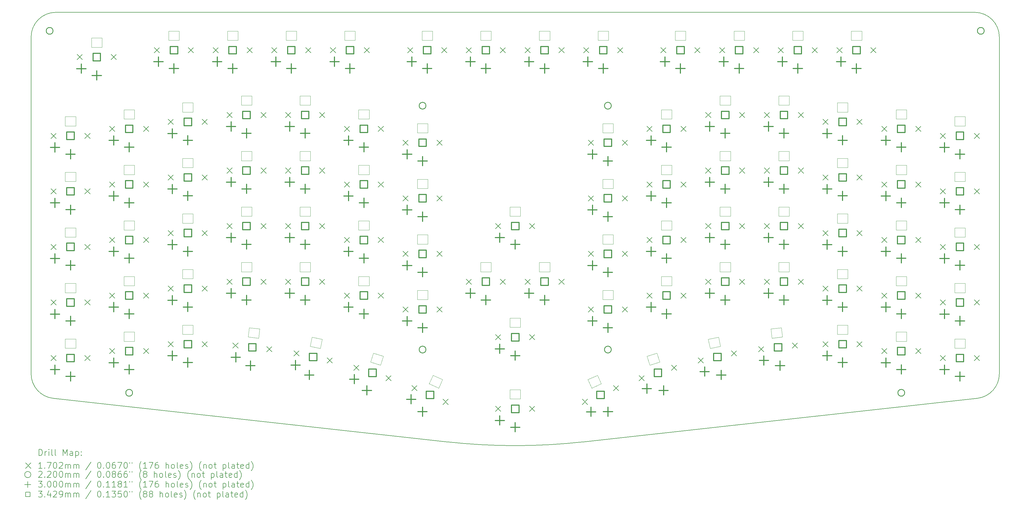
<source format=gbr>
%TF.GenerationSoftware,KiCad,Pcbnew,8.0.5*%
%TF.CreationDate,2024-10-10T16:30:11+02:00*%
%TF.ProjectId,eepyboard_rev2,65657079-626f-4617-9264-5f726576322e,1.1*%
%TF.SameCoordinates,Original*%
%TF.FileFunction,Drillmap*%
%TF.FilePolarity,Positive*%
%FSLAX45Y45*%
G04 Gerber Fmt 4.5, Leading zero omitted, Abs format (unit mm)*
G04 Created by KiCad (PCBNEW 8.0.5) date 2024-10-10 16:30:11*
%MOMM*%
%LPD*%
G01*
G04 APERTURE LIST*
%ADD10C,0.150000*%
%ADD11C,0.120000*%
%ADD12C,0.200000*%
%ADD13C,0.170180*%
%ADD14C,0.220000*%
%ADD15C,0.300000*%
%ADD16C,0.342900*%
G04 APERTURE END LIST*
D10*
X24093319Y-20250288D02*
G75*
G02*
X19696244Y-20250289I-2198539J19878828D01*
G01*
X36857723Y-18838582D02*
X24093319Y-20250288D01*
X6219781Y-7134830D02*
G75*
G02*
X7019782Y-6334831I799999J0D01*
G01*
X36769782Y-6334830D02*
G75*
G02*
X37569780Y-7134830I-2J-800000D01*
G01*
X7019782Y-6334830D02*
X36769782Y-6334830D01*
X37569781Y-7134830D02*
X37569781Y-18043430D01*
X6931840Y-18838582D02*
G75*
G02*
X6219780Y-18043430I87940J795152D01*
G01*
X6931840Y-18838582D02*
X19696244Y-20250289D01*
X37569781Y-18043430D02*
G75*
G02*
X36857723Y-18838583I-800001J0D01*
G01*
X6219781Y-18043430D02*
X6219781Y-7134830D01*
D11*
X7324781Y-10014830D02*
X7324781Y-9714830D01*
X7324781Y-9714830D02*
X7664782Y-9714830D01*
X7664781Y-10014830D02*
X7324781Y-10014830D01*
X7664782Y-9714830D02*
X7664781Y-10014830D01*
X30424781Y-11139830D02*
X30424781Y-10839830D01*
X30424781Y-10839830D02*
X30764781Y-10839830D01*
X30764781Y-11139830D02*
X30424781Y-11139830D01*
X30764781Y-10839830D02*
X30764781Y-11139830D01*
X36124781Y-11814830D02*
X36124781Y-11514830D01*
X36124781Y-11514830D02*
X36464782Y-11514830D01*
X36464781Y-11814830D02*
X36124781Y-11814830D01*
X36464782Y-11514830D02*
X36464781Y-11814830D01*
X26624781Y-9789830D02*
X26624781Y-9489830D01*
X26624781Y-9489830D02*
X26964781Y-9489830D01*
X26964781Y-9789830D02*
X26624781Y-9789830D01*
X26964781Y-9489830D02*
X26964781Y-9789830D01*
X36124781Y-15414830D02*
X36124781Y-15114830D01*
X36124781Y-15114830D02*
X36464781Y-15114830D01*
X36464781Y-15414830D02*
X36124781Y-15414830D01*
X36464781Y-15114830D02*
X36464781Y-15414830D01*
X18724781Y-12039830D02*
X18724781Y-11739830D01*
X18724781Y-11739830D02*
X19064782Y-11739830D01*
X19064781Y-12039830D02*
X18724781Y-12039830D01*
X19064782Y-11739830D02*
X19064781Y-12039830D01*
X24574781Y-7239830D02*
X24574781Y-6939830D01*
X24574781Y-6939830D02*
X24914781Y-6939830D01*
X24914781Y-7239830D02*
X24574781Y-7239830D01*
X24914781Y-6939830D02*
X24914781Y-7239830D01*
X14924781Y-14739830D02*
X14924781Y-14439830D01*
X14924781Y-14439830D02*
X15264781Y-14439830D01*
X15264781Y-14739830D02*
X14924781Y-14739830D01*
X15264781Y-14439830D02*
X15264781Y-14739830D01*
X9224781Y-15189830D02*
X9224781Y-14889830D01*
X9224781Y-14889830D02*
X9564781Y-14889830D01*
X9564781Y-15189830D02*
X9224781Y-15189830D01*
X9564781Y-14889830D02*
X9564781Y-15189830D01*
X8174781Y-7464830D02*
X8174781Y-7164830D01*
X8174781Y-7164830D02*
X8514781Y-7164830D01*
X8514781Y-7464830D02*
X8174781Y-7464830D01*
X8514781Y-7164830D02*
X8514781Y-7464830D01*
X36124781Y-17214830D02*
X36124781Y-16914830D01*
X36124781Y-16914830D02*
X36464781Y-16914830D01*
X36464781Y-17214830D02*
X36124781Y-17214830D01*
X36464781Y-16914830D02*
X36464781Y-17214830D01*
X14924781Y-11139830D02*
X14924781Y-10839830D01*
X14924781Y-10839830D02*
X15264781Y-10839830D01*
X15264781Y-11139830D02*
X14924781Y-11139830D01*
X15264781Y-10839830D02*
X15264781Y-11139830D01*
X16824781Y-13389830D02*
X16824781Y-13089830D01*
X16824781Y-13089830D02*
X17164781Y-13089830D01*
X17164781Y-13389830D02*
X16824781Y-13389830D01*
X17164781Y-13089830D02*
X17164781Y-13389830D01*
X18724781Y-13839830D02*
X18724781Y-13539830D01*
X18724781Y-13539830D02*
X19064781Y-13539830D01*
X19064781Y-13839830D02*
X18724781Y-13839830D01*
X19064781Y-13539830D02*
X19064781Y-13839830D01*
X30424781Y-14739830D02*
X30424781Y-14439830D01*
X30424781Y-14439830D02*
X30764781Y-14439830D01*
X30764781Y-14739830D02*
X30424781Y-14739830D01*
X30764781Y-14439830D02*
X30764781Y-14739830D01*
X16824781Y-15189830D02*
X16824781Y-14889830D01*
X16824781Y-14889830D02*
X17164781Y-14889830D01*
X17164781Y-15189830D02*
X16824781Y-15189830D01*
X17164781Y-14889830D02*
X17164781Y-15189830D01*
X7324781Y-17214830D02*
X7324781Y-16914830D01*
X7324781Y-16914830D02*
X7664781Y-16914830D01*
X7664781Y-17214830D02*
X7324781Y-17214830D01*
X7664781Y-16914830D02*
X7664781Y-17214830D01*
X10674781Y-7239830D02*
X10674781Y-6939830D01*
X10674781Y-6939830D02*
X11014781Y-6939830D01*
X11014781Y-7239830D02*
X10674781Y-7239830D01*
X11014781Y-6939830D02*
X11014781Y-7239830D01*
X18724781Y-10239830D02*
X18724781Y-9939830D01*
X18724781Y-9939830D02*
X19064781Y-9939830D01*
X19064781Y-10239830D02*
X18724781Y-10239830D01*
X19064781Y-9939830D02*
X19064781Y-10239830D01*
X9224781Y-9789830D02*
X9224781Y-9489830D01*
X9224781Y-9489830D02*
X9564781Y-9489830D01*
X9564781Y-9789830D02*
X9224781Y-9789830D01*
X9564781Y-9489830D02*
X9564781Y-9789830D01*
X24724781Y-15639830D02*
X24724781Y-15339830D01*
X24724781Y-15339830D02*
X25064781Y-15339830D01*
X25064781Y-15639830D02*
X24724781Y-15639830D01*
X25064781Y-15339830D02*
X25064781Y-15639830D01*
X24724781Y-13839830D02*
X24724781Y-13539830D01*
X24724781Y-13539830D02*
X25064781Y-13539830D01*
X25064781Y-13839830D02*
X24724781Y-13839830D01*
X25064781Y-13539830D02*
X25064781Y-13839830D01*
X28974781Y-7239830D02*
X28974781Y-6939830D01*
X28974781Y-6939830D02*
X29314781Y-6939831D01*
X29314781Y-7239830D02*
X28974781Y-7239830D01*
X29314781Y-6939831D02*
X29314781Y-7239830D01*
X13024781Y-12939830D02*
X13024781Y-12639830D01*
X13024781Y-12639830D02*
X13364781Y-12639830D01*
X13364781Y-12939830D02*
X13024781Y-12939830D01*
X13364781Y-12639830D02*
X13364781Y-12939830D01*
X32324781Y-16764830D02*
X32324781Y-16464830D01*
X32324781Y-16464830D02*
X32664781Y-16464830D01*
X32664781Y-16764830D02*
X32324781Y-16764830D01*
X32664781Y-16464830D02*
X32664781Y-16764830D01*
X15250980Y-17152265D02*
X15313354Y-16858821D01*
X15313354Y-16858821D02*
X15645924Y-16929511D01*
X15583550Y-17222955D02*
X15250980Y-17152265D01*
X15645924Y-16929511D02*
X15583550Y-17222955D01*
X12574781Y-7239830D02*
X12574781Y-6939830D01*
X12574781Y-6939830D02*
X12914781Y-6939830D01*
X12914781Y-7239830D02*
X12574781Y-7239830D01*
X12914781Y-6939830D02*
X12914781Y-7239830D01*
X28524781Y-14739830D02*
X28524781Y-14439830D01*
X28524781Y-14439830D02*
X28864781Y-14439830D01*
X28864781Y-14739830D02*
X28524781Y-14739830D01*
X28864781Y-14439830D02*
X28864781Y-14739830D01*
X26624781Y-13389830D02*
X26624781Y-13089830D01*
X26624781Y-13089830D02*
X26964781Y-13089830D01*
X26964781Y-13389830D02*
X26624781Y-13389830D01*
X26964781Y-13089830D02*
X26964781Y-13389830D01*
X32324781Y-13164830D02*
X32324781Y-12864830D01*
X32324781Y-12864830D02*
X32664782Y-12864830D01*
X32664781Y-13164830D02*
X32324781Y-13164830D01*
X32664782Y-12864830D02*
X32664781Y-13164830D01*
X34224781Y-9789830D02*
X34224781Y-9489830D01*
X34224781Y-9489830D02*
X34564781Y-9489830D01*
X34564781Y-9789830D02*
X34224781Y-9789830D01*
X34564781Y-9489830D02*
X34564781Y-9789830D01*
X36124781Y-10014830D02*
X36124781Y-9714830D01*
X36124781Y-9714830D02*
X36464781Y-9714830D01*
X36464781Y-10014830D02*
X36124781Y-10014830D01*
X36464781Y-9714830D02*
X36464781Y-10014830D01*
X24724781Y-12039830D02*
X24724781Y-11739830D01*
X24724781Y-11739830D02*
X25064781Y-11739830D01*
X25064781Y-12039830D02*
X24724781Y-12039830D01*
X25064781Y-11739830D02*
X25064781Y-12039830D01*
X22674781Y-7239830D02*
X22674781Y-6939830D01*
X22674781Y-6939830D02*
X23014781Y-6939830D01*
X23014781Y-7239830D02*
X22674781Y-7239830D01*
X23014781Y-6939830D02*
X23014781Y-7239830D01*
X13024781Y-9339830D02*
X13024781Y-9039830D01*
X13024781Y-9039830D02*
X13364781Y-9039830D01*
X13364781Y-9339830D02*
X13024781Y-9339830D01*
X13364781Y-9039830D02*
X13364781Y-9339830D01*
X14474781Y-7239830D02*
X14474781Y-6939830D01*
X14474781Y-6939830D02*
X14814781Y-6939830D01*
X14814781Y-7239830D02*
X14474781Y-7239830D01*
X14814781Y-6939830D02*
X14814781Y-7239830D01*
X21724781Y-12939830D02*
X21724781Y-12639830D01*
X21724781Y-12639830D02*
X22064781Y-12639830D01*
X22064781Y-12939830D02*
X21724781Y-12939830D01*
X22064781Y-12639830D02*
X22064781Y-12939830D01*
X11124781Y-9564830D02*
X11124781Y-9264830D01*
X11124781Y-9264830D02*
X11464781Y-9264830D01*
X11464781Y-9564830D02*
X11124781Y-9564830D01*
X11464781Y-9264830D02*
X11464781Y-9564830D01*
X27074781Y-7239830D02*
X27074781Y-6939830D01*
X27074781Y-6939830D02*
X27414781Y-6939830D01*
X27414781Y-7239830D02*
X27074781Y-7239830D01*
X27414781Y-6939830D02*
X27414781Y-7239830D01*
X13248033Y-16853045D02*
X13279392Y-16554689D01*
X13279392Y-16554689D02*
X13617529Y-16590228D01*
X13586171Y-16888585D02*
X13248033Y-16853045D01*
X13617529Y-16590228D02*
X13586171Y-16888585D01*
X16374781Y-7239830D02*
X16374781Y-6939830D01*
X16374781Y-6939830D02*
X16714781Y-6939830D01*
X16714781Y-7239830D02*
X16374781Y-7239830D01*
X16714781Y-6939830D02*
X16714781Y-7239830D01*
X24724781Y-10239830D02*
X24724781Y-9939830D01*
X24724781Y-9939830D02*
X25064781Y-9939830D01*
X25064781Y-10239830D02*
X24724781Y-10239830D01*
X25064781Y-9939830D02*
X25064781Y-10239830D01*
X26624781Y-11589830D02*
X26624781Y-11289830D01*
X26624781Y-11289830D02*
X26964781Y-11289830D01*
X26964781Y-11589830D02*
X26624781Y-11589830D01*
X26964781Y-11289830D02*
X26964781Y-11589830D01*
X16824781Y-9789830D02*
X16824781Y-9489830D01*
X16824781Y-9489830D02*
X17164781Y-9489830D01*
X17164781Y-9789830D02*
X16824781Y-9789830D01*
X17164781Y-9489830D02*
X17164781Y-9789830D01*
X24248291Y-18232555D02*
X24558897Y-18094264D01*
X24370312Y-18506618D02*
X24248291Y-18232555D01*
X24558897Y-18094264D02*
X24680918Y-18368328D01*
X24680918Y-18368328D02*
X24370312Y-18506618D01*
X36124781Y-13614830D02*
X36124781Y-13314830D01*
X36124781Y-13314830D02*
X36464781Y-13314830D01*
X36464781Y-13614830D02*
X36124781Y-13614830D01*
X36464781Y-13314830D02*
X36464781Y-13614830D01*
X32324781Y-11364830D02*
X32324781Y-11064830D01*
X32324781Y-11064830D02*
X32664781Y-11064830D01*
X32664781Y-11364830D02*
X32324781Y-11364830D01*
X32664781Y-11064830D02*
X32664781Y-11364830D01*
X26624781Y-15189830D02*
X26624781Y-14889830D01*
X26624781Y-14889830D02*
X26964781Y-14889830D01*
X26964781Y-15189830D02*
X26624781Y-15189830D01*
X26964781Y-14889830D02*
X26964781Y-15189830D01*
X11124781Y-11364830D02*
X11124781Y-11064830D01*
X11124781Y-11064830D02*
X11464781Y-11064830D01*
X11464781Y-11364830D02*
X11124781Y-11364830D01*
X11464781Y-11064830D02*
X11464781Y-11364830D01*
X13024781Y-11139830D02*
X13024781Y-10839830D01*
X13024781Y-10839830D02*
X13364782Y-10839830D01*
X13364781Y-11139830D02*
X13024781Y-11139830D01*
X13364782Y-10839830D02*
X13364781Y-11139830D01*
X32324781Y-9564830D02*
X32324781Y-9264830D01*
X32324781Y-9264830D02*
X32664781Y-9264830D01*
X32664781Y-9564830D02*
X32324781Y-9564830D01*
X32664781Y-9264830D02*
X32664781Y-9564830D01*
X9224781Y-16989830D02*
X9224781Y-16689830D01*
X9224781Y-16689830D02*
X9564781Y-16689830D01*
X9564781Y-16989830D02*
X9224781Y-16989830D01*
X9564781Y-16689830D02*
X9564781Y-16989830D01*
X26161820Y-17478960D02*
X26485179Y-17373894D01*
X26254525Y-17764277D02*
X26161820Y-17478960D01*
X26485179Y-17373894D02*
X26577884Y-17659211D01*
X26577884Y-17659211D02*
X26254525Y-17764277D01*
X34224781Y-15189830D02*
X34224782Y-14889830D01*
X34224782Y-14889830D02*
X34564782Y-14889830D01*
X34564782Y-15189830D02*
X34224781Y-15189830D01*
X34564782Y-14889830D02*
X34564782Y-15189830D01*
X30424781Y-12939830D02*
X30424781Y-12639830D01*
X30424781Y-12639830D02*
X30764781Y-12639830D01*
X30764781Y-12939830D02*
X30424781Y-12939830D01*
X30764781Y-12639830D02*
X30764781Y-12939830D01*
X28524781Y-12939830D02*
X28524781Y-12639830D01*
X28524781Y-12639830D02*
X28864781Y-12639830D01*
X28864781Y-12939830D02*
X28524781Y-12939830D01*
X28864781Y-12639830D02*
X28864781Y-12939830D01*
X11124781Y-13164830D02*
X11124781Y-12864830D01*
X11124781Y-12864830D02*
X11464781Y-12864830D01*
X11464781Y-13164830D02*
X11124781Y-13164830D01*
X11464781Y-12864830D02*
X11464781Y-13164830D01*
X28143639Y-16929511D02*
X28476209Y-16858821D01*
X28206012Y-17222955D02*
X28143639Y-16929511D01*
X28476209Y-16858821D02*
X28538582Y-17152265D01*
X28538582Y-17152265D02*
X28206012Y-17222955D01*
X28524781Y-9339830D02*
X28524781Y-9039830D01*
X28524781Y-9039830D02*
X28864781Y-9039830D01*
X28864781Y-9339830D02*
X28524781Y-9339830D01*
X28864781Y-9039830D02*
X28864781Y-9339830D01*
X7324781Y-15414830D02*
X7324781Y-15114830D01*
X7324781Y-15114830D02*
X7664781Y-15114830D01*
X7664781Y-15414830D02*
X7324781Y-15414830D01*
X7664781Y-15114830D02*
X7664781Y-15414830D01*
X34224781Y-11589830D02*
X34224781Y-11289830D01*
X34224781Y-11289830D02*
X34564781Y-11289830D01*
X34564781Y-11589830D02*
X34224781Y-11589830D01*
X34564781Y-11289830D02*
X34564781Y-11589830D01*
X34224781Y-13389830D02*
X34224781Y-13089830D01*
X34224781Y-13089830D02*
X34564781Y-13089830D01*
X34564781Y-13389830D02*
X34224781Y-13389830D01*
X34564781Y-13089830D02*
X34564781Y-13389830D01*
X30424781Y-9339830D02*
X30424781Y-9039830D01*
X30424781Y-9039830D02*
X30764781Y-9039830D01*
X30764781Y-9339830D02*
X30424781Y-9339830D01*
X30764781Y-9039830D02*
X30764781Y-9339830D01*
X16824781Y-11589830D02*
X16824781Y-11289830D01*
X16824781Y-11289830D02*
X17164781Y-11289830D01*
X17164781Y-11589830D02*
X16824781Y-11589830D01*
X17164781Y-11289830D02*
X17164781Y-11589830D01*
X30874781Y-7239830D02*
X30874781Y-6939830D01*
X30874781Y-6939830D02*
X31214781Y-6939830D01*
X31214781Y-7239830D02*
X30874781Y-7239830D01*
X31214781Y-6939830D02*
X31214781Y-7239830D01*
X20774781Y-7239830D02*
X20774781Y-6939830D01*
X20774781Y-6939830D02*
X21114781Y-6939830D01*
X21114781Y-7239830D02*
X20774781Y-7239830D01*
X21114781Y-6939830D02*
X21114781Y-7239830D01*
X19108645Y-18368328D02*
X19230666Y-18094264D01*
X19230666Y-18094264D02*
X19541271Y-18232555D01*
X19419250Y-18506618D02*
X19108645Y-18368328D01*
X19541271Y-18232555D02*
X19419250Y-18506618D01*
X21724781Y-18859807D02*
X21724781Y-18559808D01*
X21724781Y-18559808D02*
X22064781Y-18559808D01*
X22064781Y-18859808D02*
X21724781Y-18859807D01*
X22064781Y-18559808D02*
X22064781Y-18859808D01*
X32324781Y-14964830D02*
X32324781Y-14664830D01*
X32324781Y-14664830D02*
X32664781Y-14664830D01*
X32664781Y-14964830D02*
X32324781Y-14964830D01*
X32664781Y-14664830D02*
X32664781Y-14964830D01*
X14924781Y-9339831D02*
X14924781Y-9039831D01*
X14924781Y-9039831D02*
X15264782Y-9039831D01*
X15264781Y-9339831D02*
X14924781Y-9339831D01*
X15264782Y-9039831D02*
X15264781Y-9339831D01*
X32774781Y-7239830D02*
X32774781Y-6939830D01*
X32774781Y-6939830D02*
X33114781Y-6939830D01*
X33114781Y-7239830D02*
X32774781Y-7239830D01*
X33114781Y-6939830D02*
X33114781Y-7239830D01*
X7324781Y-11814830D02*
X7324781Y-11514830D01*
X7324781Y-11514830D02*
X7664781Y-11514830D01*
X7664781Y-11814830D02*
X7324781Y-11814830D01*
X7664781Y-11514830D02*
X7664781Y-11814830D01*
X20774781Y-14739830D02*
X20774781Y-14439830D01*
X20774781Y-14439830D02*
X21114781Y-14439830D01*
X21114781Y-14739830D02*
X20774781Y-14739830D01*
X21114781Y-14439830D02*
X21114781Y-14739830D01*
X7324781Y-13614830D02*
X7324781Y-13314830D01*
X7324781Y-13314830D02*
X7664781Y-13314830D01*
X7664781Y-13614830D02*
X7324781Y-13614830D01*
X7664781Y-13314830D02*
X7664781Y-13614830D01*
X11124781Y-16764830D02*
X11124781Y-16464830D01*
X11124781Y-16464830D02*
X11464781Y-16464830D01*
X11464781Y-16764830D02*
X11124781Y-16764830D01*
X11464781Y-16464830D02*
X11464781Y-16764830D01*
X22674781Y-14739830D02*
X22674781Y-14439830D01*
X22674781Y-14439830D02*
X23014781Y-14439830D01*
X23014781Y-14739830D02*
X22674781Y-14739830D01*
X23014781Y-14439830D02*
X23014781Y-14739830D01*
X13024781Y-14739830D02*
X13024781Y-14439830D01*
X13024781Y-14439830D02*
X13364781Y-14439830D01*
X13364781Y-14739830D02*
X13024781Y-14739830D01*
X13364781Y-14439830D02*
X13364781Y-14739830D01*
X18724781Y-15639830D02*
X18724781Y-15339830D01*
X18724781Y-15339830D02*
X19064782Y-15339830D01*
X19064781Y-15639830D02*
X18724781Y-15639830D01*
X19064782Y-15339830D02*
X19064781Y-15639830D01*
X17211678Y-17659211D02*
X17304383Y-17373894D01*
X17304383Y-17373894D02*
X17627742Y-17478960D01*
X17535037Y-17764277D02*
X17211678Y-17659211D01*
X17627742Y-17478960D02*
X17535037Y-17764277D01*
X9224781Y-13389830D02*
X9224781Y-13089830D01*
X9224781Y-13089830D02*
X9564781Y-13089830D01*
X9564781Y-13389830D02*
X9224781Y-13389830D01*
X9564781Y-13089830D02*
X9564781Y-13389830D01*
X21724781Y-16539830D02*
X21724781Y-16239830D01*
X21724781Y-16239830D02*
X22064782Y-16239830D01*
X22064781Y-16539830D02*
X21724781Y-16539830D01*
X22064782Y-16239830D02*
X22064781Y-16539830D01*
X28524782Y-11139830D02*
X28524782Y-10839830D01*
X28524782Y-10839830D02*
X28864782Y-10839830D01*
X28864782Y-11139830D02*
X28524782Y-11139830D01*
X28864782Y-10839830D02*
X28864782Y-11139830D01*
X34224782Y-16989830D02*
X34224782Y-16689830D01*
X34224782Y-16689830D02*
X34564782Y-16689830D01*
X34564782Y-16989830D02*
X34224782Y-16989830D01*
X34564782Y-16689830D02*
X34564782Y-16989830D01*
X30172033Y-16590229D02*
X30510171Y-16554689D01*
X30203392Y-16888585D02*
X30172033Y-16590229D01*
X30510171Y-16554689D02*
X30541529Y-16853046D01*
X30541529Y-16853046D02*
X30203392Y-16888585D01*
X11124781Y-14964830D02*
X11124782Y-14664830D01*
X11124782Y-14664830D02*
X11464782Y-14664830D01*
X11464781Y-14964830D02*
X11124781Y-14964830D01*
X11464782Y-14664830D02*
X11464781Y-14964830D01*
X18874781Y-7239830D02*
X18874781Y-6939830D01*
X18874781Y-6939830D02*
X19214782Y-6939830D01*
X19214781Y-7239830D02*
X18874781Y-7239830D01*
X19214782Y-6939830D02*
X19214781Y-7239830D01*
X9224781Y-11589830D02*
X9224781Y-11289830D01*
X9224781Y-11289830D02*
X9564782Y-11289830D01*
X9564781Y-11589830D02*
X9224781Y-11589830D01*
X9564782Y-11289830D02*
X9564781Y-11589830D01*
X14924781Y-12939830D02*
X14924781Y-12639830D01*
X14924781Y-12639830D02*
X15264781Y-12639830D01*
X15264781Y-12939830D02*
X14924781Y-12939830D01*
X15264781Y-12639830D02*
X15264781Y-12939830D01*
D12*
D13*
X6859691Y-15649740D02*
X7029871Y-15819920D01*
X7029871Y-15649740D02*
X6859691Y-15819920D01*
X6859691Y-13849740D02*
X7029871Y-14019920D01*
X7029871Y-13849740D02*
X6859691Y-14019920D01*
X6859691Y-12049740D02*
X7029871Y-12219920D01*
X7029871Y-12049740D02*
X6859691Y-12219920D01*
X6859691Y-10249740D02*
X7029871Y-10419920D01*
X7029871Y-10249740D02*
X6859691Y-10419920D01*
X6859691Y-17449740D02*
X7029871Y-17619920D01*
X7029871Y-17449740D02*
X6859691Y-17619920D01*
X7709691Y-7699740D02*
X7879871Y-7869920D01*
X7879871Y-7699740D02*
X7709691Y-7869920D01*
X7959691Y-15649740D02*
X8129871Y-15819920D01*
X8129871Y-15649740D02*
X7959691Y-15819920D01*
X7959691Y-13849740D02*
X8129871Y-14019920D01*
X8129871Y-13849740D02*
X7959691Y-14019920D01*
X7959691Y-12049740D02*
X8129871Y-12219920D01*
X8129871Y-12049740D02*
X7959691Y-12219920D01*
X7959691Y-10249740D02*
X8129871Y-10419920D01*
X8129871Y-10249740D02*
X7959691Y-10419920D01*
X7959691Y-17449740D02*
X8129871Y-17619920D01*
X8129871Y-17449740D02*
X7959691Y-17619920D01*
X8759691Y-10024740D02*
X8929871Y-10194920D01*
X8929871Y-10024740D02*
X8759691Y-10194920D01*
X8759691Y-13624740D02*
X8929871Y-13794920D01*
X8929871Y-13624740D02*
X8759691Y-13794920D01*
X8759691Y-15424740D02*
X8929871Y-15594920D01*
X8929871Y-15424740D02*
X8759691Y-15594920D01*
X8759692Y-17224740D02*
X8929872Y-17394920D01*
X8929872Y-17224740D02*
X8759692Y-17394920D01*
X8759692Y-11824740D02*
X8929872Y-11994920D01*
X8929872Y-11824740D02*
X8759692Y-11994920D01*
X8809691Y-7699740D02*
X8979871Y-7869920D01*
X8979871Y-7699740D02*
X8809691Y-7869920D01*
X9859691Y-10024740D02*
X10029871Y-10194920D01*
X10029871Y-10024740D02*
X9859691Y-10194920D01*
X9859691Y-13624740D02*
X10029871Y-13794920D01*
X10029871Y-13624740D02*
X9859691Y-13794920D01*
X9859691Y-15424740D02*
X10029871Y-15594920D01*
X10029871Y-15424740D02*
X9859691Y-15594920D01*
X9859692Y-17224740D02*
X10029872Y-17394920D01*
X10029872Y-17224740D02*
X9859692Y-17394920D01*
X9859692Y-11824740D02*
X10029872Y-11994920D01*
X10029872Y-11824740D02*
X9859692Y-11994920D01*
X10209691Y-7474740D02*
X10379871Y-7644920D01*
X10379871Y-7474740D02*
X10209691Y-7644920D01*
X10659691Y-11599740D02*
X10829871Y-11769920D01*
X10829871Y-11599740D02*
X10659691Y-11769920D01*
X10659691Y-9799740D02*
X10829871Y-9969920D01*
X10829871Y-9799740D02*
X10659691Y-9969920D01*
X10659691Y-13399740D02*
X10829871Y-13569920D01*
X10829871Y-13399740D02*
X10659691Y-13569920D01*
X10659691Y-15199740D02*
X10829871Y-15369920D01*
X10829871Y-15199740D02*
X10659691Y-15369920D01*
X10659691Y-16999740D02*
X10829871Y-17169920D01*
X10829871Y-16999740D02*
X10659691Y-17169920D01*
X11309691Y-7474740D02*
X11479871Y-7644920D01*
X11479871Y-7474740D02*
X11309691Y-7644920D01*
X11759691Y-11599740D02*
X11929871Y-11769920D01*
X11929871Y-11599740D02*
X11759691Y-11769920D01*
X11759691Y-9799740D02*
X11929871Y-9969920D01*
X11929871Y-9799740D02*
X11759691Y-9969920D01*
X11759691Y-13399740D02*
X11929871Y-13569920D01*
X11929871Y-13399740D02*
X11759691Y-13569920D01*
X11759691Y-15199740D02*
X11929871Y-15369920D01*
X11929871Y-15199740D02*
X11759691Y-15369920D01*
X11759691Y-16999740D02*
X11929871Y-17169920D01*
X11929871Y-16999740D02*
X11759691Y-17169920D01*
X12109691Y-7474740D02*
X12279871Y-7644920D01*
X12279871Y-7474740D02*
X12109691Y-7644920D01*
X12559691Y-9574740D02*
X12729871Y-9744920D01*
X12729871Y-9574740D02*
X12559691Y-9744920D01*
X12559691Y-14974740D02*
X12729871Y-15144920D01*
X12729871Y-14974740D02*
X12559691Y-15144920D01*
X12559691Y-13174740D02*
X12729871Y-13344920D01*
X12729871Y-13174740D02*
X12559691Y-13344920D01*
X12559692Y-11374740D02*
X12729872Y-11544920D01*
X12729872Y-11374740D02*
X12559692Y-11544920D01*
X12751575Y-17046482D02*
X12921755Y-17216662D01*
X12921755Y-17046482D02*
X12751575Y-17216662D01*
X13209691Y-7474740D02*
X13379871Y-7644920D01*
X13379871Y-7474740D02*
X13209691Y-7644920D01*
X13659691Y-9574740D02*
X13829871Y-9744920D01*
X13829871Y-9574740D02*
X13659691Y-9744920D01*
X13659691Y-14974740D02*
X13829871Y-15144920D01*
X13829871Y-14974740D02*
X13659691Y-15144920D01*
X13659691Y-13174740D02*
X13829871Y-13344920D01*
X13829871Y-13174740D02*
X13659691Y-13344920D01*
X13659692Y-11374740D02*
X13829872Y-11544920D01*
X13829872Y-11374740D02*
X13659692Y-11544920D01*
X13845549Y-17161463D02*
X14015729Y-17331643D01*
X14015729Y-17161463D02*
X13845549Y-17331643D01*
X14009691Y-7474740D02*
X14179871Y-7644920D01*
X14179871Y-7474740D02*
X14009691Y-7644920D01*
X14459691Y-14974740D02*
X14629871Y-15144920D01*
X14629871Y-14974740D02*
X14459691Y-15144920D01*
X14459691Y-9574740D02*
X14629871Y-9744920D01*
X14629871Y-9574740D02*
X14459691Y-9744920D01*
X14459691Y-11374740D02*
X14629871Y-11544920D01*
X14629871Y-11374740D02*
X14459691Y-11544920D01*
X14459691Y-13174741D02*
X14629871Y-13344921D01*
X14629871Y-13174741D02*
X14459691Y-13344921D01*
X14727662Y-17301176D02*
X14897842Y-17471356D01*
X14897842Y-17301176D02*
X14727662Y-17471356D01*
X15109691Y-7474740D02*
X15279871Y-7644920D01*
X15279871Y-7474740D02*
X15109691Y-7644920D01*
X15559691Y-14974740D02*
X15729871Y-15144920D01*
X15729871Y-14974740D02*
X15559691Y-15144920D01*
X15559691Y-9574740D02*
X15729871Y-9744920D01*
X15729871Y-9574740D02*
X15559691Y-9744920D01*
X15559691Y-11374740D02*
X15729871Y-11544920D01*
X15729871Y-11374740D02*
X15559691Y-11544920D01*
X15559691Y-13174741D02*
X15729871Y-13344921D01*
X15729871Y-13174741D02*
X15559691Y-13344921D01*
X15803625Y-17529879D02*
X15973805Y-17700059D01*
X15973805Y-17529879D02*
X15803625Y-17700059D01*
X15909691Y-7474740D02*
X16079871Y-7644920D01*
X16079871Y-7474740D02*
X15909691Y-7644920D01*
X16359691Y-13624740D02*
X16529871Y-13794920D01*
X16529871Y-13624740D02*
X16359691Y-13794920D01*
X16359691Y-15424740D02*
X16529871Y-15594920D01*
X16529871Y-15424740D02*
X16359691Y-15594920D01*
X16359691Y-10024740D02*
X16529871Y-10194920D01*
X16529871Y-10024740D02*
X16359691Y-10194920D01*
X16359691Y-11824740D02*
X16529871Y-11994920D01*
X16529871Y-11824740D02*
X16359691Y-11994920D01*
X16666301Y-17761033D02*
X16836481Y-17931213D01*
X16836481Y-17761033D02*
X16666301Y-17931213D01*
X17009691Y-7474740D02*
X17179871Y-7644920D01*
X17179871Y-7474740D02*
X17009691Y-7644920D01*
X17459691Y-13624740D02*
X17629871Y-13794920D01*
X17629871Y-13624740D02*
X17459691Y-13794920D01*
X17459691Y-15424740D02*
X17629871Y-15594920D01*
X17629871Y-15424740D02*
X17459691Y-15594920D01*
X17459691Y-10024740D02*
X17629871Y-10194920D01*
X17629871Y-10024740D02*
X17459691Y-10194920D01*
X17459691Y-11824740D02*
X17629871Y-11994920D01*
X17629871Y-11824740D02*
X17459691Y-11994920D01*
X17712463Y-18100951D02*
X17882643Y-18271131D01*
X17882643Y-18100951D02*
X17712463Y-18271131D01*
X18259691Y-10474740D02*
X18429871Y-10644920D01*
X18429871Y-10474740D02*
X18259691Y-10644920D01*
X18259691Y-15874740D02*
X18429871Y-16044920D01*
X18429871Y-15874740D02*
X18259691Y-16044920D01*
X18259691Y-12274740D02*
X18429871Y-12444920D01*
X18429871Y-12274740D02*
X18259691Y-12444920D01*
X18259692Y-14074740D02*
X18429872Y-14244920D01*
X18429872Y-14074740D02*
X18259692Y-14244920D01*
X18409691Y-7474740D02*
X18579871Y-7644920D01*
X18579871Y-7474740D02*
X18409691Y-7644920D01*
X18546252Y-18421012D02*
X18716432Y-18591192D01*
X18716432Y-18421012D02*
X18546252Y-18591192D01*
X19359691Y-10474740D02*
X19529871Y-10644920D01*
X19529871Y-10474740D02*
X19359691Y-10644920D01*
X19359691Y-15874740D02*
X19529871Y-16044920D01*
X19529871Y-15874740D02*
X19359691Y-16044920D01*
X19359691Y-12274740D02*
X19529871Y-12444920D01*
X19529871Y-12274740D02*
X19359691Y-12444920D01*
X19359692Y-14074740D02*
X19529872Y-14244920D01*
X19529872Y-14074740D02*
X19359692Y-14244920D01*
X19509691Y-7474740D02*
X19679871Y-7644920D01*
X19679871Y-7474740D02*
X19509691Y-7644920D01*
X19551152Y-18868423D02*
X19721332Y-19038603D01*
X19721332Y-18868423D02*
X19551152Y-19038603D01*
X20309691Y-7474740D02*
X20479871Y-7644920D01*
X20479871Y-7474740D02*
X20309691Y-7644920D01*
X20309691Y-14974740D02*
X20479871Y-15144920D01*
X20479871Y-14974740D02*
X20309691Y-15144920D01*
X21259691Y-16774740D02*
X21429871Y-16944920D01*
X21429871Y-16774740D02*
X21259691Y-16944920D01*
X21259691Y-13174740D02*
X21429871Y-13344920D01*
X21429871Y-13174740D02*
X21259691Y-13344920D01*
X21259692Y-19094718D02*
X21429872Y-19264898D01*
X21429872Y-19094718D02*
X21259692Y-19264898D01*
X21409691Y-7474740D02*
X21579871Y-7644920D01*
X21579871Y-7474740D02*
X21409691Y-7644920D01*
X21409691Y-14974740D02*
X21579871Y-15144920D01*
X21579871Y-14974740D02*
X21409691Y-15144920D01*
X22209691Y-14974740D02*
X22379871Y-15144920D01*
X22379871Y-14974740D02*
X22209691Y-15144920D01*
X22209691Y-7474740D02*
X22379871Y-7644920D01*
X22379871Y-7474740D02*
X22209691Y-7644920D01*
X22359691Y-16774740D02*
X22529871Y-16944920D01*
X22529871Y-16774740D02*
X22359691Y-16944920D01*
X22359691Y-13174740D02*
X22529871Y-13344920D01*
X22529871Y-13174740D02*
X22359691Y-13344920D01*
X22359692Y-19094718D02*
X22529872Y-19264898D01*
X22529872Y-19094718D02*
X22359692Y-19264898D01*
X23309691Y-14974740D02*
X23479871Y-15144920D01*
X23479871Y-14974740D02*
X23309691Y-15144920D01*
X23309691Y-7474740D02*
X23479871Y-7644920D01*
X23479871Y-7474740D02*
X23309691Y-7644920D01*
X24068231Y-18868423D02*
X24238411Y-19038603D01*
X24238411Y-18868423D02*
X24068231Y-19038603D01*
X24109691Y-7474739D02*
X24279871Y-7644919D01*
X24279871Y-7474739D02*
X24109691Y-7644919D01*
X24259691Y-12274740D02*
X24429871Y-12444920D01*
X24429871Y-12274740D02*
X24259691Y-12444920D01*
X24259691Y-14074740D02*
X24429871Y-14244920D01*
X24429871Y-14074740D02*
X24259691Y-14244920D01*
X24259691Y-15874740D02*
X24429871Y-16044920D01*
X24429871Y-15874740D02*
X24259691Y-16044920D01*
X24259691Y-10474740D02*
X24429871Y-10644920D01*
X24429871Y-10474740D02*
X24259691Y-10644920D01*
X25073131Y-18421012D02*
X25243311Y-18591192D01*
X25243311Y-18421012D02*
X25073131Y-18591192D01*
X25209691Y-7474739D02*
X25379871Y-7644919D01*
X25379871Y-7474739D02*
X25209691Y-7644919D01*
X25359691Y-12274740D02*
X25529871Y-12444920D01*
X25529871Y-12274740D02*
X25359691Y-12444920D01*
X25359691Y-14074740D02*
X25529871Y-14244920D01*
X25529871Y-14074740D02*
X25359691Y-14244920D01*
X25359691Y-15874740D02*
X25529871Y-16044920D01*
X25529871Y-15874740D02*
X25359691Y-16044920D01*
X25359691Y-10474740D02*
X25529871Y-10644920D01*
X25529871Y-10474740D02*
X25359691Y-10644920D01*
X25906919Y-18100951D02*
X26077099Y-18271131D01*
X26077099Y-18100951D02*
X25906919Y-18271131D01*
X26159691Y-11824740D02*
X26329871Y-11994920D01*
X26329871Y-11824740D02*
X26159691Y-11994920D01*
X26159691Y-13624740D02*
X26329871Y-13794920D01*
X26329871Y-13624740D02*
X26159691Y-13794920D01*
X26159691Y-10024740D02*
X26329871Y-10194920D01*
X26329871Y-10024740D02*
X26159691Y-10194920D01*
X26159691Y-15424740D02*
X26329871Y-15594920D01*
X26329871Y-15424740D02*
X26159691Y-15594920D01*
X26609691Y-7474740D02*
X26779871Y-7644920D01*
X26779871Y-7474740D02*
X26609691Y-7644920D01*
X26953081Y-17761032D02*
X27123261Y-17931212D01*
X27123261Y-17761032D02*
X26953081Y-17931212D01*
X27259691Y-11824740D02*
X27429871Y-11994920D01*
X27429871Y-11824740D02*
X27259691Y-11994920D01*
X27259691Y-13624740D02*
X27429871Y-13794920D01*
X27429871Y-13624740D02*
X27259691Y-13794920D01*
X27259691Y-10024740D02*
X27429871Y-10194920D01*
X27429871Y-10024740D02*
X27259691Y-10194920D01*
X27259691Y-15424740D02*
X27429871Y-15594920D01*
X27429871Y-15424740D02*
X27259691Y-15594920D01*
X27709691Y-7474740D02*
X27879871Y-7644920D01*
X27879871Y-7474740D02*
X27709691Y-7644920D01*
X27815757Y-17529879D02*
X27985937Y-17700059D01*
X27985937Y-17529879D02*
X27815757Y-17700059D01*
X28059691Y-9574741D02*
X28229871Y-9744921D01*
X28229871Y-9574741D02*
X28059691Y-9744921D01*
X28059691Y-13174740D02*
X28229871Y-13344920D01*
X28229871Y-13174740D02*
X28059691Y-13344920D01*
X28059691Y-14974740D02*
X28229871Y-15144920D01*
X28229871Y-14974740D02*
X28059691Y-15144920D01*
X28059692Y-11374740D02*
X28229872Y-11544920D01*
X28229872Y-11374740D02*
X28059692Y-11544920D01*
X28509691Y-7474740D02*
X28679871Y-7644920D01*
X28679871Y-7474740D02*
X28509691Y-7644920D01*
X28891720Y-17301176D02*
X29061900Y-17471356D01*
X29061900Y-17301176D02*
X28891720Y-17471356D01*
X29159691Y-9574741D02*
X29329871Y-9744921D01*
X29329871Y-9574741D02*
X29159691Y-9744921D01*
X29159691Y-13174740D02*
X29329871Y-13344920D01*
X29329871Y-13174740D02*
X29159691Y-13344920D01*
X29159691Y-14974740D02*
X29329871Y-15144920D01*
X29329871Y-14974740D02*
X29159691Y-15144920D01*
X29159692Y-11374740D02*
X29329872Y-11544920D01*
X29329872Y-11374740D02*
X29159692Y-11544920D01*
X29609691Y-7474740D02*
X29779871Y-7644920D01*
X29779871Y-7474740D02*
X29609691Y-7644920D01*
X29773833Y-17161463D02*
X29944013Y-17331643D01*
X29944013Y-17161463D02*
X29773833Y-17331643D01*
X29959691Y-9574740D02*
X30129871Y-9744920D01*
X30129871Y-9574740D02*
X29959691Y-9744920D01*
X29959691Y-13174740D02*
X30129871Y-13344920D01*
X30129871Y-13174740D02*
X29959691Y-13344920D01*
X29959691Y-14974740D02*
X30129871Y-15144920D01*
X30129871Y-14974740D02*
X29959691Y-15144920D01*
X29959691Y-11374740D02*
X30129871Y-11544920D01*
X30129871Y-11374740D02*
X29959691Y-11544920D01*
X30409691Y-7474740D02*
X30579871Y-7644920D01*
X30579871Y-7474740D02*
X30409691Y-7644920D01*
X30867807Y-17046482D02*
X31037987Y-17216662D01*
X31037987Y-17046482D02*
X30867807Y-17216662D01*
X31059691Y-9574740D02*
X31229871Y-9744920D01*
X31229871Y-9574740D02*
X31059691Y-9744920D01*
X31059691Y-13174740D02*
X31229871Y-13344920D01*
X31229871Y-13174740D02*
X31059691Y-13344920D01*
X31059691Y-14974740D02*
X31229871Y-15144920D01*
X31229871Y-14974740D02*
X31059691Y-15144920D01*
X31059691Y-11374740D02*
X31229871Y-11544920D01*
X31229871Y-11374740D02*
X31059691Y-11544920D01*
X31509691Y-7474740D02*
X31679871Y-7644920D01*
X31679871Y-7474740D02*
X31509691Y-7644920D01*
X31859691Y-11599740D02*
X32029871Y-11769920D01*
X32029871Y-11599740D02*
X31859691Y-11769920D01*
X31859691Y-16999740D02*
X32029871Y-17169920D01*
X32029871Y-16999740D02*
X31859691Y-17169920D01*
X31859691Y-9799740D02*
X32029871Y-9969920D01*
X32029871Y-9799740D02*
X31859691Y-9969920D01*
X31859691Y-13399740D02*
X32029871Y-13569920D01*
X32029871Y-13399740D02*
X31859691Y-13569920D01*
X31859691Y-15199741D02*
X32029871Y-15369921D01*
X32029871Y-15199741D02*
X31859691Y-15369921D01*
X32309691Y-7474740D02*
X32479871Y-7644920D01*
X32479871Y-7474740D02*
X32309691Y-7644920D01*
X32959691Y-11599740D02*
X33129871Y-11769920D01*
X33129871Y-11599740D02*
X32959691Y-11769920D01*
X32959691Y-16999740D02*
X33129871Y-17169920D01*
X33129871Y-16999740D02*
X32959691Y-17169920D01*
X32959691Y-9799740D02*
X33129871Y-9969920D01*
X33129871Y-9799740D02*
X32959691Y-9969920D01*
X32959691Y-13399740D02*
X33129871Y-13569920D01*
X33129871Y-13399740D02*
X32959691Y-13569920D01*
X32959691Y-15199741D02*
X33129871Y-15369921D01*
X33129871Y-15199741D02*
X32959691Y-15369921D01*
X33409691Y-7474740D02*
X33579871Y-7644920D01*
X33579871Y-7474740D02*
X33409691Y-7644920D01*
X33759691Y-15424740D02*
X33929871Y-15594920D01*
X33929871Y-15424740D02*
X33759691Y-15594920D01*
X33759691Y-10024740D02*
X33929871Y-10194920D01*
X33929871Y-10024740D02*
X33759691Y-10194920D01*
X33759692Y-11824740D02*
X33929872Y-11994920D01*
X33929872Y-11824740D02*
X33759692Y-11994920D01*
X33759692Y-13624740D02*
X33929872Y-13794920D01*
X33929872Y-13624740D02*
X33759692Y-13794920D01*
X33759692Y-17224740D02*
X33929872Y-17394920D01*
X33929872Y-17224740D02*
X33759692Y-17394920D01*
X34859691Y-15424740D02*
X35029871Y-15594920D01*
X35029871Y-15424740D02*
X34859691Y-15594920D01*
X34859691Y-10024740D02*
X35029871Y-10194920D01*
X35029871Y-10024740D02*
X34859691Y-10194920D01*
X34859692Y-11824740D02*
X35029872Y-11994920D01*
X35029872Y-11824740D02*
X34859692Y-11994920D01*
X34859692Y-13624740D02*
X35029872Y-13794920D01*
X35029872Y-13624740D02*
X34859692Y-13794920D01*
X34859692Y-17224740D02*
X35029872Y-17394920D01*
X35029872Y-17224740D02*
X34859692Y-17394920D01*
X35659691Y-10249740D02*
X35829871Y-10419920D01*
X35829871Y-10249740D02*
X35659691Y-10419920D01*
X35659691Y-12049740D02*
X35829871Y-12219920D01*
X35829871Y-12049740D02*
X35659691Y-12219920D01*
X35659691Y-15649740D02*
X35829871Y-15819920D01*
X35829871Y-15649740D02*
X35659691Y-15819920D01*
X35659691Y-17449741D02*
X35829871Y-17619921D01*
X35829871Y-17449741D02*
X35659691Y-17619921D01*
X35659691Y-13849740D02*
X35829871Y-14019920D01*
X35829871Y-13849740D02*
X35659691Y-14019920D01*
X36759691Y-10249740D02*
X36929871Y-10419920D01*
X36929871Y-10249740D02*
X36759691Y-10419920D01*
X36759691Y-12049740D02*
X36929871Y-12219920D01*
X36929871Y-12049740D02*
X36759691Y-12219920D01*
X36759691Y-15649740D02*
X36929871Y-15819920D01*
X36929871Y-15649740D02*
X36759691Y-15819920D01*
X36759691Y-17449741D02*
X36929871Y-17619921D01*
X36929871Y-17449741D02*
X36759691Y-17619921D01*
X36759691Y-13849740D02*
X36929871Y-14019920D01*
X36929871Y-13849740D02*
X36759691Y-14019920D01*
D14*
X6929782Y-6934830D02*
G75*
G02*
X6709782Y-6934830I-110000J0D01*
G01*
X6709782Y-6934830D02*
G75*
G02*
X6929782Y-6934830I110000J0D01*
G01*
X9504781Y-18659831D02*
G75*
G02*
X9284781Y-18659831I-110000J0D01*
G01*
X9284781Y-18659831D02*
G75*
G02*
X9504781Y-18659831I110000J0D01*
G01*
X19004781Y-9359830D02*
G75*
G02*
X18784781Y-9359830I-110000J0D01*
G01*
X18784781Y-9359830D02*
G75*
G02*
X19004781Y-9359830I110000J0D01*
G01*
X19004781Y-17259830D02*
G75*
G02*
X18784781Y-17259830I-110000J0D01*
G01*
X18784781Y-17259830D02*
G75*
G02*
X19004781Y-17259830I110000J0D01*
G01*
X25004781Y-9359830D02*
G75*
G02*
X24784781Y-9359830I-110000J0D01*
G01*
X24784781Y-9359830D02*
G75*
G02*
X25004781Y-9359830I110000J0D01*
G01*
X25004781Y-17259830D02*
G75*
G02*
X24784781Y-17259830I-110000J0D01*
G01*
X24784781Y-17259830D02*
G75*
G02*
X25004781Y-17259830I110000J0D01*
G01*
X34504782Y-18659830D02*
G75*
G02*
X34284782Y-18659830I-110000J0D01*
G01*
X34284782Y-18659830D02*
G75*
G02*
X34504782Y-18659830I110000J0D01*
G01*
X37079781Y-6934830D02*
G75*
G02*
X36859781Y-6934830I-110000J0D01*
G01*
X36859781Y-6934830D02*
G75*
G02*
X37079781Y-6934830I110000J0D01*
G01*
D15*
X6994781Y-15959830D02*
X6994781Y-16259830D01*
X6844781Y-16109830D02*
X7144781Y-16109830D01*
X6994781Y-14159830D02*
X6994781Y-14459830D01*
X6844781Y-14309830D02*
X7144781Y-14309830D01*
X6994781Y-12359830D02*
X6994781Y-12659830D01*
X6844781Y-12509830D02*
X7144781Y-12509830D01*
X6994781Y-10559830D02*
X6994781Y-10859830D01*
X6844781Y-10709830D02*
X7144781Y-10709830D01*
X6994781Y-17759830D02*
X6994781Y-18059830D01*
X6844781Y-17909830D02*
X7144781Y-17909830D01*
X7494781Y-16179830D02*
X7494781Y-16479830D01*
X7344781Y-16329830D02*
X7644781Y-16329830D01*
X7494781Y-14379830D02*
X7494781Y-14679830D01*
X7344781Y-14529830D02*
X7644781Y-14529830D01*
X7494781Y-12579830D02*
X7494781Y-12879830D01*
X7344781Y-12729830D02*
X7644781Y-12729830D01*
X7494781Y-10779830D02*
X7494781Y-11079830D01*
X7344781Y-10929830D02*
X7644781Y-10929830D01*
X7494781Y-17979830D02*
X7494781Y-18279830D01*
X7344781Y-18129830D02*
X7644781Y-18129830D01*
X7844781Y-8009830D02*
X7844781Y-8309830D01*
X7694781Y-8159830D02*
X7994781Y-8159830D01*
X8344781Y-8229830D02*
X8344781Y-8529830D01*
X8194781Y-8379830D02*
X8494781Y-8379830D01*
X8894781Y-10334830D02*
X8894781Y-10634830D01*
X8744781Y-10484830D02*
X9044781Y-10484830D01*
X8894781Y-13934830D02*
X8894781Y-14234830D01*
X8744781Y-14084830D02*
X9044781Y-14084830D01*
X8894781Y-15734830D02*
X8894781Y-16034830D01*
X8744781Y-15884830D02*
X9044781Y-15884830D01*
X8894782Y-17534830D02*
X8894782Y-17834830D01*
X8744782Y-17684830D02*
X9044782Y-17684830D01*
X8894782Y-12134830D02*
X8894782Y-12434830D01*
X8744782Y-12284830D02*
X9044782Y-12284830D01*
X9394781Y-10554830D02*
X9394781Y-10854830D01*
X9244781Y-10704830D02*
X9544781Y-10704830D01*
X9394781Y-14154830D02*
X9394781Y-14454830D01*
X9244781Y-14304830D02*
X9544781Y-14304830D01*
X9394781Y-15954830D02*
X9394781Y-16254830D01*
X9244781Y-16104830D02*
X9544781Y-16104830D01*
X9394782Y-17754830D02*
X9394782Y-18054830D01*
X9244782Y-17904830D02*
X9544782Y-17904830D01*
X9394782Y-12354830D02*
X9394782Y-12654830D01*
X9244782Y-12504830D02*
X9544782Y-12504830D01*
X10344781Y-7784830D02*
X10344781Y-8084830D01*
X10194781Y-7934830D02*
X10494781Y-7934830D01*
X10794781Y-11909830D02*
X10794781Y-12209830D01*
X10644781Y-12059830D02*
X10944781Y-12059830D01*
X10794781Y-10109830D02*
X10794781Y-10409830D01*
X10644781Y-10259830D02*
X10944781Y-10259830D01*
X10794781Y-13709830D02*
X10794781Y-14009830D01*
X10644781Y-13859830D02*
X10944781Y-13859830D01*
X10794781Y-15509830D02*
X10794781Y-15809830D01*
X10644781Y-15659830D02*
X10944781Y-15659830D01*
X10794781Y-17309830D02*
X10794781Y-17609830D01*
X10644781Y-17459830D02*
X10944781Y-17459830D01*
X10844781Y-8004830D02*
X10844781Y-8304830D01*
X10694781Y-8154830D02*
X10994781Y-8154830D01*
X11294781Y-12129830D02*
X11294781Y-12429830D01*
X11144781Y-12279830D02*
X11444781Y-12279830D01*
X11294781Y-10329830D02*
X11294781Y-10629830D01*
X11144781Y-10479830D02*
X11444781Y-10479830D01*
X11294781Y-13929830D02*
X11294781Y-14229830D01*
X11144781Y-14079830D02*
X11444781Y-14079830D01*
X11294781Y-15729830D02*
X11294781Y-16029830D01*
X11144781Y-15879830D02*
X11444781Y-15879830D01*
X11294781Y-17529830D02*
X11294781Y-17829830D01*
X11144781Y-17679830D02*
X11444781Y-17679830D01*
X12244781Y-7784830D02*
X12244781Y-8084830D01*
X12094781Y-7934830D02*
X12394781Y-7934830D01*
X12694781Y-9884830D02*
X12694781Y-10184830D01*
X12544781Y-10034830D02*
X12844781Y-10034830D01*
X12694781Y-15284830D02*
X12694781Y-15584830D01*
X12544781Y-15434830D02*
X12844781Y-15434830D01*
X12694781Y-13484830D02*
X12694781Y-13784830D01*
X12544781Y-13634830D02*
X12844781Y-13634830D01*
X12694782Y-11684830D02*
X12694782Y-11984830D01*
X12544782Y-11834830D02*
X12844782Y-11834830D01*
X12744781Y-8004830D02*
X12744781Y-8304830D01*
X12594781Y-8154830D02*
X12894781Y-8154830D01*
X12847193Y-17359744D02*
X12847193Y-17659744D01*
X12697193Y-17509744D02*
X12997193Y-17509744D01*
X13194781Y-10104830D02*
X13194781Y-10404830D01*
X13044781Y-10254830D02*
X13344781Y-10254830D01*
X13194781Y-15504830D02*
X13194781Y-15804830D01*
X13044781Y-15654830D02*
X13344781Y-15654830D01*
X13194781Y-13704830D02*
X13194781Y-14004830D01*
X13044781Y-13854830D02*
X13344781Y-13854830D01*
X13194782Y-11904830D02*
X13194782Y-12204830D01*
X13044782Y-12054830D02*
X13344782Y-12054830D01*
X13321458Y-17630803D02*
X13321458Y-17930803D01*
X13171458Y-17780803D02*
X13471458Y-17780803D01*
X14144781Y-7784830D02*
X14144781Y-8084830D01*
X13994781Y-7934830D02*
X14294781Y-7934830D01*
X14594781Y-15284830D02*
X14594781Y-15584830D01*
X14444781Y-15434830D02*
X14744781Y-15434830D01*
X14594781Y-9884830D02*
X14594781Y-10184830D01*
X14444781Y-10034830D02*
X14744781Y-10034830D01*
X14594781Y-11684830D02*
X14594781Y-11984830D01*
X14444781Y-11834830D02*
X14744781Y-11834830D01*
X14594781Y-13484831D02*
X14594781Y-13784831D01*
X14444781Y-13634831D02*
X14744781Y-13634831D01*
X14644781Y-8004830D02*
X14644781Y-8304830D01*
X14494781Y-8154830D02*
X14794781Y-8154830D01*
X14783693Y-17613467D02*
X14783693Y-17913467D01*
X14633693Y-17763467D02*
X14933693Y-17763467D01*
X15094781Y-15504830D02*
X15094781Y-15804830D01*
X14944781Y-15654830D02*
X15244781Y-15654830D01*
X15094781Y-10104830D02*
X15094781Y-10404830D01*
X14944781Y-10254830D02*
X15244781Y-10254830D01*
X15094781Y-11904830D02*
X15094781Y-12204830D01*
X14944781Y-12054830D02*
X15244781Y-12054830D01*
X15094781Y-13704831D02*
X15094781Y-14004831D01*
X14944781Y-13854831D02*
X15244781Y-13854831D01*
X15227026Y-17932615D02*
X15227026Y-18232615D01*
X15077026Y-18082615D02*
X15377026Y-18082615D01*
X16044781Y-7784830D02*
X16044781Y-8084830D01*
X15894781Y-7934830D02*
X16194781Y-7934830D01*
X16494781Y-13934830D02*
X16494781Y-14234830D01*
X16344781Y-14084830D02*
X16644781Y-14084830D01*
X16494781Y-15734830D02*
X16494781Y-16034830D01*
X16344781Y-15884830D02*
X16644781Y-15884830D01*
X16494781Y-10334830D02*
X16494781Y-10634830D01*
X16344781Y-10484830D02*
X16644781Y-10484830D01*
X16494781Y-12134830D02*
X16494781Y-12434830D01*
X16344781Y-12284830D02*
X16644781Y-12284830D01*
X16544781Y-8004830D02*
X16544781Y-8304830D01*
X16394781Y-8154830D02*
X16694781Y-8154830D01*
X16683062Y-18068220D02*
X16683062Y-18368220D01*
X16533062Y-18218220D02*
X16833062Y-18218220D01*
X16994781Y-14154830D02*
X16994781Y-14454830D01*
X16844781Y-14304830D02*
X17144781Y-14304830D01*
X16994781Y-15954830D02*
X16994781Y-16254830D01*
X16844781Y-16104830D02*
X17144781Y-16104830D01*
X16994781Y-10554830D02*
X16994781Y-10854830D01*
X16844781Y-10704830D02*
X17144781Y-10704830D01*
X16994781Y-12354830D02*
X16994781Y-12654830D01*
X16844781Y-12504830D02*
X17144781Y-12504830D01*
X17090607Y-18431961D02*
X17090607Y-18731961D01*
X16940607Y-18581961D02*
X17240607Y-18581961D01*
X18394781Y-10784830D02*
X18394781Y-11084830D01*
X18244781Y-10934830D02*
X18544781Y-10934830D01*
X18394781Y-16184830D02*
X18394781Y-16484830D01*
X18244781Y-16334830D02*
X18544781Y-16334830D01*
X18394781Y-12584830D02*
X18394781Y-12884830D01*
X18244781Y-12734830D02*
X18544781Y-12734830D01*
X18394782Y-14384830D02*
X18394782Y-14684830D01*
X18244782Y-14534830D02*
X18544782Y-14534830D01*
X18524493Y-18719019D02*
X18524493Y-19019019D01*
X18374493Y-18869019D02*
X18674493Y-18869019D01*
X18544781Y-7784830D02*
X18544781Y-8084830D01*
X18394781Y-7934830D02*
X18694781Y-7934830D01*
X18891784Y-19123367D02*
X18891784Y-19423367D01*
X18741784Y-19273367D02*
X19041784Y-19273367D01*
X18894781Y-11004830D02*
X18894781Y-11304830D01*
X18744781Y-11154830D02*
X19044781Y-11154830D01*
X18894781Y-16404830D02*
X18894781Y-16704830D01*
X18744781Y-16554830D02*
X19044781Y-16554830D01*
X18894781Y-12804830D02*
X18894781Y-13104830D01*
X18744781Y-12954830D02*
X19044781Y-12954830D01*
X18894782Y-14604830D02*
X18894782Y-14904830D01*
X18744782Y-14754830D02*
X19044782Y-14754830D01*
X19044781Y-8004830D02*
X19044781Y-8304830D01*
X18894781Y-8154830D02*
X19194781Y-8154830D01*
X20444781Y-7784830D02*
X20444781Y-8084830D01*
X20294781Y-7934830D02*
X20594781Y-7934830D01*
X20444781Y-15284830D02*
X20444781Y-15584830D01*
X20294781Y-15434830D02*
X20594781Y-15434830D01*
X20944781Y-8004830D02*
X20944781Y-8304830D01*
X20794781Y-8154830D02*
X21094781Y-8154830D01*
X20944781Y-15504830D02*
X20944781Y-15804830D01*
X20794781Y-15654830D02*
X21094781Y-15654830D01*
X21394781Y-17084830D02*
X21394781Y-17384830D01*
X21244781Y-17234830D02*
X21544781Y-17234830D01*
X21394781Y-13484830D02*
X21394781Y-13784830D01*
X21244781Y-13634830D02*
X21544781Y-13634830D01*
X21394782Y-19404808D02*
X21394782Y-19704808D01*
X21244782Y-19554808D02*
X21544782Y-19554808D01*
X21894781Y-17304830D02*
X21894781Y-17604830D01*
X21744781Y-17454830D02*
X22044781Y-17454830D01*
X21894781Y-13704830D02*
X21894781Y-14004830D01*
X21744781Y-13854830D02*
X22044781Y-13854830D01*
X21894782Y-19624808D02*
X21894782Y-19924808D01*
X21744782Y-19774808D02*
X22044782Y-19774808D01*
X22344781Y-15284830D02*
X22344781Y-15584830D01*
X22194781Y-15434830D02*
X22494781Y-15434830D01*
X22344781Y-7784830D02*
X22344781Y-8084830D01*
X22194781Y-7934830D02*
X22494781Y-7934830D01*
X22844781Y-15504830D02*
X22844781Y-15804830D01*
X22694781Y-15654830D02*
X22994781Y-15654830D01*
X22844781Y-8004830D02*
X22844781Y-8304830D01*
X22694781Y-8154830D02*
X22994781Y-8154830D01*
X24244781Y-7784829D02*
X24244781Y-8084829D01*
X24094781Y-7934829D02*
X24394781Y-7934829D01*
X24351524Y-19125755D02*
X24351524Y-19425755D01*
X24201524Y-19275755D02*
X24501524Y-19275755D01*
X24394781Y-12584830D02*
X24394781Y-12884830D01*
X24244781Y-12734830D02*
X24544781Y-12734830D01*
X24394781Y-14384830D02*
X24394781Y-14684830D01*
X24244781Y-14534830D02*
X24544781Y-14534830D01*
X24394781Y-16184830D02*
X24394781Y-16484830D01*
X24244781Y-16334830D02*
X24544781Y-16334830D01*
X24394781Y-10784830D02*
X24394781Y-11084830D01*
X24244781Y-10934830D02*
X24544781Y-10934830D01*
X24744781Y-8004829D02*
X24744781Y-8304829D01*
X24594781Y-8154829D02*
X24894781Y-8154829D01*
X24894781Y-12804830D02*
X24894781Y-13104830D01*
X24744781Y-12954830D02*
X25044781Y-12954830D01*
X24894781Y-14604830D02*
X24894781Y-14904830D01*
X24744781Y-14754830D02*
X25044781Y-14754830D01*
X24894781Y-16404830D02*
X24894781Y-16704830D01*
X24744781Y-16554830D02*
X25044781Y-16554830D01*
X24894781Y-11004830D02*
X24894781Y-11304830D01*
X24744781Y-11154830D02*
X25044781Y-11154830D01*
X24897779Y-19123367D02*
X24897779Y-19423367D01*
X24747779Y-19273367D02*
X25047779Y-19273367D01*
X26155443Y-18377236D02*
X26155443Y-18677236D01*
X26005443Y-18527236D02*
X26305443Y-18527236D01*
X26294781Y-12134830D02*
X26294781Y-12434830D01*
X26144781Y-12284830D02*
X26444781Y-12284830D01*
X26294781Y-13934830D02*
X26294781Y-14234830D01*
X26144781Y-14084830D02*
X26444781Y-14084830D01*
X26294781Y-10334830D02*
X26294781Y-10634830D01*
X26144781Y-10484830D02*
X26444781Y-10484830D01*
X26294781Y-15734830D02*
X26294781Y-16034830D01*
X26144781Y-15884830D02*
X26444781Y-15884830D01*
X26698955Y-18431960D02*
X26698955Y-18731960D01*
X26548955Y-18581960D02*
X26848955Y-18581960D01*
X26744781Y-7784830D02*
X26744781Y-8084830D01*
X26594781Y-7934830D02*
X26894781Y-7934830D01*
X26794781Y-12354830D02*
X26794781Y-12654830D01*
X26644781Y-12504830D02*
X26944781Y-12504830D01*
X26794781Y-14154830D02*
X26794781Y-14454830D01*
X26644781Y-14304830D02*
X26944781Y-14304830D01*
X26794781Y-10554830D02*
X26794781Y-10854830D01*
X26644781Y-10704830D02*
X26944781Y-10704830D01*
X26794781Y-15954830D02*
X26794781Y-16254830D01*
X26644781Y-16104830D02*
X26944781Y-16104830D01*
X27244781Y-8004830D02*
X27244781Y-8304830D01*
X27094781Y-8154830D02*
X27394781Y-8154830D01*
X28027722Y-17821379D02*
X28027722Y-18121379D01*
X27877722Y-17971379D02*
X28177722Y-17971379D01*
X28194781Y-9884831D02*
X28194781Y-10184831D01*
X28044781Y-10034831D02*
X28344781Y-10034831D01*
X28194781Y-13484830D02*
X28194781Y-13784830D01*
X28044781Y-13634830D02*
X28344781Y-13634830D01*
X28194781Y-15284830D02*
X28194781Y-15584830D01*
X28044781Y-15434830D02*
X28344781Y-15434830D01*
X28194782Y-11684830D02*
X28194782Y-11984830D01*
X28044782Y-11834830D02*
X28344782Y-11834830D01*
X28562536Y-17932615D02*
X28562536Y-18232615D01*
X28412536Y-18082615D02*
X28712536Y-18082615D01*
X28644781Y-7784830D02*
X28644781Y-8084830D01*
X28494781Y-7934830D02*
X28794781Y-7934830D01*
X28694781Y-10104831D02*
X28694781Y-10404831D01*
X28544781Y-10254831D02*
X28844781Y-10254831D01*
X28694781Y-13704830D02*
X28694781Y-14004830D01*
X28544781Y-13854830D02*
X28844781Y-13854830D01*
X28694781Y-15504830D02*
X28694781Y-15804830D01*
X28544781Y-15654830D02*
X28844781Y-15654830D01*
X28694782Y-11904830D02*
X28694782Y-12204830D01*
X28544782Y-12054830D02*
X28844782Y-12054830D01*
X29144781Y-8004830D02*
X29144781Y-8304830D01*
X28994781Y-8154830D02*
X29294781Y-8154830D01*
X29947847Y-17464272D02*
X29947847Y-17764272D01*
X29797847Y-17614272D02*
X30097847Y-17614272D01*
X30094781Y-9884830D02*
X30094781Y-10184830D01*
X29944781Y-10034830D02*
X30244781Y-10034830D01*
X30094781Y-13484830D02*
X30094781Y-13784830D01*
X29944781Y-13634830D02*
X30244781Y-13634830D01*
X30094781Y-15284830D02*
X30094781Y-15584830D01*
X29944781Y-15434830D02*
X30244781Y-15434830D01*
X30094781Y-11684830D02*
X30094781Y-11984830D01*
X29944781Y-11834830D02*
X30244781Y-11834830D01*
X30468104Y-17630803D02*
X30468104Y-17930803D01*
X30318104Y-17780803D02*
X30618104Y-17780803D01*
X30544781Y-7784830D02*
X30544781Y-8084830D01*
X30394781Y-7934830D02*
X30694781Y-7934830D01*
X30594781Y-10104830D02*
X30594781Y-10404830D01*
X30444781Y-10254830D02*
X30744781Y-10254830D01*
X30594781Y-13704830D02*
X30594781Y-14004830D01*
X30444781Y-13854830D02*
X30744781Y-13854830D01*
X30594781Y-15504830D02*
X30594781Y-15804830D01*
X30444781Y-15654830D02*
X30744781Y-15654830D01*
X30594781Y-11904830D02*
X30594781Y-12204830D01*
X30444781Y-12054830D02*
X30744781Y-12054830D01*
X31044781Y-8004830D02*
X31044781Y-8304830D01*
X30894781Y-8154830D02*
X31194781Y-8154830D01*
X31994781Y-11909830D02*
X31994781Y-12209830D01*
X31844781Y-12059830D02*
X32144781Y-12059830D01*
X31994781Y-17309830D02*
X31994781Y-17609830D01*
X31844781Y-17459830D02*
X32144781Y-17459830D01*
X31994781Y-10109830D02*
X31994781Y-10409830D01*
X31844781Y-10259830D02*
X32144781Y-10259830D01*
X31994781Y-13709830D02*
X31994781Y-14009830D01*
X31844781Y-13859830D02*
X32144781Y-13859830D01*
X31994781Y-15509831D02*
X31994781Y-15809831D01*
X31844781Y-15659831D02*
X32144781Y-15659831D01*
X32444781Y-7784830D02*
X32444781Y-8084830D01*
X32294781Y-7934830D02*
X32594781Y-7934830D01*
X32494781Y-12129830D02*
X32494781Y-12429830D01*
X32344781Y-12279830D02*
X32644781Y-12279830D01*
X32494781Y-17529830D02*
X32494781Y-17829830D01*
X32344781Y-17679830D02*
X32644781Y-17679830D01*
X32494781Y-10329830D02*
X32494781Y-10629830D01*
X32344781Y-10479830D02*
X32644781Y-10479830D01*
X32494781Y-13929830D02*
X32494781Y-14229830D01*
X32344781Y-14079830D02*
X32644781Y-14079830D01*
X32494781Y-15729831D02*
X32494781Y-16029831D01*
X32344781Y-15879831D02*
X32644781Y-15879831D01*
X32944781Y-8004830D02*
X32944781Y-8304830D01*
X32794781Y-8154830D02*
X33094781Y-8154830D01*
X33894781Y-15734830D02*
X33894781Y-16034830D01*
X33744781Y-15884830D02*
X34044781Y-15884830D01*
X33894781Y-10334830D02*
X33894781Y-10634830D01*
X33744781Y-10484830D02*
X34044781Y-10484830D01*
X33894782Y-12134830D02*
X33894782Y-12434830D01*
X33744782Y-12284830D02*
X34044782Y-12284830D01*
X33894782Y-13934830D02*
X33894782Y-14234830D01*
X33744782Y-14084830D02*
X34044782Y-14084830D01*
X33894782Y-17534830D02*
X33894782Y-17834830D01*
X33744782Y-17684830D02*
X34044782Y-17684830D01*
X34394781Y-15954830D02*
X34394781Y-16254830D01*
X34244781Y-16104830D02*
X34544781Y-16104830D01*
X34394781Y-10554830D02*
X34394781Y-10854830D01*
X34244781Y-10704830D02*
X34544781Y-10704830D01*
X34394782Y-12354830D02*
X34394782Y-12654830D01*
X34244782Y-12504830D02*
X34544782Y-12504830D01*
X34394782Y-14154830D02*
X34394782Y-14454830D01*
X34244782Y-14304830D02*
X34544782Y-14304830D01*
X34394782Y-17754830D02*
X34394782Y-18054830D01*
X34244782Y-17904830D02*
X34544782Y-17904830D01*
X35794781Y-10559830D02*
X35794781Y-10859830D01*
X35644781Y-10709830D02*
X35944781Y-10709830D01*
X35794781Y-12359830D02*
X35794781Y-12659830D01*
X35644781Y-12509830D02*
X35944781Y-12509830D01*
X35794781Y-15959830D02*
X35794781Y-16259830D01*
X35644781Y-16109830D02*
X35944781Y-16109830D01*
X35794781Y-17759831D02*
X35794781Y-18059831D01*
X35644781Y-17909831D02*
X35944781Y-17909831D01*
X35794781Y-14159830D02*
X35794781Y-14459830D01*
X35644781Y-14309830D02*
X35944781Y-14309830D01*
X36294781Y-10779830D02*
X36294781Y-11079830D01*
X36144781Y-10929830D02*
X36444781Y-10929830D01*
X36294781Y-12579830D02*
X36294781Y-12879830D01*
X36144781Y-12729830D02*
X36444781Y-12729830D01*
X36294781Y-16179830D02*
X36294781Y-16479830D01*
X36144781Y-16329830D02*
X36444781Y-16329830D01*
X36294781Y-17979831D02*
X36294781Y-18279831D01*
X36144781Y-18129831D02*
X36444781Y-18129831D01*
X36294781Y-14379830D02*
X36294781Y-14679830D01*
X36144781Y-14529830D02*
X36444781Y-14529830D01*
D16*
X7616015Y-15856064D02*
X7616015Y-15613595D01*
X7373546Y-15613595D01*
X7373546Y-15856064D01*
X7616015Y-15856064D01*
X7616016Y-14056065D02*
X7616016Y-13813596D01*
X7373546Y-13813596D01*
X7373546Y-14056065D01*
X7616016Y-14056065D01*
X7616016Y-12256065D02*
X7616016Y-12013596D01*
X7373547Y-12013596D01*
X7373547Y-12256065D01*
X7616016Y-12256065D01*
X7616016Y-10456065D02*
X7616016Y-10213596D01*
X7373547Y-10213596D01*
X7373547Y-10456065D01*
X7616016Y-10456065D01*
X7616016Y-17656065D02*
X7616016Y-17413596D01*
X7373547Y-17413596D01*
X7373547Y-17656065D01*
X7616016Y-17656065D01*
X8466016Y-7906064D02*
X8466016Y-7663595D01*
X8223547Y-7663595D01*
X8223547Y-7906064D01*
X8466016Y-7906064D01*
X9516016Y-10231065D02*
X9516016Y-9988596D01*
X9273546Y-9988596D01*
X9273546Y-10231065D01*
X9516016Y-10231065D01*
X9516016Y-13831065D02*
X9516016Y-13588595D01*
X9273546Y-13588595D01*
X9273546Y-13831065D01*
X9516016Y-13831065D01*
X9516016Y-15631065D02*
X9516016Y-15388595D01*
X9273547Y-15388595D01*
X9273547Y-15631065D01*
X9516016Y-15631065D01*
X9516016Y-17431065D02*
X9516016Y-17188595D01*
X9273547Y-17188595D01*
X9273547Y-17431065D01*
X9516016Y-17431065D01*
X9516016Y-12031065D02*
X9516016Y-11788596D01*
X9273547Y-11788596D01*
X9273547Y-12031065D01*
X9516016Y-12031065D01*
X10966016Y-7681065D02*
X10966016Y-7438596D01*
X10723547Y-7438596D01*
X10723547Y-7681065D01*
X10966016Y-7681065D01*
X11416015Y-11806065D02*
X11416015Y-11563595D01*
X11173546Y-11563595D01*
X11173546Y-11806065D01*
X11416015Y-11806065D01*
X11416016Y-10006065D02*
X11416016Y-9763596D01*
X11173546Y-9763596D01*
X11173546Y-10006065D01*
X11416016Y-10006065D01*
X11416016Y-13606064D02*
X11416016Y-13363595D01*
X11173547Y-13363595D01*
X11173547Y-13606064D01*
X11416016Y-13606064D01*
X11416016Y-15406065D02*
X11416016Y-15163595D01*
X11173547Y-15163595D01*
X11173547Y-15406065D01*
X11416016Y-15406065D01*
X11416016Y-17206065D02*
X11416016Y-16963596D01*
X11173547Y-16963596D01*
X11173547Y-17206065D01*
X11416016Y-17206065D01*
X12866016Y-7681065D02*
X12866016Y-7438596D01*
X12623547Y-7438596D01*
X12623547Y-7681065D01*
X12866016Y-7681065D01*
X13316016Y-9781065D02*
X13316016Y-9538596D01*
X13073546Y-9538596D01*
X13073546Y-9781065D01*
X13316016Y-9781065D01*
X13316016Y-15181065D02*
X13316016Y-14938595D01*
X13073547Y-14938595D01*
X13073547Y-15181065D01*
X13316016Y-15181065D01*
X13316016Y-13381065D02*
X13316016Y-13138596D01*
X13073547Y-13138596D01*
X13073547Y-13381065D01*
X13316016Y-13381065D01*
X13316016Y-11581065D02*
X13316016Y-11338596D01*
X13073547Y-11338596D01*
X13073547Y-11581065D01*
X13316016Y-11581065D01*
X13504887Y-17310297D02*
X13504887Y-17067828D01*
X13262418Y-17067828D01*
X13262418Y-17310297D01*
X13504887Y-17310297D01*
X14766016Y-7681065D02*
X14766016Y-7438596D01*
X14523547Y-7438596D01*
X14523547Y-7681065D01*
X14766016Y-7681065D01*
X15216016Y-15181065D02*
X15216016Y-14938596D01*
X14973546Y-14938596D01*
X14973546Y-15181065D01*
X15216016Y-15181065D01*
X15216016Y-9781065D02*
X15216016Y-9538595D01*
X14973547Y-9538595D01*
X14973547Y-9781065D01*
X15216016Y-9781065D01*
X15216016Y-11581065D02*
X15216016Y-11338595D01*
X14973547Y-11338595D01*
X14973547Y-11581065D01*
X15216016Y-11581065D01*
X15216016Y-13381065D02*
X15216016Y-13138596D01*
X14973547Y-13138596D01*
X14973547Y-13381065D01*
X15216016Y-13381065D01*
X15471968Y-17621852D02*
X15471968Y-17379383D01*
X15229499Y-17379383D01*
X15229499Y-17621852D01*
X15471968Y-17621852D01*
X16666016Y-7681065D02*
X16666016Y-7438595D01*
X16423547Y-7438595D01*
X16423547Y-7681065D01*
X16666016Y-7681065D01*
X17116016Y-13831065D02*
X17116016Y-13588596D01*
X16873546Y-13588596D01*
X16873546Y-13831065D01*
X17116016Y-13831065D01*
X17116016Y-15631065D02*
X17116016Y-15388595D01*
X16873547Y-15388595D01*
X16873547Y-15631065D01*
X17116016Y-15631065D01*
X17116016Y-10231065D02*
X17116016Y-9988595D01*
X16873547Y-9988595D01*
X16873547Y-10231065D01*
X17116016Y-10231065D01*
X17116016Y-12031064D02*
X17116016Y-11788595D01*
X16873547Y-11788595D01*
X16873547Y-12031064D01*
X17116016Y-12031064D01*
X17395707Y-18137317D02*
X17395707Y-17894847D01*
X17153237Y-17894847D01*
X17153237Y-18137317D01*
X17395707Y-18137317D01*
X19016016Y-10681065D02*
X19016016Y-10438596D01*
X18773547Y-10438596D01*
X18773547Y-10681065D01*
X19016016Y-10681065D01*
X19016016Y-16081065D02*
X19016016Y-15838596D01*
X18773547Y-15838596D01*
X18773547Y-16081065D01*
X19016016Y-16081065D01*
X19016016Y-12481065D02*
X19016016Y-12238596D01*
X18773547Y-12238596D01*
X18773547Y-12481065D01*
X19016016Y-12481065D01*
X19016016Y-14281065D02*
X19016016Y-14038595D01*
X18773547Y-14038595D01*
X18773547Y-14281065D01*
X19016016Y-14281065D01*
X19166016Y-7681065D02*
X19166016Y-7438595D01*
X18923547Y-7438595D01*
X18923547Y-7681065D01*
X19166016Y-7681065D01*
X19255026Y-18851042D02*
X19255026Y-18608573D01*
X19012557Y-18608573D01*
X19012557Y-18851042D01*
X19255026Y-18851042D01*
X21066016Y-7681065D02*
X21066016Y-7438596D01*
X20823547Y-7438596D01*
X20823547Y-7681065D01*
X21066016Y-7681065D01*
X21066016Y-15181065D02*
X21066016Y-14938595D01*
X20823547Y-14938595D01*
X20823547Y-15181065D01*
X21066016Y-15181065D01*
X22016016Y-16981065D02*
X22016016Y-16738596D01*
X21773546Y-16738596D01*
X21773546Y-16981065D01*
X22016016Y-16981065D01*
X22016016Y-13381064D02*
X22016016Y-13138595D01*
X21773547Y-13138595D01*
X21773547Y-13381064D01*
X22016016Y-13381064D01*
X22016016Y-19301042D02*
X22016016Y-19058573D01*
X21773547Y-19058573D01*
X21773547Y-19301042D01*
X22016016Y-19301042D01*
X22966016Y-15181064D02*
X22966016Y-14938595D01*
X22723547Y-14938595D01*
X22723547Y-15181064D01*
X22966016Y-15181064D01*
X22966016Y-7681065D02*
X22966016Y-7438596D01*
X22723547Y-7438596D01*
X22723547Y-7681065D01*
X22966016Y-7681065D01*
X24777005Y-18851042D02*
X24777005Y-18608573D01*
X24534536Y-18608573D01*
X24534536Y-18851042D01*
X24777005Y-18851042D01*
X24866016Y-7681064D02*
X24866016Y-7438595D01*
X24623547Y-7438595D01*
X24623547Y-7681064D01*
X24866016Y-7681064D01*
X25016016Y-12481064D02*
X25016016Y-12238595D01*
X24773546Y-12238595D01*
X24773546Y-12481064D01*
X25016016Y-12481064D01*
X25016016Y-14281065D02*
X25016016Y-14038595D01*
X24773546Y-14038595D01*
X24773546Y-14281065D01*
X25016016Y-14281065D01*
X25016016Y-16081065D02*
X25016016Y-15838596D01*
X24773546Y-15838596D01*
X24773546Y-16081065D01*
X25016016Y-16081065D01*
X25016016Y-10681065D02*
X25016016Y-10438596D01*
X24773547Y-10438596D01*
X24773547Y-10681065D01*
X25016016Y-10681065D01*
X26636325Y-18137316D02*
X26636325Y-17894847D01*
X26393855Y-17894847D01*
X26393855Y-18137316D01*
X26636325Y-18137316D01*
X26916016Y-12031065D02*
X26916016Y-11788595D01*
X26673546Y-11788595D01*
X26673546Y-12031065D01*
X26916016Y-12031065D01*
X26916016Y-13831065D02*
X26916016Y-13588596D01*
X26673546Y-13588596D01*
X26673546Y-13831065D01*
X26916016Y-13831065D01*
X26916016Y-10231065D02*
X26916016Y-9988596D01*
X26673547Y-9988596D01*
X26673547Y-10231065D01*
X26916016Y-10231065D01*
X26916016Y-15631065D02*
X26916016Y-15388595D01*
X26673547Y-15388595D01*
X26673547Y-15631065D01*
X26916016Y-15631065D01*
X27366016Y-7681065D02*
X27366016Y-7438596D01*
X27123547Y-7438596D01*
X27123547Y-7681065D01*
X27366016Y-7681065D01*
X28560063Y-17621852D02*
X28560063Y-17379383D01*
X28317594Y-17379383D01*
X28317594Y-17621852D01*
X28560063Y-17621852D01*
X28816016Y-9781065D02*
X28816016Y-9538596D01*
X28573547Y-9538596D01*
X28573547Y-9781065D01*
X28816016Y-9781065D01*
X28816016Y-13381065D02*
X28816016Y-13138596D01*
X28573547Y-13138596D01*
X28573547Y-13381065D01*
X28816016Y-13381065D01*
X28816016Y-15181065D02*
X28816016Y-14938596D01*
X28573547Y-14938596D01*
X28573547Y-15181065D01*
X28816016Y-15181065D01*
X28816016Y-11581065D02*
X28816016Y-11338596D01*
X28573547Y-11338596D01*
X28573547Y-11581065D01*
X28816016Y-11581065D01*
X29266016Y-7681065D02*
X29266016Y-7438596D01*
X29023547Y-7438596D01*
X29023547Y-7681065D01*
X29266016Y-7681065D01*
X30527144Y-17310297D02*
X30527144Y-17067828D01*
X30284675Y-17067828D01*
X30284675Y-17310297D01*
X30527144Y-17310297D01*
X30716015Y-9781065D02*
X30716015Y-9538596D01*
X30473546Y-9538596D01*
X30473546Y-9781065D01*
X30716015Y-9781065D01*
X30716016Y-13381065D02*
X30716016Y-13138595D01*
X30473547Y-13138595D01*
X30473547Y-13381065D01*
X30716016Y-13381065D01*
X30716016Y-15181064D02*
X30716016Y-14938595D01*
X30473547Y-14938595D01*
X30473547Y-15181064D01*
X30716016Y-15181064D01*
X30716016Y-11581065D02*
X30716016Y-11338595D01*
X30473547Y-11338595D01*
X30473547Y-11581065D01*
X30716016Y-11581065D01*
X31166016Y-7681065D02*
X31166016Y-7438596D01*
X30923547Y-7438596D01*
X30923547Y-7681065D01*
X31166016Y-7681065D01*
X32616016Y-11806065D02*
X32616016Y-11563595D01*
X32373546Y-11563595D01*
X32373546Y-11806065D01*
X32616016Y-11806065D01*
X32616016Y-17206065D02*
X32616016Y-16963596D01*
X32373547Y-16963596D01*
X32373547Y-17206065D01*
X32616016Y-17206065D01*
X32616016Y-10006065D02*
X32616016Y-9763596D01*
X32373547Y-9763596D01*
X32373547Y-10006065D01*
X32616016Y-10006065D01*
X32616016Y-13606065D02*
X32616016Y-13363595D01*
X32373547Y-13363595D01*
X32373547Y-13606065D01*
X32616016Y-13606065D01*
X32616016Y-15406065D02*
X32616016Y-15163596D01*
X32373547Y-15163596D01*
X32373547Y-15406065D01*
X32616016Y-15406065D01*
X33066016Y-7681064D02*
X33066016Y-7438595D01*
X32823547Y-7438595D01*
X32823547Y-7681064D01*
X33066016Y-7681064D01*
X34516016Y-15631065D02*
X34516016Y-15388595D01*
X34273547Y-15388595D01*
X34273547Y-15631065D01*
X34516016Y-15631065D01*
X34516016Y-10231065D02*
X34516016Y-9988596D01*
X34273547Y-9988596D01*
X34273547Y-10231065D01*
X34516016Y-10231065D01*
X34516016Y-12031065D02*
X34516016Y-11788596D01*
X34273547Y-11788596D01*
X34273547Y-12031065D01*
X34516016Y-12031065D01*
X34516016Y-13831065D02*
X34516016Y-13588596D01*
X34273547Y-13588596D01*
X34273547Y-13831065D01*
X34516016Y-13831065D01*
X34516016Y-17431065D02*
X34516016Y-17188595D01*
X34273547Y-17188595D01*
X34273547Y-17431065D01*
X34516016Y-17431065D01*
X36416015Y-10456065D02*
X36416015Y-10213595D01*
X36173546Y-10213595D01*
X36173546Y-10456065D01*
X36416015Y-10456065D01*
X36416016Y-12256065D02*
X36416016Y-12013596D01*
X36173547Y-12013596D01*
X36173547Y-12256065D01*
X36416016Y-12256065D01*
X36416016Y-15856065D02*
X36416016Y-15613596D01*
X36173547Y-15613596D01*
X36173547Y-15856065D01*
X36416016Y-15856065D01*
X36416016Y-17656065D02*
X36416016Y-17413596D01*
X36173547Y-17413596D01*
X36173547Y-17656065D01*
X36416016Y-17656065D01*
X36416016Y-14056064D02*
X36416016Y-13813595D01*
X36173547Y-13813595D01*
X36173547Y-14056064D01*
X36416016Y-14056064D01*
D12*
X6473058Y-20690479D02*
X6473058Y-20490479D01*
X6473058Y-20490479D02*
X6520677Y-20490479D01*
X6520677Y-20490479D02*
X6549248Y-20500002D01*
X6549248Y-20500002D02*
X6568296Y-20519050D01*
X6568296Y-20519050D02*
X6577820Y-20538098D01*
X6577820Y-20538098D02*
X6587343Y-20576193D01*
X6587343Y-20576193D02*
X6587343Y-20604764D01*
X6587343Y-20604764D02*
X6577820Y-20642860D01*
X6577820Y-20642860D02*
X6568296Y-20661907D01*
X6568296Y-20661907D02*
X6549248Y-20680955D01*
X6549248Y-20680955D02*
X6520677Y-20690479D01*
X6520677Y-20690479D02*
X6473058Y-20690479D01*
X6673058Y-20690479D02*
X6673058Y-20557145D01*
X6673058Y-20595241D02*
X6682581Y-20576193D01*
X6682581Y-20576193D02*
X6692105Y-20566669D01*
X6692105Y-20566669D02*
X6711153Y-20557145D01*
X6711153Y-20557145D02*
X6730201Y-20557145D01*
X6796867Y-20690479D02*
X6796867Y-20557145D01*
X6796867Y-20490479D02*
X6787343Y-20500002D01*
X6787343Y-20500002D02*
X6796867Y-20509526D01*
X6796867Y-20509526D02*
X6806391Y-20500002D01*
X6806391Y-20500002D02*
X6796867Y-20490479D01*
X6796867Y-20490479D02*
X6796867Y-20509526D01*
X6920677Y-20690479D02*
X6901629Y-20680955D01*
X6901629Y-20680955D02*
X6892105Y-20661907D01*
X6892105Y-20661907D02*
X6892105Y-20490479D01*
X7025439Y-20690479D02*
X7006391Y-20680955D01*
X7006391Y-20680955D02*
X6996867Y-20661907D01*
X6996867Y-20661907D02*
X6996867Y-20490479D01*
X7254010Y-20690479D02*
X7254010Y-20490479D01*
X7254010Y-20490479D02*
X7320677Y-20633336D01*
X7320677Y-20633336D02*
X7387343Y-20490479D01*
X7387343Y-20490479D02*
X7387343Y-20690479D01*
X7568296Y-20690479D02*
X7568296Y-20585717D01*
X7568296Y-20585717D02*
X7558772Y-20566669D01*
X7558772Y-20566669D02*
X7539724Y-20557145D01*
X7539724Y-20557145D02*
X7501629Y-20557145D01*
X7501629Y-20557145D02*
X7482581Y-20566669D01*
X7568296Y-20680955D02*
X7549248Y-20690479D01*
X7549248Y-20690479D02*
X7501629Y-20690479D01*
X7501629Y-20690479D02*
X7482581Y-20680955D01*
X7482581Y-20680955D02*
X7473058Y-20661907D01*
X7473058Y-20661907D02*
X7473058Y-20642860D01*
X7473058Y-20642860D02*
X7482581Y-20623812D01*
X7482581Y-20623812D02*
X7501629Y-20614288D01*
X7501629Y-20614288D02*
X7549248Y-20614288D01*
X7549248Y-20614288D02*
X7568296Y-20604764D01*
X7663534Y-20557145D02*
X7663534Y-20757145D01*
X7663534Y-20566669D02*
X7682581Y-20557145D01*
X7682581Y-20557145D02*
X7720677Y-20557145D01*
X7720677Y-20557145D02*
X7739724Y-20566669D01*
X7739724Y-20566669D02*
X7749248Y-20576193D01*
X7749248Y-20576193D02*
X7758772Y-20595241D01*
X7758772Y-20595241D02*
X7758772Y-20652383D01*
X7758772Y-20652383D02*
X7749248Y-20671431D01*
X7749248Y-20671431D02*
X7739724Y-20680955D01*
X7739724Y-20680955D02*
X7720677Y-20690479D01*
X7720677Y-20690479D02*
X7682581Y-20690479D01*
X7682581Y-20690479D02*
X7663534Y-20680955D01*
X7844486Y-20671431D02*
X7854010Y-20680955D01*
X7854010Y-20680955D02*
X7844486Y-20690479D01*
X7844486Y-20690479D02*
X7834962Y-20680955D01*
X7834962Y-20680955D02*
X7844486Y-20671431D01*
X7844486Y-20671431D02*
X7844486Y-20690479D01*
X7844486Y-20566669D02*
X7854010Y-20576193D01*
X7854010Y-20576193D02*
X7844486Y-20585717D01*
X7844486Y-20585717D02*
X7834962Y-20576193D01*
X7834962Y-20576193D02*
X7844486Y-20566669D01*
X7844486Y-20566669D02*
X7844486Y-20585717D01*
D13*
X6042101Y-20933905D02*
X6212281Y-21104085D01*
X6212281Y-20933905D02*
X6042101Y-21104085D01*
D12*
X6577820Y-21110479D02*
X6463534Y-21110479D01*
X6520677Y-21110479D02*
X6520677Y-20910479D01*
X6520677Y-20910479D02*
X6501629Y-20939050D01*
X6501629Y-20939050D02*
X6482581Y-20958098D01*
X6482581Y-20958098D02*
X6463534Y-20967621D01*
X6663534Y-21091431D02*
X6673058Y-21100955D01*
X6673058Y-21100955D02*
X6663534Y-21110479D01*
X6663534Y-21110479D02*
X6654010Y-21100955D01*
X6654010Y-21100955D02*
X6663534Y-21091431D01*
X6663534Y-21091431D02*
X6663534Y-21110479D01*
X6739724Y-20910479D02*
X6873058Y-20910479D01*
X6873058Y-20910479D02*
X6787343Y-21110479D01*
X6987343Y-20910479D02*
X7006391Y-20910479D01*
X7006391Y-20910479D02*
X7025439Y-20920002D01*
X7025439Y-20920002D02*
X7034962Y-20929526D01*
X7034962Y-20929526D02*
X7044486Y-20948574D01*
X7044486Y-20948574D02*
X7054010Y-20986669D01*
X7054010Y-20986669D02*
X7054010Y-21034288D01*
X7054010Y-21034288D02*
X7044486Y-21072383D01*
X7044486Y-21072383D02*
X7034962Y-21091431D01*
X7034962Y-21091431D02*
X7025439Y-21100955D01*
X7025439Y-21100955D02*
X7006391Y-21110479D01*
X7006391Y-21110479D02*
X6987343Y-21110479D01*
X6987343Y-21110479D02*
X6968296Y-21100955D01*
X6968296Y-21100955D02*
X6958772Y-21091431D01*
X6958772Y-21091431D02*
X6949248Y-21072383D01*
X6949248Y-21072383D02*
X6939724Y-21034288D01*
X6939724Y-21034288D02*
X6939724Y-20986669D01*
X6939724Y-20986669D02*
X6949248Y-20948574D01*
X6949248Y-20948574D02*
X6958772Y-20929526D01*
X6958772Y-20929526D02*
X6968296Y-20920002D01*
X6968296Y-20920002D02*
X6987343Y-20910479D01*
X7130201Y-20929526D02*
X7139724Y-20920002D01*
X7139724Y-20920002D02*
X7158772Y-20910479D01*
X7158772Y-20910479D02*
X7206391Y-20910479D01*
X7206391Y-20910479D02*
X7225439Y-20920002D01*
X7225439Y-20920002D02*
X7234962Y-20929526D01*
X7234962Y-20929526D02*
X7244486Y-20948574D01*
X7244486Y-20948574D02*
X7244486Y-20967621D01*
X7244486Y-20967621D02*
X7234962Y-20996193D01*
X7234962Y-20996193D02*
X7120677Y-21110479D01*
X7120677Y-21110479D02*
X7244486Y-21110479D01*
X7330201Y-21110479D02*
X7330201Y-20977145D01*
X7330201Y-20996193D02*
X7339724Y-20986669D01*
X7339724Y-20986669D02*
X7358772Y-20977145D01*
X7358772Y-20977145D02*
X7387343Y-20977145D01*
X7387343Y-20977145D02*
X7406391Y-20986669D01*
X7406391Y-20986669D02*
X7415915Y-21005717D01*
X7415915Y-21005717D02*
X7415915Y-21110479D01*
X7415915Y-21005717D02*
X7425439Y-20986669D01*
X7425439Y-20986669D02*
X7444486Y-20977145D01*
X7444486Y-20977145D02*
X7473058Y-20977145D01*
X7473058Y-20977145D02*
X7492105Y-20986669D01*
X7492105Y-20986669D02*
X7501629Y-21005717D01*
X7501629Y-21005717D02*
X7501629Y-21110479D01*
X7596867Y-21110479D02*
X7596867Y-20977145D01*
X7596867Y-20996193D02*
X7606391Y-20986669D01*
X7606391Y-20986669D02*
X7625439Y-20977145D01*
X7625439Y-20977145D02*
X7654010Y-20977145D01*
X7654010Y-20977145D02*
X7673058Y-20986669D01*
X7673058Y-20986669D02*
X7682582Y-21005717D01*
X7682582Y-21005717D02*
X7682582Y-21110479D01*
X7682582Y-21005717D02*
X7692105Y-20986669D01*
X7692105Y-20986669D02*
X7711153Y-20977145D01*
X7711153Y-20977145D02*
X7739724Y-20977145D01*
X7739724Y-20977145D02*
X7758772Y-20986669D01*
X7758772Y-20986669D02*
X7768296Y-21005717D01*
X7768296Y-21005717D02*
X7768296Y-21110479D01*
X8158772Y-20900955D02*
X7987344Y-21158098D01*
X8415915Y-20910479D02*
X8434963Y-20910479D01*
X8434963Y-20910479D02*
X8454010Y-20920002D01*
X8454010Y-20920002D02*
X8463534Y-20929526D01*
X8463534Y-20929526D02*
X8473058Y-20948574D01*
X8473058Y-20948574D02*
X8482582Y-20986669D01*
X8482582Y-20986669D02*
X8482582Y-21034288D01*
X8482582Y-21034288D02*
X8473058Y-21072383D01*
X8473058Y-21072383D02*
X8463534Y-21091431D01*
X8463534Y-21091431D02*
X8454010Y-21100955D01*
X8454010Y-21100955D02*
X8434963Y-21110479D01*
X8434963Y-21110479D02*
X8415915Y-21110479D01*
X8415915Y-21110479D02*
X8396867Y-21100955D01*
X8396867Y-21100955D02*
X8387344Y-21091431D01*
X8387344Y-21091431D02*
X8377820Y-21072383D01*
X8377820Y-21072383D02*
X8368296Y-21034288D01*
X8368296Y-21034288D02*
X8368296Y-20986669D01*
X8368296Y-20986669D02*
X8377820Y-20948574D01*
X8377820Y-20948574D02*
X8387344Y-20929526D01*
X8387344Y-20929526D02*
X8396867Y-20920002D01*
X8396867Y-20920002D02*
X8415915Y-20910479D01*
X8568296Y-21091431D02*
X8577820Y-21100955D01*
X8577820Y-21100955D02*
X8568296Y-21110479D01*
X8568296Y-21110479D02*
X8558772Y-21100955D01*
X8558772Y-21100955D02*
X8568296Y-21091431D01*
X8568296Y-21091431D02*
X8568296Y-21110479D01*
X8701629Y-20910479D02*
X8720677Y-20910479D01*
X8720677Y-20910479D02*
X8739725Y-20920002D01*
X8739725Y-20920002D02*
X8749248Y-20929526D01*
X8749248Y-20929526D02*
X8758772Y-20948574D01*
X8758772Y-20948574D02*
X8768296Y-20986669D01*
X8768296Y-20986669D02*
X8768296Y-21034288D01*
X8768296Y-21034288D02*
X8758772Y-21072383D01*
X8758772Y-21072383D02*
X8749248Y-21091431D01*
X8749248Y-21091431D02*
X8739725Y-21100955D01*
X8739725Y-21100955D02*
X8720677Y-21110479D01*
X8720677Y-21110479D02*
X8701629Y-21110479D01*
X8701629Y-21110479D02*
X8682582Y-21100955D01*
X8682582Y-21100955D02*
X8673058Y-21091431D01*
X8673058Y-21091431D02*
X8663534Y-21072383D01*
X8663534Y-21072383D02*
X8654010Y-21034288D01*
X8654010Y-21034288D02*
X8654010Y-20986669D01*
X8654010Y-20986669D02*
X8663534Y-20948574D01*
X8663534Y-20948574D02*
X8673058Y-20929526D01*
X8673058Y-20929526D02*
X8682582Y-20920002D01*
X8682582Y-20920002D02*
X8701629Y-20910479D01*
X8939725Y-20910479D02*
X8901629Y-20910479D01*
X8901629Y-20910479D02*
X8882582Y-20920002D01*
X8882582Y-20920002D02*
X8873058Y-20929526D01*
X8873058Y-20929526D02*
X8854010Y-20958098D01*
X8854010Y-20958098D02*
X8844487Y-20996193D01*
X8844487Y-20996193D02*
X8844487Y-21072383D01*
X8844487Y-21072383D02*
X8854010Y-21091431D01*
X8854010Y-21091431D02*
X8863534Y-21100955D01*
X8863534Y-21100955D02*
X8882582Y-21110479D01*
X8882582Y-21110479D02*
X8920677Y-21110479D01*
X8920677Y-21110479D02*
X8939725Y-21100955D01*
X8939725Y-21100955D02*
X8949248Y-21091431D01*
X8949248Y-21091431D02*
X8958772Y-21072383D01*
X8958772Y-21072383D02*
X8958772Y-21024764D01*
X8958772Y-21024764D02*
X8949248Y-21005717D01*
X8949248Y-21005717D02*
X8939725Y-20996193D01*
X8939725Y-20996193D02*
X8920677Y-20986669D01*
X8920677Y-20986669D02*
X8882582Y-20986669D01*
X8882582Y-20986669D02*
X8863534Y-20996193D01*
X8863534Y-20996193D02*
X8854010Y-21005717D01*
X8854010Y-21005717D02*
X8844487Y-21024764D01*
X9025439Y-20910479D02*
X9158772Y-20910479D01*
X9158772Y-20910479D02*
X9073058Y-21110479D01*
X9273058Y-20910479D02*
X9292106Y-20910479D01*
X9292106Y-20910479D02*
X9311153Y-20920002D01*
X9311153Y-20920002D02*
X9320677Y-20929526D01*
X9320677Y-20929526D02*
X9330201Y-20948574D01*
X9330201Y-20948574D02*
X9339725Y-20986669D01*
X9339725Y-20986669D02*
X9339725Y-21034288D01*
X9339725Y-21034288D02*
X9330201Y-21072383D01*
X9330201Y-21072383D02*
X9320677Y-21091431D01*
X9320677Y-21091431D02*
X9311153Y-21100955D01*
X9311153Y-21100955D02*
X9292106Y-21110479D01*
X9292106Y-21110479D02*
X9273058Y-21110479D01*
X9273058Y-21110479D02*
X9254010Y-21100955D01*
X9254010Y-21100955D02*
X9244487Y-21091431D01*
X9244487Y-21091431D02*
X9234963Y-21072383D01*
X9234963Y-21072383D02*
X9225439Y-21034288D01*
X9225439Y-21034288D02*
X9225439Y-20986669D01*
X9225439Y-20986669D02*
X9234963Y-20948574D01*
X9234963Y-20948574D02*
X9244487Y-20929526D01*
X9244487Y-20929526D02*
X9254010Y-20920002D01*
X9254010Y-20920002D02*
X9273058Y-20910479D01*
X9415915Y-20910479D02*
X9415915Y-20948574D01*
X9492106Y-20910479D02*
X9492106Y-20948574D01*
X9787344Y-21186669D02*
X9777820Y-21177145D01*
X9777820Y-21177145D02*
X9758772Y-21148574D01*
X9758772Y-21148574D02*
X9749249Y-21129526D01*
X9749249Y-21129526D02*
X9739725Y-21100955D01*
X9739725Y-21100955D02*
X9730201Y-21053336D01*
X9730201Y-21053336D02*
X9730201Y-21015241D01*
X9730201Y-21015241D02*
X9739725Y-20967621D01*
X9739725Y-20967621D02*
X9749249Y-20939050D01*
X9749249Y-20939050D02*
X9758772Y-20920002D01*
X9758772Y-20920002D02*
X9777820Y-20891431D01*
X9777820Y-20891431D02*
X9787344Y-20881907D01*
X9968296Y-21110479D02*
X9854010Y-21110479D01*
X9911153Y-21110479D02*
X9911153Y-20910479D01*
X9911153Y-20910479D02*
X9892106Y-20939050D01*
X9892106Y-20939050D02*
X9873058Y-20958098D01*
X9873058Y-20958098D02*
X9854010Y-20967621D01*
X10034963Y-20910479D02*
X10168296Y-20910479D01*
X10168296Y-20910479D02*
X10082582Y-21110479D01*
X10330201Y-20910479D02*
X10292106Y-20910479D01*
X10292106Y-20910479D02*
X10273058Y-20920002D01*
X10273058Y-20920002D02*
X10263534Y-20929526D01*
X10263534Y-20929526D02*
X10244487Y-20958098D01*
X10244487Y-20958098D02*
X10234963Y-20996193D01*
X10234963Y-20996193D02*
X10234963Y-21072383D01*
X10234963Y-21072383D02*
X10244487Y-21091431D01*
X10244487Y-21091431D02*
X10254010Y-21100955D01*
X10254010Y-21100955D02*
X10273058Y-21110479D01*
X10273058Y-21110479D02*
X10311153Y-21110479D01*
X10311153Y-21110479D02*
X10330201Y-21100955D01*
X10330201Y-21100955D02*
X10339725Y-21091431D01*
X10339725Y-21091431D02*
X10349249Y-21072383D01*
X10349249Y-21072383D02*
X10349249Y-21024764D01*
X10349249Y-21024764D02*
X10339725Y-21005717D01*
X10339725Y-21005717D02*
X10330201Y-20996193D01*
X10330201Y-20996193D02*
X10311153Y-20986669D01*
X10311153Y-20986669D02*
X10273058Y-20986669D01*
X10273058Y-20986669D02*
X10254010Y-20996193D01*
X10254010Y-20996193D02*
X10244487Y-21005717D01*
X10244487Y-21005717D02*
X10234963Y-21024764D01*
X10587344Y-21110479D02*
X10587344Y-20910479D01*
X10673058Y-21110479D02*
X10673058Y-21005717D01*
X10673058Y-21005717D02*
X10663534Y-20986669D01*
X10663534Y-20986669D02*
X10644487Y-20977145D01*
X10644487Y-20977145D02*
X10615915Y-20977145D01*
X10615915Y-20977145D02*
X10596868Y-20986669D01*
X10596868Y-20986669D02*
X10587344Y-20996193D01*
X10796868Y-21110479D02*
X10777820Y-21100955D01*
X10777820Y-21100955D02*
X10768296Y-21091431D01*
X10768296Y-21091431D02*
X10758772Y-21072383D01*
X10758772Y-21072383D02*
X10758772Y-21015241D01*
X10758772Y-21015241D02*
X10768296Y-20996193D01*
X10768296Y-20996193D02*
X10777820Y-20986669D01*
X10777820Y-20986669D02*
X10796868Y-20977145D01*
X10796868Y-20977145D02*
X10825439Y-20977145D01*
X10825439Y-20977145D02*
X10844487Y-20986669D01*
X10844487Y-20986669D02*
X10854011Y-20996193D01*
X10854011Y-20996193D02*
X10863534Y-21015241D01*
X10863534Y-21015241D02*
X10863534Y-21072383D01*
X10863534Y-21072383D02*
X10854011Y-21091431D01*
X10854011Y-21091431D02*
X10844487Y-21100955D01*
X10844487Y-21100955D02*
X10825439Y-21110479D01*
X10825439Y-21110479D02*
X10796868Y-21110479D01*
X10977820Y-21110479D02*
X10958772Y-21100955D01*
X10958772Y-21100955D02*
X10949249Y-21081907D01*
X10949249Y-21081907D02*
X10949249Y-20910479D01*
X11130201Y-21100955D02*
X11111153Y-21110479D01*
X11111153Y-21110479D02*
X11073058Y-21110479D01*
X11073058Y-21110479D02*
X11054011Y-21100955D01*
X11054011Y-21100955D02*
X11044487Y-21081907D01*
X11044487Y-21081907D02*
X11044487Y-21005717D01*
X11044487Y-21005717D02*
X11054011Y-20986669D01*
X11054011Y-20986669D02*
X11073058Y-20977145D01*
X11073058Y-20977145D02*
X11111153Y-20977145D01*
X11111153Y-20977145D02*
X11130201Y-20986669D01*
X11130201Y-20986669D02*
X11139725Y-21005717D01*
X11139725Y-21005717D02*
X11139725Y-21024764D01*
X11139725Y-21024764D02*
X11044487Y-21043812D01*
X11215915Y-21100955D02*
X11234963Y-21110479D01*
X11234963Y-21110479D02*
X11273058Y-21110479D01*
X11273058Y-21110479D02*
X11292106Y-21100955D01*
X11292106Y-21100955D02*
X11301630Y-21081907D01*
X11301630Y-21081907D02*
X11301630Y-21072383D01*
X11301630Y-21072383D02*
X11292106Y-21053336D01*
X11292106Y-21053336D02*
X11273058Y-21043812D01*
X11273058Y-21043812D02*
X11244487Y-21043812D01*
X11244487Y-21043812D02*
X11225439Y-21034288D01*
X11225439Y-21034288D02*
X11215915Y-21015241D01*
X11215915Y-21015241D02*
X11215915Y-21005717D01*
X11215915Y-21005717D02*
X11225439Y-20986669D01*
X11225439Y-20986669D02*
X11244487Y-20977145D01*
X11244487Y-20977145D02*
X11273058Y-20977145D01*
X11273058Y-20977145D02*
X11292106Y-20986669D01*
X11368296Y-21186669D02*
X11377820Y-21177145D01*
X11377820Y-21177145D02*
X11396868Y-21148574D01*
X11396868Y-21148574D02*
X11406391Y-21129526D01*
X11406391Y-21129526D02*
X11415915Y-21100955D01*
X11415915Y-21100955D02*
X11425439Y-21053336D01*
X11425439Y-21053336D02*
X11425439Y-21015241D01*
X11425439Y-21015241D02*
X11415915Y-20967621D01*
X11415915Y-20967621D02*
X11406391Y-20939050D01*
X11406391Y-20939050D02*
X11396868Y-20920002D01*
X11396868Y-20920002D02*
X11377820Y-20891431D01*
X11377820Y-20891431D02*
X11368296Y-20881907D01*
X11730201Y-21186669D02*
X11720677Y-21177145D01*
X11720677Y-21177145D02*
X11701630Y-21148574D01*
X11701630Y-21148574D02*
X11692106Y-21129526D01*
X11692106Y-21129526D02*
X11682582Y-21100955D01*
X11682582Y-21100955D02*
X11673058Y-21053336D01*
X11673058Y-21053336D02*
X11673058Y-21015241D01*
X11673058Y-21015241D02*
X11682582Y-20967621D01*
X11682582Y-20967621D02*
X11692106Y-20939050D01*
X11692106Y-20939050D02*
X11701630Y-20920002D01*
X11701630Y-20920002D02*
X11720677Y-20891431D01*
X11720677Y-20891431D02*
X11730201Y-20881907D01*
X11806391Y-20977145D02*
X11806391Y-21110479D01*
X11806391Y-20996193D02*
X11815915Y-20986669D01*
X11815915Y-20986669D02*
X11834963Y-20977145D01*
X11834963Y-20977145D02*
X11863534Y-20977145D01*
X11863534Y-20977145D02*
X11882582Y-20986669D01*
X11882582Y-20986669D02*
X11892106Y-21005717D01*
X11892106Y-21005717D02*
X11892106Y-21110479D01*
X12015915Y-21110479D02*
X11996868Y-21100955D01*
X11996868Y-21100955D02*
X11987344Y-21091431D01*
X11987344Y-21091431D02*
X11977820Y-21072383D01*
X11977820Y-21072383D02*
X11977820Y-21015241D01*
X11977820Y-21015241D02*
X11987344Y-20996193D01*
X11987344Y-20996193D02*
X11996868Y-20986669D01*
X11996868Y-20986669D02*
X12015915Y-20977145D01*
X12015915Y-20977145D02*
X12044487Y-20977145D01*
X12044487Y-20977145D02*
X12063534Y-20986669D01*
X12063534Y-20986669D02*
X12073058Y-20996193D01*
X12073058Y-20996193D02*
X12082582Y-21015241D01*
X12082582Y-21015241D02*
X12082582Y-21072383D01*
X12082582Y-21072383D02*
X12073058Y-21091431D01*
X12073058Y-21091431D02*
X12063534Y-21100955D01*
X12063534Y-21100955D02*
X12044487Y-21110479D01*
X12044487Y-21110479D02*
X12015915Y-21110479D01*
X12139725Y-20977145D02*
X12215915Y-20977145D01*
X12168296Y-20910479D02*
X12168296Y-21081907D01*
X12168296Y-21081907D02*
X12177820Y-21100955D01*
X12177820Y-21100955D02*
X12196868Y-21110479D01*
X12196868Y-21110479D02*
X12215915Y-21110479D01*
X12434963Y-20977145D02*
X12434963Y-21177145D01*
X12434963Y-20986669D02*
X12454011Y-20977145D01*
X12454011Y-20977145D02*
X12492106Y-20977145D01*
X12492106Y-20977145D02*
X12511153Y-20986669D01*
X12511153Y-20986669D02*
X12520677Y-20996193D01*
X12520677Y-20996193D02*
X12530201Y-21015241D01*
X12530201Y-21015241D02*
X12530201Y-21072383D01*
X12530201Y-21072383D02*
X12520677Y-21091431D01*
X12520677Y-21091431D02*
X12511153Y-21100955D01*
X12511153Y-21100955D02*
X12492106Y-21110479D01*
X12492106Y-21110479D02*
X12454011Y-21110479D01*
X12454011Y-21110479D02*
X12434963Y-21100955D01*
X12644487Y-21110479D02*
X12625439Y-21100955D01*
X12625439Y-21100955D02*
X12615915Y-21081907D01*
X12615915Y-21081907D02*
X12615915Y-20910479D01*
X12806392Y-21110479D02*
X12806392Y-21005717D01*
X12806392Y-21005717D02*
X12796868Y-20986669D01*
X12796868Y-20986669D02*
X12777820Y-20977145D01*
X12777820Y-20977145D02*
X12739725Y-20977145D01*
X12739725Y-20977145D02*
X12720677Y-20986669D01*
X12806392Y-21100955D02*
X12787344Y-21110479D01*
X12787344Y-21110479D02*
X12739725Y-21110479D01*
X12739725Y-21110479D02*
X12720677Y-21100955D01*
X12720677Y-21100955D02*
X12711153Y-21081907D01*
X12711153Y-21081907D02*
X12711153Y-21062860D01*
X12711153Y-21062860D02*
X12720677Y-21043812D01*
X12720677Y-21043812D02*
X12739725Y-21034288D01*
X12739725Y-21034288D02*
X12787344Y-21034288D01*
X12787344Y-21034288D02*
X12806392Y-21024764D01*
X12873058Y-20977145D02*
X12949249Y-20977145D01*
X12901630Y-20910479D02*
X12901630Y-21081907D01*
X12901630Y-21081907D02*
X12911153Y-21100955D01*
X12911153Y-21100955D02*
X12930201Y-21110479D01*
X12930201Y-21110479D02*
X12949249Y-21110479D01*
X13092106Y-21100955D02*
X13073058Y-21110479D01*
X13073058Y-21110479D02*
X13034963Y-21110479D01*
X13034963Y-21110479D02*
X13015915Y-21100955D01*
X13015915Y-21100955D02*
X13006392Y-21081907D01*
X13006392Y-21081907D02*
X13006392Y-21005717D01*
X13006392Y-21005717D02*
X13015915Y-20986669D01*
X13015915Y-20986669D02*
X13034963Y-20977145D01*
X13034963Y-20977145D02*
X13073058Y-20977145D01*
X13073058Y-20977145D02*
X13092106Y-20986669D01*
X13092106Y-20986669D02*
X13101630Y-21005717D01*
X13101630Y-21005717D02*
X13101630Y-21024764D01*
X13101630Y-21024764D02*
X13006392Y-21043812D01*
X13273058Y-21110479D02*
X13273058Y-20910479D01*
X13273058Y-21100955D02*
X13254011Y-21110479D01*
X13254011Y-21110479D02*
X13215915Y-21110479D01*
X13215915Y-21110479D02*
X13196868Y-21100955D01*
X13196868Y-21100955D02*
X13187344Y-21091431D01*
X13187344Y-21091431D02*
X13177820Y-21072383D01*
X13177820Y-21072383D02*
X13177820Y-21015241D01*
X13177820Y-21015241D02*
X13187344Y-20996193D01*
X13187344Y-20996193D02*
X13196868Y-20986669D01*
X13196868Y-20986669D02*
X13215915Y-20977145D01*
X13215915Y-20977145D02*
X13254011Y-20977145D01*
X13254011Y-20977145D02*
X13273058Y-20986669D01*
X13349249Y-21186669D02*
X13358773Y-21177145D01*
X13358773Y-21177145D02*
X13377820Y-21148574D01*
X13377820Y-21148574D02*
X13387344Y-21129526D01*
X13387344Y-21129526D02*
X13396868Y-21100955D01*
X13396868Y-21100955D02*
X13406392Y-21053336D01*
X13406392Y-21053336D02*
X13406392Y-21015241D01*
X13406392Y-21015241D02*
X13396868Y-20967621D01*
X13396868Y-20967621D02*
X13387344Y-20939050D01*
X13387344Y-20939050D02*
X13377820Y-20920002D01*
X13377820Y-20920002D02*
X13358773Y-20891431D01*
X13358773Y-20891431D02*
X13349249Y-20881907D01*
X6212281Y-21309175D02*
G75*
G02*
X6012281Y-21309175I-100000J0D01*
G01*
X6012281Y-21309175D02*
G75*
G02*
X6212281Y-21309175I100000J0D01*
G01*
X6463534Y-21219706D02*
X6473058Y-21210182D01*
X6473058Y-21210182D02*
X6492105Y-21200659D01*
X6492105Y-21200659D02*
X6539724Y-21200659D01*
X6539724Y-21200659D02*
X6558772Y-21210182D01*
X6558772Y-21210182D02*
X6568296Y-21219706D01*
X6568296Y-21219706D02*
X6577820Y-21238754D01*
X6577820Y-21238754D02*
X6577820Y-21257801D01*
X6577820Y-21257801D02*
X6568296Y-21286373D01*
X6568296Y-21286373D02*
X6454010Y-21400659D01*
X6454010Y-21400659D02*
X6577820Y-21400659D01*
X6663534Y-21381611D02*
X6673058Y-21391135D01*
X6673058Y-21391135D02*
X6663534Y-21400659D01*
X6663534Y-21400659D02*
X6654010Y-21391135D01*
X6654010Y-21391135D02*
X6663534Y-21381611D01*
X6663534Y-21381611D02*
X6663534Y-21400659D01*
X6749248Y-21219706D02*
X6758772Y-21210182D01*
X6758772Y-21210182D02*
X6777820Y-21200659D01*
X6777820Y-21200659D02*
X6825439Y-21200659D01*
X6825439Y-21200659D02*
X6844486Y-21210182D01*
X6844486Y-21210182D02*
X6854010Y-21219706D01*
X6854010Y-21219706D02*
X6863534Y-21238754D01*
X6863534Y-21238754D02*
X6863534Y-21257801D01*
X6863534Y-21257801D02*
X6854010Y-21286373D01*
X6854010Y-21286373D02*
X6739724Y-21400659D01*
X6739724Y-21400659D02*
X6863534Y-21400659D01*
X6987343Y-21200659D02*
X7006391Y-21200659D01*
X7006391Y-21200659D02*
X7025439Y-21210182D01*
X7025439Y-21210182D02*
X7034962Y-21219706D01*
X7034962Y-21219706D02*
X7044486Y-21238754D01*
X7044486Y-21238754D02*
X7054010Y-21276849D01*
X7054010Y-21276849D02*
X7054010Y-21324468D01*
X7054010Y-21324468D02*
X7044486Y-21362563D01*
X7044486Y-21362563D02*
X7034962Y-21381611D01*
X7034962Y-21381611D02*
X7025439Y-21391135D01*
X7025439Y-21391135D02*
X7006391Y-21400659D01*
X7006391Y-21400659D02*
X6987343Y-21400659D01*
X6987343Y-21400659D02*
X6968296Y-21391135D01*
X6968296Y-21391135D02*
X6958772Y-21381611D01*
X6958772Y-21381611D02*
X6949248Y-21362563D01*
X6949248Y-21362563D02*
X6939724Y-21324468D01*
X6939724Y-21324468D02*
X6939724Y-21276849D01*
X6939724Y-21276849D02*
X6949248Y-21238754D01*
X6949248Y-21238754D02*
X6958772Y-21219706D01*
X6958772Y-21219706D02*
X6968296Y-21210182D01*
X6968296Y-21210182D02*
X6987343Y-21200659D01*
X7177820Y-21200659D02*
X7196867Y-21200659D01*
X7196867Y-21200659D02*
X7215915Y-21210182D01*
X7215915Y-21210182D02*
X7225439Y-21219706D01*
X7225439Y-21219706D02*
X7234962Y-21238754D01*
X7234962Y-21238754D02*
X7244486Y-21276849D01*
X7244486Y-21276849D02*
X7244486Y-21324468D01*
X7244486Y-21324468D02*
X7234962Y-21362563D01*
X7234962Y-21362563D02*
X7225439Y-21381611D01*
X7225439Y-21381611D02*
X7215915Y-21391135D01*
X7215915Y-21391135D02*
X7196867Y-21400659D01*
X7196867Y-21400659D02*
X7177820Y-21400659D01*
X7177820Y-21400659D02*
X7158772Y-21391135D01*
X7158772Y-21391135D02*
X7149248Y-21381611D01*
X7149248Y-21381611D02*
X7139724Y-21362563D01*
X7139724Y-21362563D02*
X7130201Y-21324468D01*
X7130201Y-21324468D02*
X7130201Y-21276849D01*
X7130201Y-21276849D02*
X7139724Y-21238754D01*
X7139724Y-21238754D02*
X7149248Y-21219706D01*
X7149248Y-21219706D02*
X7158772Y-21210182D01*
X7158772Y-21210182D02*
X7177820Y-21200659D01*
X7330201Y-21400659D02*
X7330201Y-21267325D01*
X7330201Y-21286373D02*
X7339724Y-21276849D01*
X7339724Y-21276849D02*
X7358772Y-21267325D01*
X7358772Y-21267325D02*
X7387343Y-21267325D01*
X7387343Y-21267325D02*
X7406391Y-21276849D01*
X7406391Y-21276849D02*
X7415915Y-21295897D01*
X7415915Y-21295897D02*
X7415915Y-21400659D01*
X7415915Y-21295897D02*
X7425439Y-21276849D01*
X7425439Y-21276849D02*
X7444486Y-21267325D01*
X7444486Y-21267325D02*
X7473058Y-21267325D01*
X7473058Y-21267325D02*
X7492105Y-21276849D01*
X7492105Y-21276849D02*
X7501629Y-21295897D01*
X7501629Y-21295897D02*
X7501629Y-21400659D01*
X7596867Y-21400659D02*
X7596867Y-21267325D01*
X7596867Y-21286373D02*
X7606391Y-21276849D01*
X7606391Y-21276849D02*
X7625439Y-21267325D01*
X7625439Y-21267325D02*
X7654010Y-21267325D01*
X7654010Y-21267325D02*
X7673058Y-21276849D01*
X7673058Y-21276849D02*
X7682582Y-21295897D01*
X7682582Y-21295897D02*
X7682582Y-21400659D01*
X7682582Y-21295897D02*
X7692105Y-21276849D01*
X7692105Y-21276849D02*
X7711153Y-21267325D01*
X7711153Y-21267325D02*
X7739724Y-21267325D01*
X7739724Y-21267325D02*
X7758772Y-21276849D01*
X7758772Y-21276849D02*
X7768296Y-21295897D01*
X7768296Y-21295897D02*
X7768296Y-21400659D01*
X8158772Y-21191135D02*
X7987344Y-21448278D01*
X8415915Y-21200659D02*
X8434963Y-21200659D01*
X8434963Y-21200659D02*
X8454010Y-21210182D01*
X8454010Y-21210182D02*
X8463534Y-21219706D01*
X8463534Y-21219706D02*
X8473058Y-21238754D01*
X8473058Y-21238754D02*
X8482582Y-21276849D01*
X8482582Y-21276849D02*
X8482582Y-21324468D01*
X8482582Y-21324468D02*
X8473058Y-21362563D01*
X8473058Y-21362563D02*
X8463534Y-21381611D01*
X8463534Y-21381611D02*
X8454010Y-21391135D01*
X8454010Y-21391135D02*
X8434963Y-21400659D01*
X8434963Y-21400659D02*
X8415915Y-21400659D01*
X8415915Y-21400659D02*
X8396867Y-21391135D01*
X8396867Y-21391135D02*
X8387344Y-21381611D01*
X8387344Y-21381611D02*
X8377820Y-21362563D01*
X8377820Y-21362563D02*
X8368296Y-21324468D01*
X8368296Y-21324468D02*
X8368296Y-21276849D01*
X8368296Y-21276849D02*
X8377820Y-21238754D01*
X8377820Y-21238754D02*
X8387344Y-21219706D01*
X8387344Y-21219706D02*
X8396867Y-21210182D01*
X8396867Y-21210182D02*
X8415915Y-21200659D01*
X8568296Y-21381611D02*
X8577820Y-21391135D01*
X8577820Y-21391135D02*
X8568296Y-21400659D01*
X8568296Y-21400659D02*
X8558772Y-21391135D01*
X8558772Y-21391135D02*
X8568296Y-21381611D01*
X8568296Y-21381611D02*
X8568296Y-21400659D01*
X8701629Y-21200659D02*
X8720677Y-21200659D01*
X8720677Y-21200659D02*
X8739725Y-21210182D01*
X8739725Y-21210182D02*
X8749248Y-21219706D01*
X8749248Y-21219706D02*
X8758772Y-21238754D01*
X8758772Y-21238754D02*
X8768296Y-21276849D01*
X8768296Y-21276849D02*
X8768296Y-21324468D01*
X8768296Y-21324468D02*
X8758772Y-21362563D01*
X8758772Y-21362563D02*
X8749248Y-21381611D01*
X8749248Y-21381611D02*
X8739725Y-21391135D01*
X8739725Y-21391135D02*
X8720677Y-21400659D01*
X8720677Y-21400659D02*
X8701629Y-21400659D01*
X8701629Y-21400659D02*
X8682582Y-21391135D01*
X8682582Y-21391135D02*
X8673058Y-21381611D01*
X8673058Y-21381611D02*
X8663534Y-21362563D01*
X8663534Y-21362563D02*
X8654010Y-21324468D01*
X8654010Y-21324468D02*
X8654010Y-21276849D01*
X8654010Y-21276849D02*
X8663534Y-21238754D01*
X8663534Y-21238754D02*
X8673058Y-21219706D01*
X8673058Y-21219706D02*
X8682582Y-21210182D01*
X8682582Y-21210182D02*
X8701629Y-21200659D01*
X8882582Y-21286373D02*
X8863534Y-21276849D01*
X8863534Y-21276849D02*
X8854010Y-21267325D01*
X8854010Y-21267325D02*
X8844487Y-21248278D01*
X8844487Y-21248278D02*
X8844487Y-21238754D01*
X8844487Y-21238754D02*
X8854010Y-21219706D01*
X8854010Y-21219706D02*
X8863534Y-21210182D01*
X8863534Y-21210182D02*
X8882582Y-21200659D01*
X8882582Y-21200659D02*
X8920677Y-21200659D01*
X8920677Y-21200659D02*
X8939725Y-21210182D01*
X8939725Y-21210182D02*
X8949248Y-21219706D01*
X8949248Y-21219706D02*
X8958772Y-21238754D01*
X8958772Y-21238754D02*
X8958772Y-21248278D01*
X8958772Y-21248278D02*
X8949248Y-21267325D01*
X8949248Y-21267325D02*
X8939725Y-21276849D01*
X8939725Y-21276849D02*
X8920677Y-21286373D01*
X8920677Y-21286373D02*
X8882582Y-21286373D01*
X8882582Y-21286373D02*
X8863534Y-21295897D01*
X8863534Y-21295897D02*
X8854010Y-21305421D01*
X8854010Y-21305421D02*
X8844487Y-21324468D01*
X8844487Y-21324468D02*
X8844487Y-21362563D01*
X8844487Y-21362563D02*
X8854010Y-21381611D01*
X8854010Y-21381611D02*
X8863534Y-21391135D01*
X8863534Y-21391135D02*
X8882582Y-21400659D01*
X8882582Y-21400659D02*
X8920677Y-21400659D01*
X8920677Y-21400659D02*
X8939725Y-21391135D01*
X8939725Y-21391135D02*
X8949248Y-21381611D01*
X8949248Y-21381611D02*
X8958772Y-21362563D01*
X8958772Y-21362563D02*
X8958772Y-21324468D01*
X8958772Y-21324468D02*
X8949248Y-21305421D01*
X8949248Y-21305421D02*
X8939725Y-21295897D01*
X8939725Y-21295897D02*
X8920677Y-21286373D01*
X9130201Y-21200659D02*
X9092106Y-21200659D01*
X9092106Y-21200659D02*
X9073058Y-21210182D01*
X9073058Y-21210182D02*
X9063534Y-21219706D01*
X9063534Y-21219706D02*
X9044487Y-21248278D01*
X9044487Y-21248278D02*
X9034963Y-21286373D01*
X9034963Y-21286373D02*
X9034963Y-21362563D01*
X9034963Y-21362563D02*
X9044487Y-21381611D01*
X9044487Y-21381611D02*
X9054010Y-21391135D01*
X9054010Y-21391135D02*
X9073058Y-21400659D01*
X9073058Y-21400659D02*
X9111153Y-21400659D01*
X9111153Y-21400659D02*
X9130201Y-21391135D01*
X9130201Y-21391135D02*
X9139725Y-21381611D01*
X9139725Y-21381611D02*
X9149248Y-21362563D01*
X9149248Y-21362563D02*
X9149248Y-21314944D01*
X9149248Y-21314944D02*
X9139725Y-21295897D01*
X9139725Y-21295897D02*
X9130201Y-21286373D01*
X9130201Y-21286373D02*
X9111153Y-21276849D01*
X9111153Y-21276849D02*
X9073058Y-21276849D01*
X9073058Y-21276849D02*
X9054010Y-21286373D01*
X9054010Y-21286373D02*
X9044487Y-21295897D01*
X9044487Y-21295897D02*
X9034963Y-21314944D01*
X9320677Y-21200659D02*
X9282582Y-21200659D01*
X9282582Y-21200659D02*
X9263534Y-21210182D01*
X9263534Y-21210182D02*
X9254010Y-21219706D01*
X9254010Y-21219706D02*
X9234963Y-21248278D01*
X9234963Y-21248278D02*
X9225439Y-21286373D01*
X9225439Y-21286373D02*
X9225439Y-21362563D01*
X9225439Y-21362563D02*
X9234963Y-21381611D01*
X9234963Y-21381611D02*
X9244487Y-21391135D01*
X9244487Y-21391135D02*
X9263534Y-21400659D01*
X9263534Y-21400659D02*
X9301629Y-21400659D01*
X9301629Y-21400659D02*
X9320677Y-21391135D01*
X9320677Y-21391135D02*
X9330201Y-21381611D01*
X9330201Y-21381611D02*
X9339725Y-21362563D01*
X9339725Y-21362563D02*
X9339725Y-21314944D01*
X9339725Y-21314944D02*
X9330201Y-21295897D01*
X9330201Y-21295897D02*
X9320677Y-21286373D01*
X9320677Y-21286373D02*
X9301629Y-21276849D01*
X9301629Y-21276849D02*
X9263534Y-21276849D01*
X9263534Y-21276849D02*
X9244487Y-21286373D01*
X9244487Y-21286373D02*
X9234963Y-21295897D01*
X9234963Y-21295897D02*
X9225439Y-21314944D01*
X9415915Y-21200659D02*
X9415915Y-21238754D01*
X9492106Y-21200659D02*
X9492106Y-21238754D01*
X9787344Y-21476849D02*
X9777820Y-21467325D01*
X9777820Y-21467325D02*
X9758772Y-21438754D01*
X9758772Y-21438754D02*
X9749249Y-21419706D01*
X9749249Y-21419706D02*
X9739725Y-21391135D01*
X9739725Y-21391135D02*
X9730201Y-21343516D01*
X9730201Y-21343516D02*
X9730201Y-21305421D01*
X9730201Y-21305421D02*
X9739725Y-21257801D01*
X9739725Y-21257801D02*
X9749249Y-21229230D01*
X9749249Y-21229230D02*
X9758772Y-21210182D01*
X9758772Y-21210182D02*
X9777820Y-21181611D01*
X9777820Y-21181611D02*
X9787344Y-21172087D01*
X9892106Y-21286373D02*
X9873058Y-21276849D01*
X9873058Y-21276849D02*
X9863534Y-21267325D01*
X9863534Y-21267325D02*
X9854010Y-21248278D01*
X9854010Y-21248278D02*
X9854010Y-21238754D01*
X9854010Y-21238754D02*
X9863534Y-21219706D01*
X9863534Y-21219706D02*
X9873058Y-21210182D01*
X9873058Y-21210182D02*
X9892106Y-21200659D01*
X9892106Y-21200659D02*
X9930201Y-21200659D01*
X9930201Y-21200659D02*
X9949249Y-21210182D01*
X9949249Y-21210182D02*
X9958772Y-21219706D01*
X9958772Y-21219706D02*
X9968296Y-21238754D01*
X9968296Y-21238754D02*
X9968296Y-21248278D01*
X9968296Y-21248278D02*
X9958772Y-21267325D01*
X9958772Y-21267325D02*
X9949249Y-21276849D01*
X9949249Y-21276849D02*
X9930201Y-21286373D01*
X9930201Y-21286373D02*
X9892106Y-21286373D01*
X9892106Y-21286373D02*
X9873058Y-21295897D01*
X9873058Y-21295897D02*
X9863534Y-21305421D01*
X9863534Y-21305421D02*
X9854010Y-21324468D01*
X9854010Y-21324468D02*
X9854010Y-21362563D01*
X9854010Y-21362563D02*
X9863534Y-21381611D01*
X9863534Y-21381611D02*
X9873058Y-21391135D01*
X9873058Y-21391135D02*
X9892106Y-21400659D01*
X9892106Y-21400659D02*
X9930201Y-21400659D01*
X9930201Y-21400659D02*
X9949249Y-21391135D01*
X9949249Y-21391135D02*
X9958772Y-21381611D01*
X9958772Y-21381611D02*
X9968296Y-21362563D01*
X9968296Y-21362563D02*
X9968296Y-21324468D01*
X9968296Y-21324468D02*
X9958772Y-21305421D01*
X9958772Y-21305421D02*
X9949249Y-21295897D01*
X9949249Y-21295897D02*
X9930201Y-21286373D01*
X10206391Y-21400659D02*
X10206391Y-21200659D01*
X10292106Y-21400659D02*
X10292106Y-21295897D01*
X10292106Y-21295897D02*
X10282582Y-21276849D01*
X10282582Y-21276849D02*
X10263534Y-21267325D01*
X10263534Y-21267325D02*
X10234963Y-21267325D01*
X10234963Y-21267325D02*
X10215915Y-21276849D01*
X10215915Y-21276849D02*
X10206391Y-21286373D01*
X10415915Y-21400659D02*
X10396868Y-21391135D01*
X10396868Y-21391135D02*
X10387344Y-21381611D01*
X10387344Y-21381611D02*
X10377820Y-21362563D01*
X10377820Y-21362563D02*
X10377820Y-21305421D01*
X10377820Y-21305421D02*
X10387344Y-21286373D01*
X10387344Y-21286373D02*
X10396868Y-21276849D01*
X10396868Y-21276849D02*
X10415915Y-21267325D01*
X10415915Y-21267325D02*
X10444487Y-21267325D01*
X10444487Y-21267325D02*
X10463534Y-21276849D01*
X10463534Y-21276849D02*
X10473058Y-21286373D01*
X10473058Y-21286373D02*
X10482582Y-21305421D01*
X10482582Y-21305421D02*
X10482582Y-21362563D01*
X10482582Y-21362563D02*
X10473058Y-21381611D01*
X10473058Y-21381611D02*
X10463534Y-21391135D01*
X10463534Y-21391135D02*
X10444487Y-21400659D01*
X10444487Y-21400659D02*
X10415915Y-21400659D01*
X10596868Y-21400659D02*
X10577820Y-21391135D01*
X10577820Y-21391135D02*
X10568296Y-21372087D01*
X10568296Y-21372087D02*
X10568296Y-21200659D01*
X10749249Y-21391135D02*
X10730201Y-21400659D01*
X10730201Y-21400659D02*
X10692106Y-21400659D01*
X10692106Y-21400659D02*
X10673058Y-21391135D01*
X10673058Y-21391135D02*
X10663534Y-21372087D01*
X10663534Y-21372087D02*
X10663534Y-21295897D01*
X10663534Y-21295897D02*
X10673058Y-21276849D01*
X10673058Y-21276849D02*
X10692106Y-21267325D01*
X10692106Y-21267325D02*
X10730201Y-21267325D01*
X10730201Y-21267325D02*
X10749249Y-21276849D01*
X10749249Y-21276849D02*
X10758772Y-21295897D01*
X10758772Y-21295897D02*
X10758772Y-21314944D01*
X10758772Y-21314944D02*
X10663534Y-21333992D01*
X10834963Y-21391135D02*
X10854011Y-21400659D01*
X10854011Y-21400659D02*
X10892106Y-21400659D01*
X10892106Y-21400659D02*
X10911153Y-21391135D01*
X10911153Y-21391135D02*
X10920677Y-21372087D01*
X10920677Y-21372087D02*
X10920677Y-21362563D01*
X10920677Y-21362563D02*
X10911153Y-21343516D01*
X10911153Y-21343516D02*
X10892106Y-21333992D01*
X10892106Y-21333992D02*
X10863534Y-21333992D01*
X10863534Y-21333992D02*
X10844487Y-21324468D01*
X10844487Y-21324468D02*
X10834963Y-21305421D01*
X10834963Y-21305421D02*
X10834963Y-21295897D01*
X10834963Y-21295897D02*
X10844487Y-21276849D01*
X10844487Y-21276849D02*
X10863534Y-21267325D01*
X10863534Y-21267325D02*
X10892106Y-21267325D01*
X10892106Y-21267325D02*
X10911153Y-21276849D01*
X10987344Y-21476849D02*
X10996868Y-21467325D01*
X10996868Y-21467325D02*
X11015915Y-21438754D01*
X11015915Y-21438754D02*
X11025439Y-21419706D01*
X11025439Y-21419706D02*
X11034963Y-21391135D01*
X11034963Y-21391135D02*
X11044487Y-21343516D01*
X11044487Y-21343516D02*
X11044487Y-21305421D01*
X11044487Y-21305421D02*
X11034963Y-21257801D01*
X11034963Y-21257801D02*
X11025439Y-21229230D01*
X11025439Y-21229230D02*
X11015915Y-21210182D01*
X11015915Y-21210182D02*
X10996868Y-21181611D01*
X10996868Y-21181611D02*
X10987344Y-21172087D01*
X11349249Y-21476849D02*
X11339725Y-21467325D01*
X11339725Y-21467325D02*
X11320677Y-21438754D01*
X11320677Y-21438754D02*
X11311153Y-21419706D01*
X11311153Y-21419706D02*
X11301630Y-21391135D01*
X11301630Y-21391135D02*
X11292106Y-21343516D01*
X11292106Y-21343516D02*
X11292106Y-21305421D01*
X11292106Y-21305421D02*
X11301630Y-21257801D01*
X11301630Y-21257801D02*
X11311153Y-21229230D01*
X11311153Y-21229230D02*
X11320677Y-21210182D01*
X11320677Y-21210182D02*
X11339725Y-21181611D01*
X11339725Y-21181611D02*
X11349249Y-21172087D01*
X11425439Y-21267325D02*
X11425439Y-21400659D01*
X11425439Y-21286373D02*
X11434963Y-21276849D01*
X11434963Y-21276849D02*
X11454010Y-21267325D01*
X11454010Y-21267325D02*
X11482582Y-21267325D01*
X11482582Y-21267325D02*
X11501630Y-21276849D01*
X11501630Y-21276849D02*
X11511153Y-21295897D01*
X11511153Y-21295897D02*
X11511153Y-21400659D01*
X11634963Y-21400659D02*
X11615915Y-21391135D01*
X11615915Y-21391135D02*
X11606391Y-21381611D01*
X11606391Y-21381611D02*
X11596868Y-21362563D01*
X11596868Y-21362563D02*
X11596868Y-21305421D01*
X11596868Y-21305421D02*
X11606391Y-21286373D01*
X11606391Y-21286373D02*
X11615915Y-21276849D01*
X11615915Y-21276849D02*
X11634963Y-21267325D01*
X11634963Y-21267325D02*
X11663534Y-21267325D01*
X11663534Y-21267325D02*
X11682582Y-21276849D01*
X11682582Y-21276849D02*
X11692106Y-21286373D01*
X11692106Y-21286373D02*
X11701630Y-21305421D01*
X11701630Y-21305421D02*
X11701630Y-21362563D01*
X11701630Y-21362563D02*
X11692106Y-21381611D01*
X11692106Y-21381611D02*
X11682582Y-21391135D01*
X11682582Y-21391135D02*
X11663534Y-21400659D01*
X11663534Y-21400659D02*
X11634963Y-21400659D01*
X11758772Y-21267325D02*
X11834963Y-21267325D01*
X11787344Y-21200659D02*
X11787344Y-21372087D01*
X11787344Y-21372087D02*
X11796868Y-21391135D01*
X11796868Y-21391135D02*
X11815915Y-21400659D01*
X11815915Y-21400659D02*
X11834963Y-21400659D01*
X12054011Y-21267325D02*
X12054011Y-21467325D01*
X12054011Y-21276849D02*
X12073058Y-21267325D01*
X12073058Y-21267325D02*
X12111153Y-21267325D01*
X12111153Y-21267325D02*
X12130201Y-21276849D01*
X12130201Y-21276849D02*
X12139725Y-21286373D01*
X12139725Y-21286373D02*
X12149249Y-21305421D01*
X12149249Y-21305421D02*
X12149249Y-21362563D01*
X12149249Y-21362563D02*
X12139725Y-21381611D01*
X12139725Y-21381611D02*
X12130201Y-21391135D01*
X12130201Y-21391135D02*
X12111153Y-21400659D01*
X12111153Y-21400659D02*
X12073058Y-21400659D01*
X12073058Y-21400659D02*
X12054011Y-21391135D01*
X12263534Y-21400659D02*
X12244487Y-21391135D01*
X12244487Y-21391135D02*
X12234963Y-21372087D01*
X12234963Y-21372087D02*
X12234963Y-21200659D01*
X12425439Y-21400659D02*
X12425439Y-21295897D01*
X12425439Y-21295897D02*
X12415915Y-21276849D01*
X12415915Y-21276849D02*
X12396868Y-21267325D01*
X12396868Y-21267325D02*
X12358772Y-21267325D01*
X12358772Y-21267325D02*
X12339725Y-21276849D01*
X12425439Y-21391135D02*
X12406392Y-21400659D01*
X12406392Y-21400659D02*
X12358772Y-21400659D01*
X12358772Y-21400659D02*
X12339725Y-21391135D01*
X12339725Y-21391135D02*
X12330201Y-21372087D01*
X12330201Y-21372087D02*
X12330201Y-21353040D01*
X12330201Y-21353040D02*
X12339725Y-21333992D01*
X12339725Y-21333992D02*
X12358772Y-21324468D01*
X12358772Y-21324468D02*
X12406392Y-21324468D01*
X12406392Y-21324468D02*
X12425439Y-21314944D01*
X12492106Y-21267325D02*
X12568296Y-21267325D01*
X12520677Y-21200659D02*
X12520677Y-21372087D01*
X12520677Y-21372087D02*
X12530201Y-21391135D01*
X12530201Y-21391135D02*
X12549249Y-21400659D01*
X12549249Y-21400659D02*
X12568296Y-21400659D01*
X12711153Y-21391135D02*
X12692106Y-21400659D01*
X12692106Y-21400659D02*
X12654011Y-21400659D01*
X12654011Y-21400659D02*
X12634963Y-21391135D01*
X12634963Y-21391135D02*
X12625439Y-21372087D01*
X12625439Y-21372087D02*
X12625439Y-21295897D01*
X12625439Y-21295897D02*
X12634963Y-21276849D01*
X12634963Y-21276849D02*
X12654011Y-21267325D01*
X12654011Y-21267325D02*
X12692106Y-21267325D01*
X12692106Y-21267325D02*
X12711153Y-21276849D01*
X12711153Y-21276849D02*
X12720677Y-21295897D01*
X12720677Y-21295897D02*
X12720677Y-21314944D01*
X12720677Y-21314944D02*
X12625439Y-21333992D01*
X12892106Y-21400659D02*
X12892106Y-21200659D01*
X12892106Y-21391135D02*
X12873058Y-21400659D01*
X12873058Y-21400659D02*
X12834963Y-21400659D01*
X12834963Y-21400659D02*
X12815915Y-21391135D01*
X12815915Y-21391135D02*
X12806392Y-21381611D01*
X12806392Y-21381611D02*
X12796868Y-21362563D01*
X12796868Y-21362563D02*
X12796868Y-21305421D01*
X12796868Y-21305421D02*
X12806392Y-21286373D01*
X12806392Y-21286373D02*
X12815915Y-21276849D01*
X12815915Y-21276849D02*
X12834963Y-21267325D01*
X12834963Y-21267325D02*
X12873058Y-21267325D01*
X12873058Y-21267325D02*
X12892106Y-21276849D01*
X12968296Y-21476849D02*
X12977820Y-21467325D01*
X12977820Y-21467325D02*
X12996868Y-21438754D01*
X12996868Y-21438754D02*
X13006392Y-21419706D01*
X13006392Y-21419706D02*
X13015915Y-21391135D01*
X13015915Y-21391135D02*
X13025439Y-21343516D01*
X13025439Y-21343516D02*
X13025439Y-21305421D01*
X13025439Y-21305421D02*
X13015915Y-21257801D01*
X13015915Y-21257801D02*
X13006392Y-21229230D01*
X13006392Y-21229230D02*
X12996868Y-21210182D01*
X12996868Y-21210182D02*
X12977820Y-21181611D01*
X12977820Y-21181611D02*
X12968296Y-21172087D01*
X6112281Y-21529175D02*
X6112281Y-21729175D01*
X6012281Y-21629175D02*
X6212281Y-21629175D01*
X6454010Y-21520659D02*
X6577820Y-21520659D01*
X6577820Y-21520659D02*
X6511153Y-21596849D01*
X6511153Y-21596849D02*
X6539724Y-21596849D01*
X6539724Y-21596849D02*
X6558772Y-21606373D01*
X6558772Y-21606373D02*
X6568296Y-21615897D01*
X6568296Y-21615897D02*
X6577820Y-21634944D01*
X6577820Y-21634944D02*
X6577820Y-21682563D01*
X6577820Y-21682563D02*
X6568296Y-21701611D01*
X6568296Y-21701611D02*
X6558772Y-21711135D01*
X6558772Y-21711135D02*
X6539724Y-21720659D01*
X6539724Y-21720659D02*
X6482581Y-21720659D01*
X6482581Y-21720659D02*
X6463534Y-21711135D01*
X6463534Y-21711135D02*
X6454010Y-21701611D01*
X6663534Y-21701611D02*
X6673058Y-21711135D01*
X6673058Y-21711135D02*
X6663534Y-21720659D01*
X6663534Y-21720659D02*
X6654010Y-21711135D01*
X6654010Y-21711135D02*
X6663534Y-21701611D01*
X6663534Y-21701611D02*
X6663534Y-21720659D01*
X6796867Y-21520659D02*
X6815915Y-21520659D01*
X6815915Y-21520659D02*
X6834962Y-21530182D01*
X6834962Y-21530182D02*
X6844486Y-21539706D01*
X6844486Y-21539706D02*
X6854010Y-21558754D01*
X6854010Y-21558754D02*
X6863534Y-21596849D01*
X6863534Y-21596849D02*
X6863534Y-21644468D01*
X6863534Y-21644468D02*
X6854010Y-21682563D01*
X6854010Y-21682563D02*
X6844486Y-21701611D01*
X6844486Y-21701611D02*
X6834962Y-21711135D01*
X6834962Y-21711135D02*
X6815915Y-21720659D01*
X6815915Y-21720659D02*
X6796867Y-21720659D01*
X6796867Y-21720659D02*
X6777820Y-21711135D01*
X6777820Y-21711135D02*
X6768296Y-21701611D01*
X6768296Y-21701611D02*
X6758772Y-21682563D01*
X6758772Y-21682563D02*
X6749248Y-21644468D01*
X6749248Y-21644468D02*
X6749248Y-21596849D01*
X6749248Y-21596849D02*
X6758772Y-21558754D01*
X6758772Y-21558754D02*
X6768296Y-21539706D01*
X6768296Y-21539706D02*
X6777820Y-21530182D01*
X6777820Y-21530182D02*
X6796867Y-21520659D01*
X6987343Y-21520659D02*
X7006391Y-21520659D01*
X7006391Y-21520659D02*
X7025439Y-21530182D01*
X7025439Y-21530182D02*
X7034962Y-21539706D01*
X7034962Y-21539706D02*
X7044486Y-21558754D01*
X7044486Y-21558754D02*
X7054010Y-21596849D01*
X7054010Y-21596849D02*
X7054010Y-21644468D01*
X7054010Y-21644468D02*
X7044486Y-21682563D01*
X7044486Y-21682563D02*
X7034962Y-21701611D01*
X7034962Y-21701611D02*
X7025439Y-21711135D01*
X7025439Y-21711135D02*
X7006391Y-21720659D01*
X7006391Y-21720659D02*
X6987343Y-21720659D01*
X6987343Y-21720659D02*
X6968296Y-21711135D01*
X6968296Y-21711135D02*
X6958772Y-21701611D01*
X6958772Y-21701611D02*
X6949248Y-21682563D01*
X6949248Y-21682563D02*
X6939724Y-21644468D01*
X6939724Y-21644468D02*
X6939724Y-21596849D01*
X6939724Y-21596849D02*
X6949248Y-21558754D01*
X6949248Y-21558754D02*
X6958772Y-21539706D01*
X6958772Y-21539706D02*
X6968296Y-21530182D01*
X6968296Y-21530182D02*
X6987343Y-21520659D01*
X7177820Y-21520659D02*
X7196867Y-21520659D01*
X7196867Y-21520659D02*
X7215915Y-21530182D01*
X7215915Y-21530182D02*
X7225439Y-21539706D01*
X7225439Y-21539706D02*
X7234962Y-21558754D01*
X7234962Y-21558754D02*
X7244486Y-21596849D01*
X7244486Y-21596849D02*
X7244486Y-21644468D01*
X7244486Y-21644468D02*
X7234962Y-21682563D01*
X7234962Y-21682563D02*
X7225439Y-21701611D01*
X7225439Y-21701611D02*
X7215915Y-21711135D01*
X7215915Y-21711135D02*
X7196867Y-21720659D01*
X7196867Y-21720659D02*
X7177820Y-21720659D01*
X7177820Y-21720659D02*
X7158772Y-21711135D01*
X7158772Y-21711135D02*
X7149248Y-21701611D01*
X7149248Y-21701611D02*
X7139724Y-21682563D01*
X7139724Y-21682563D02*
X7130201Y-21644468D01*
X7130201Y-21644468D02*
X7130201Y-21596849D01*
X7130201Y-21596849D02*
X7139724Y-21558754D01*
X7139724Y-21558754D02*
X7149248Y-21539706D01*
X7149248Y-21539706D02*
X7158772Y-21530182D01*
X7158772Y-21530182D02*
X7177820Y-21520659D01*
X7330201Y-21720659D02*
X7330201Y-21587325D01*
X7330201Y-21606373D02*
X7339724Y-21596849D01*
X7339724Y-21596849D02*
X7358772Y-21587325D01*
X7358772Y-21587325D02*
X7387343Y-21587325D01*
X7387343Y-21587325D02*
X7406391Y-21596849D01*
X7406391Y-21596849D02*
X7415915Y-21615897D01*
X7415915Y-21615897D02*
X7415915Y-21720659D01*
X7415915Y-21615897D02*
X7425439Y-21596849D01*
X7425439Y-21596849D02*
X7444486Y-21587325D01*
X7444486Y-21587325D02*
X7473058Y-21587325D01*
X7473058Y-21587325D02*
X7492105Y-21596849D01*
X7492105Y-21596849D02*
X7501629Y-21615897D01*
X7501629Y-21615897D02*
X7501629Y-21720659D01*
X7596867Y-21720659D02*
X7596867Y-21587325D01*
X7596867Y-21606373D02*
X7606391Y-21596849D01*
X7606391Y-21596849D02*
X7625439Y-21587325D01*
X7625439Y-21587325D02*
X7654010Y-21587325D01*
X7654010Y-21587325D02*
X7673058Y-21596849D01*
X7673058Y-21596849D02*
X7682582Y-21615897D01*
X7682582Y-21615897D02*
X7682582Y-21720659D01*
X7682582Y-21615897D02*
X7692105Y-21596849D01*
X7692105Y-21596849D02*
X7711153Y-21587325D01*
X7711153Y-21587325D02*
X7739724Y-21587325D01*
X7739724Y-21587325D02*
X7758772Y-21596849D01*
X7758772Y-21596849D02*
X7768296Y-21615897D01*
X7768296Y-21615897D02*
X7768296Y-21720659D01*
X8158772Y-21511135D02*
X7987344Y-21768278D01*
X8415915Y-21520659D02*
X8434963Y-21520659D01*
X8434963Y-21520659D02*
X8454010Y-21530182D01*
X8454010Y-21530182D02*
X8463534Y-21539706D01*
X8463534Y-21539706D02*
X8473058Y-21558754D01*
X8473058Y-21558754D02*
X8482582Y-21596849D01*
X8482582Y-21596849D02*
X8482582Y-21644468D01*
X8482582Y-21644468D02*
X8473058Y-21682563D01*
X8473058Y-21682563D02*
X8463534Y-21701611D01*
X8463534Y-21701611D02*
X8454010Y-21711135D01*
X8454010Y-21711135D02*
X8434963Y-21720659D01*
X8434963Y-21720659D02*
X8415915Y-21720659D01*
X8415915Y-21720659D02*
X8396867Y-21711135D01*
X8396867Y-21711135D02*
X8387344Y-21701611D01*
X8387344Y-21701611D02*
X8377820Y-21682563D01*
X8377820Y-21682563D02*
X8368296Y-21644468D01*
X8368296Y-21644468D02*
X8368296Y-21596849D01*
X8368296Y-21596849D02*
X8377820Y-21558754D01*
X8377820Y-21558754D02*
X8387344Y-21539706D01*
X8387344Y-21539706D02*
X8396867Y-21530182D01*
X8396867Y-21530182D02*
X8415915Y-21520659D01*
X8568296Y-21701611D02*
X8577820Y-21711135D01*
X8577820Y-21711135D02*
X8568296Y-21720659D01*
X8568296Y-21720659D02*
X8558772Y-21711135D01*
X8558772Y-21711135D02*
X8568296Y-21701611D01*
X8568296Y-21701611D02*
X8568296Y-21720659D01*
X8768296Y-21720659D02*
X8654010Y-21720659D01*
X8711153Y-21720659D02*
X8711153Y-21520659D01*
X8711153Y-21520659D02*
X8692106Y-21549230D01*
X8692106Y-21549230D02*
X8673058Y-21568278D01*
X8673058Y-21568278D02*
X8654010Y-21577801D01*
X8958772Y-21720659D02*
X8844487Y-21720659D01*
X8901629Y-21720659D02*
X8901629Y-21520659D01*
X8901629Y-21520659D02*
X8882582Y-21549230D01*
X8882582Y-21549230D02*
X8863534Y-21568278D01*
X8863534Y-21568278D02*
X8844487Y-21577801D01*
X9073058Y-21606373D02*
X9054010Y-21596849D01*
X9054010Y-21596849D02*
X9044487Y-21587325D01*
X9044487Y-21587325D02*
X9034963Y-21568278D01*
X9034963Y-21568278D02*
X9034963Y-21558754D01*
X9034963Y-21558754D02*
X9044487Y-21539706D01*
X9044487Y-21539706D02*
X9054010Y-21530182D01*
X9054010Y-21530182D02*
X9073058Y-21520659D01*
X9073058Y-21520659D02*
X9111153Y-21520659D01*
X9111153Y-21520659D02*
X9130201Y-21530182D01*
X9130201Y-21530182D02*
X9139725Y-21539706D01*
X9139725Y-21539706D02*
X9149248Y-21558754D01*
X9149248Y-21558754D02*
X9149248Y-21568278D01*
X9149248Y-21568278D02*
X9139725Y-21587325D01*
X9139725Y-21587325D02*
X9130201Y-21596849D01*
X9130201Y-21596849D02*
X9111153Y-21606373D01*
X9111153Y-21606373D02*
X9073058Y-21606373D01*
X9073058Y-21606373D02*
X9054010Y-21615897D01*
X9054010Y-21615897D02*
X9044487Y-21625421D01*
X9044487Y-21625421D02*
X9034963Y-21644468D01*
X9034963Y-21644468D02*
X9034963Y-21682563D01*
X9034963Y-21682563D02*
X9044487Y-21701611D01*
X9044487Y-21701611D02*
X9054010Y-21711135D01*
X9054010Y-21711135D02*
X9073058Y-21720659D01*
X9073058Y-21720659D02*
X9111153Y-21720659D01*
X9111153Y-21720659D02*
X9130201Y-21711135D01*
X9130201Y-21711135D02*
X9139725Y-21701611D01*
X9139725Y-21701611D02*
X9149248Y-21682563D01*
X9149248Y-21682563D02*
X9149248Y-21644468D01*
X9149248Y-21644468D02*
X9139725Y-21625421D01*
X9139725Y-21625421D02*
X9130201Y-21615897D01*
X9130201Y-21615897D02*
X9111153Y-21606373D01*
X9339725Y-21720659D02*
X9225439Y-21720659D01*
X9282582Y-21720659D02*
X9282582Y-21520659D01*
X9282582Y-21520659D02*
X9263534Y-21549230D01*
X9263534Y-21549230D02*
X9244487Y-21568278D01*
X9244487Y-21568278D02*
X9225439Y-21577801D01*
X9415915Y-21520659D02*
X9415915Y-21558754D01*
X9492106Y-21520659D02*
X9492106Y-21558754D01*
X9787344Y-21796849D02*
X9777820Y-21787325D01*
X9777820Y-21787325D02*
X9758772Y-21758754D01*
X9758772Y-21758754D02*
X9749249Y-21739706D01*
X9749249Y-21739706D02*
X9739725Y-21711135D01*
X9739725Y-21711135D02*
X9730201Y-21663516D01*
X9730201Y-21663516D02*
X9730201Y-21625421D01*
X9730201Y-21625421D02*
X9739725Y-21577801D01*
X9739725Y-21577801D02*
X9749249Y-21549230D01*
X9749249Y-21549230D02*
X9758772Y-21530182D01*
X9758772Y-21530182D02*
X9777820Y-21501611D01*
X9777820Y-21501611D02*
X9787344Y-21492087D01*
X9968296Y-21720659D02*
X9854010Y-21720659D01*
X9911153Y-21720659D02*
X9911153Y-21520659D01*
X9911153Y-21520659D02*
X9892106Y-21549230D01*
X9892106Y-21549230D02*
X9873058Y-21568278D01*
X9873058Y-21568278D02*
X9854010Y-21577801D01*
X10034963Y-21520659D02*
X10168296Y-21520659D01*
X10168296Y-21520659D02*
X10082582Y-21720659D01*
X10330201Y-21520659D02*
X10292106Y-21520659D01*
X10292106Y-21520659D02*
X10273058Y-21530182D01*
X10273058Y-21530182D02*
X10263534Y-21539706D01*
X10263534Y-21539706D02*
X10244487Y-21568278D01*
X10244487Y-21568278D02*
X10234963Y-21606373D01*
X10234963Y-21606373D02*
X10234963Y-21682563D01*
X10234963Y-21682563D02*
X10244487Y-21701611D01*
X10244487Y-21701611D02*
X10254010Y-21711135D01*
X10254010Y-21711135D02*
X10273058Y-21720659D01*
X10273058Y-21720659D02*
X10311153Y-21720659D01*
X10311153Y-21720659D02*
X10330201Y-21711135D01*
X10330201Y-21711135D02*
X10339725Y-21701611D01*
X10339725Y-21701611D02*
X10349249Y-21682563D01*
X10349249Y-21682563D02*
X10349249Y-21634944D01*
X10349249Y-21634944D02*
X10339725Y-21615897D01*
X10339725Y-21615897D02*
X10330201Y-21606373D01*
X10330201Y-21606373D02*
X10311153Y-21596849D01*
X10311153Y-21596849D02*
X10273058Y-21596849D01*
X10273058Y-21596849D02*
X10254010Y-21606373D01*
X10254010Y-21606373D02*
X10244487Y-21615897D01*
X10244487Y-21615897D02*
X10234963Y-21634944D01*
X10587344Y-21720659D02*
X10587344Y-21520659D01*
X10673058Y-21720659D02*
X10673058Y-21615897D01*
X10673058Y-21615897D02*
X10663534Y-21596849D01*
X10663534Y-21596849D02*
X10644487Y-21587325D01*
X10644487Y-21587325D02*
X10615915Y-21587325D01*
X10615915Y-21587325D02*
X10596868Y-21596849D01*
X10596868Y-21596849D02*
X10587344Y-21606373D01*
X10796868Y-21720659D02*
X10777820Y-21711135D01*
X10777820Y-21711135D02*
X10768296Y-21701611D01*
X10768296Y-21701611D02*
X10758772Y-21682563D01*
X10758772Y-21682563D02*
X10758772Y-21625421D01*
X10758772Y-21625421D02*
X10768296Y-21606373D01*
X10768296Y-21606373D02*
X10777820Y-21596849D01*
X10777820Y-21596849D02*
X10796868Y-21587325D01*
X10796868Y-21587325D02*
X10825439Y-21587325D01*
X10825439Y-21587325D02*
X10844487Y-21596849D01*
X10844487Y-21596849D02*
X10854011Y-21606373D01*
X10854011Y-21606373D02*
X10863534Y-21625421D01*
X10863534Y-21625421D02*
X10863534Y-21682563D01*
X10863534Y-21682563D02*
X10854011Y-21701611D01*
X10854011Y-21701611D02*
X10844487Y-21711135D01*
X10844487Y-21711135D02*
X10825439Y-21720659D01*
X10825439Y-21720659D02*
X10796868Y-21720659D01*
X10977820Y-21720659D02*
X10958772Y-21711135D01*
X10958772Y-21711135D02*
X10949249Y-21692087D01*
X10949249Y-21692087D02*
X10949249Y-21520659D01*
X11130201Y-21711135D02*
X11111153Y-21720659D01*
X11111153Y-21720659D02*
X11073058Y-21720659D01*
X11073058Y-21720659D02*
X11054011Y-21711135D01*
X11054011Y-21711135D02*
X11044487Y-21692087D01*
X11044487Y-21692087D02*
X11044487Y-21615897D01*
X11044487Y-21615897D02*
X11054011Y-21596849D01*
X11054011Y-21596849D02*
X11073058Y-21587325D01*
X11073058Y-21587325D02*
X11111153Y-21587325D01*
X11111153Y-21587325D02*
X11130201Y-21596849D01*
X11130201Y-21596849D02*
X11139725Y-21615897D01*
X11139725Y-21615897D02*
X11139725Y-21634944D01*
X11139725Y-21634944D02*
X11044487Y-21653992D01*
X11215915Y-21711135D02*
X11234963Y-21720659D01*
X11234963Y-21720659D02*
X11273058Y-21720659D01*
X11273058Y-21720659D02*
X11292106Y-21711135D01*
X11292106Y-21711135D02*
X11301630Y-21692087D01*
X11301630Y-21692087D02*
X11301630Y-21682563D01*
X11301630Y-21682563D02*
X11292106Y-21663516D01*
X11292106Y-21663516D02*
X11273058Y-21653992D01*
X11273058Y-21653992D02*
X11244487Y-21653992D01*
X11244487Y-21653992D02*
X11225439Y-21644468D01*
X11225439Y-21644468D02*
X11215915Y-21625421D01*
X11215915Y-21625421D02*
X11215915Y-21615897D01*
X11215915Y-21615897D02*
X11225439Y-21596849D01*
X11225439Y-21596849D02*
X11244487Y-21587325D01*
X11244487Y-21587325D02*
X11273058Y-21587325D01*
X11273058Y-21587325D02*
X11292106Y-21596849D01*
X11368296Y-21796849D02*
X11377820Y-21787325D01*
X11377820Y-21787325D02*
X11396868Y-21758754D01*
X11396868Y-21758754D02*
X11406391Y-21739706D01*
X11406391Y-21739706D02*
X11415915Y-21711135D01*
X11415915Y-21711135D02*
X11425439Y-21663516D01*
X11425439Y-21663516D02*
X11425439Y-21625421D01*
X11425439Y-21625421D02*
X11415915Y-21577801D01*
X11415915Y-21577801D02*
X11406391Y-21549230D01*
X11406391Y-21549230D02*
X11396868Y-21530182D01*
X11396868Y-21530182D02*
X11377820Y-21501611D01*
X11377820Y-21501611D02*
X11368296Y-21492087D01*
X11730201Y-21796849D02*
X11720677Y-21787325D01*
X11720677Y-21787325D02*
X11701630Y-21758754D01*
X11701630Y-21758754D02*
X11692106Y-21739706D01*
X11692106Y-21739706D02*
X11682582Y-21711135D01*
X11682582Y-21711135D02*
X11673058Y-21663516D01*
X11673058Y-21663516D02*
X11673058Y-21625421D01*
X11673058Y-21625421D02*
X11682582Y-21577801D01*
X11682582Y-21577801D02*
X11692106Y-21549230D01*
X11692106Y-21549230D02*
X11701630Y-21530182D01*
X11701630Y-21530182D02*
X11720677Y-21501611D01*
X11720677Y-21501611D02*
X11730201Y-21492087D01*
X11806391Y-21587325D02*
X11806391Y-21720659D01*
X11806391Y-21606373D02*
X11815915Y-21596849D01*
X11815915Y-21596849D02*
X11834963Y-21587325D01*
X11834963Y-21587325D02*
X11863534Y-21587325D01*
X11863534Y-21587325D02*
X11882582Y-21596849D01*
X11882582Y-21596849D02*
X11892106Y-21615897D01*
X11892106Y-21615897D02*
X11892106Y-21720659D01*
X12015915Y-21720659D02*
X11996868Y-21711135D01*
X11996868Y-21711135D02*
X11987344Y-21701611D01*
X11987344Y-21701611D02*
X11977820Y-21682563D01*
X11977820Y-21682563D02*
X11977820Y-21625421D01*
X11977820Y-21625421D02*
X11987344Y-21606373D01*
X11987344Y-21606373D02*
X11996868Y-21596849D01*
X11996868Y-21596849D02*
X12015915Y-21587325D01*
X12015915Y-21587325D02*
X12044487Y-21587325D01*
X12044487Y-21587325D02*
X12063534Y-21596849D01*
X12063534Y-21596849D02*
X12073058Y-21606373D01*
X12073058Y-21606373D02*
X12082582Y-21625421D01*
X12082582Y-21625421D02*
X12082582Y-21682563D01*
X12082582Y-21682563D02*
X12073058Y-21701611D01*
X12073058Y-21701611D02*
X12063534Y-21711135D01*
X12063534Y-21711135D02*
X12044487Y-21720659D01*
X12044487Y-21720659D02*
X12015915Y-21720659D01*
X12139725Y-21587325D02*
X12215915Y-21587325D01*
X12168296Y-21520659D02*
X12168296Y-21692087D01*
X12168296Y-21692087D02*
X12177820Y-21711135D01*
X12177820Y-21711135D02*
X12196868Y-21720659D01*
X12196868Y-21720659D02*
X12215915Y-21720659D01*
X12434963Y-21587325D02*
X12434963Y-21787325D01*
X12434963Y-21596849D02*
X12454011Y-21587325D01*
X12454011Y-21587325D02*
X12492106Y-21587325D01*
X12492106Y-21587325D02*
X12511153Y-21596849D01*
X12511153Y-21596849D02*
X12520677Y-21606373D01*
X12520677Y-21606373D02*
X12530201Y-21625421D01*
X12530201Y-21625421D02*
X12530201Y-21682563D01*
X12530201Y-21682563D02*
X12520677Y-21701611D01*
X12520677Y-21701611D02*
X12511153Y-21711135D01*
X12511153Y-21711135D02*
X12492106Y-21720659D01*
X12492106Y-21720659D02*
X12454011Y-21720659D01*
X12454011Y-21720659D02*
X12434963Y-21711135D01*
X12644487Y-21720659D02*
X12625439Y-21711135D01*
X12625439Y-21711135D02*
X12615915Y-21692087D01*
X12615915Y-21692087D02*
X12615915Y-21520659D01*
X12806392Y-21720659D02*
X12806392Y-21615897D01*
X12806392Y-21615897D02*
X12796868Y-21596849D01*
X12796868Y-21596849D02*
X12777820Y-21587325D01*
X12777820Y-21587325D02*
X12739725Y-21587325D01*
X12739725Y-21587325D02*
X12720677Y-21596849D01*
X12806392Y-21711135D02*
X12787344Y-21720659D01*
X12787344Y-21720659D02*
X12739725Y-21720659D01*
X12739725Y-21720659D02*
X12720677Y-21711135D01*
X12720677Y-21711135D02*
X12711153Y-21692087D01*
X12711153Y-21692087D02*
X12711153Y-21673040D01*
X12711153Y-21673040D02*
X12720677Y-21653992D01*
X12720677Y-21653992D02*
X12739725Y-21644468D01*
X12739725Y-21644468D02*
X12787344Y-21644468D01*
X12787344Y-21644468D02*
X12806392Y-21634944D01*
X12873058Y-21587325D02*
X12949249Y-21587325D01*
X12901630Y-21520659D02*
X12901630Y-21692087D01*
X12901630Y-21692087D02*
X12911153Y-21711135D01*
X12911153Y-21711135D02*
X12930201Y-21720659D01*
X12930201Y-21720659D02*
X12949249Y-21720659D01*
X13092106Y-21711135D02*
X13073058Y-21720659D01*
X13073058Y-21720659D02*
X13034963Y-21720659D01*
X13034963Y-21720659D02*
X13015915Y-21711135D01*
X13015915Y-21711135D02*
X13006392Y-21692087D01*
X13006392Y-21692087D02*
X13006392Y-21615897D01*
X13006392Y-21615897D02*
X13015915Y-21596849D01*
X13015915Y-21596849D02*
X13034963Y-21587325D01*
X13034963Y-21587325D02*
X13073058Y-21587325D01*
X13073058Y-21587325D02*
X13092106Y-21596849D01*
X13092106Y-21596849D02*
X13101630Y-21615897D01*
X13101630Y-21615897D02*
X13101630Y-21634944D01*
X13101630Y-21634944D02*
X13006392Y-21653992D01*
X13273058Y-21720659D02*
X13273058Y-21520659D01*
X13273058Y-21711135D02*
X13254011Y-21720659D01*
X13254011Y-21720659D02*
X13215915Y-21720659D01*
X13215915Y-21720659D02*
X13196868Y-21711135D01*
X13196868Y-21711135D02*
X13187344Y-21701611D01*
X13187344Y-21701611D02*
X13177820Y-21682563D01*
X13177820Y-21682563D02*
X13177820Y-21625421D01*
X13177820Y-21625421D02*
X13187344Y-21606373D01*
X13187344Y-21606373D02*
X13196868Y-21596849D01*
X13196868Y-21596849D02*
X13215915Y-21587325D01*
X13215915Y-21587325D02*
X13254011Y-21587325D01*
X13254011Y-21587325D02*
X13273058Y-21596849D01*
X13349249Y-21796849D02*
X13358773Y-21787325D01*
X13358773Y-21787325D02*
X13377820Y-21758754D01*
X13377820Y-21758754D02*
X13387344Y-21739706D01*
X13387344Y-21739706D02*
X13396868Y-21711135D01*
X13396868Y-21711135D02*
X13406392Y-21663516D01*
X13406392Y-21663516D02*
X13406392Y-21625421D01*
X13406392Y-21625421D02*
X13396868Y-21577801D01*
X13396868Y-21577801D02*
X13387344Y-21549230D01*
X13387344Y-21549230D02*
X13377820Y-21530182D01*
X13377820Y-21530182D02*
X13358773Y-21501611D01*
X13358773Y-21501611D02*
X13349249Y-21492087D01*
X6182992Y-22019886D02*
X6182992Y-21878463D01*
X6041569Y-21878463D01*
X6041569Y-22019886D01*
X6182992Y-22019886D01*
X6454010Y-21840659D02*
X6577820Y-21840659D01*
X6577820Y-21840659D02*
X6511153Y-21916849D01*
X6511153Y-21916849D02*
X6539724Y-21916849D01*
X6539724Y-21916849D02*
X6558772Y-21926373D01*
X6558772Y-21926373D02*
X6568296Y-21935897D01*
X6568296Y-21935897D02*
X6577820Y-21954944D01*
X6577820Y-21954944D02*
X6577820Y-22002563D01*
X6577820Y-22002563D02*
X6568296Y-22021611D01*
X6568296Y-22021611D02*
X6558772Y-22031135D01*
X6558772Y-22031135D02*
X6539724Y-22040659D01*
X6539724Y-22040659D02*
X6482581Y-22040659D01*
X6482581Y-22040659D02*
X6463534Y-22031135D01*
X6463534Y-22031135D02*
X6454010Y-22021611D01*
X6663534Y-22021611D02*
X6673058Y-22031135D01*
X6673058Y-22031135D02*
X6663534Y-22040659D01*
X6663534Y-22040659D02*
X6654010Y-22031135D01*
X6654010Y-22031135D02*
X6663534Y-22021611D01*
X6663534Y-22021611D02*
X6663534Y-22040659D01*
X6844486Y-21907325D02*
X6844486Y-22040659D01*
X6796867Y-21831135D02*
X6749248Y-21973992D01*
X6749248Y-21973992D02*
X6873058Y-21973992D01*
X6939724Y-21859706D02*
X6949248Y-21850182D01*
X6949248Y-21850182D02*
X6968296Y-21840659D01*
X6968296Y-21840659D02*
X7015915Y-21840659D01*
X7015915Y-21840659D02*
X7034962Y-21850182D01*
X7034962Y-21850182D02*
X7044486Y-21859706D01*
X7044486Y-21859706D02*
X7054010Y-21878754D01*
X7054010Y-21878754D02*
X7054010Y-21897801D01*
X7054010Y-21897801D02*
X7044486Y-21926373D01*
X7044486Y-21926373D02*
X6930201Y-22040659D01*
X6930201Y-22040659D02*
X7054010Y-22040659D01*
X7149248Y-22040659D02*
X7187343Y-22040659D01*
X7187343Y-22040659D02*
X7206391Y-22031135D01*
X7206391Y-22031135D02*
X7215915Y-22021611D01*
X7215915Y-22021611D02*
X7234962Y-21993040D01*
X7234962Y-21993040D02*
X7244486Y-21954944D01*
X7244486Y-21954944D02*
X7244486Y-21878754D01*
X7244486Y-21878754D02*
X7234962Y-21859706D01*
X7234962Y-21859706D02*
X7225439Y-21850182D01*
X7225439Y-21850182D02*
X7206391Y-21840659D01*
X7206391Y-21840659D02*
X7168296Y-21840659D01*
X7168296Y-21840659D02*
X7149248Y-21850182D01*
X7149248Y-21850182D02*
X7139724Y-21859706D01*
X7139724Y-21859706D02*
X7130201Y-21878754D01*
X7130201Y-21878754D02*
X7130201Y-21926373D01*
X7130201Y-21926373D02*
X7139724Y-21945421D01*
X7139724Y-21945421D02*
X7149248Y-21954944D01*
X7149248Y-21954944D02*
X7168296Y-21964468D01*
X7168296Y-21964468D02*
X7206391Y-21964468D01*
X7206391Y-21964468D02*
X7225439Y-21954944D01*
X7225439Y-21954944D02*
X7234962Y-21945421D01*
X7234962Y-21945421D02*
X7244486Y-21926373D01*
X7330201Y-22040659D02*
X7330201Y-21907325D01*
X7330201Y-21926373D02*
X7339724Y-21916849D01*
X7339724Y-21916849D02*
X7358772Y-21907325D01*
X7358772Y-21907325D02*
X7387343Y-21907325D01*
X7387343Y-21907325D02*
X7406391Y-21916849D01*
X7406391Y-21916849D02*
X7415915Y-21935897D01*
X7415915Y-21935897D02*
X7415915Y-22040659D01*
X7415915Y-21935897D02*
X7425439Y-21916849D01*
X7425439Y-21916849D02*
X7444486Y-21907325D01*
X7444486Y-21907325D02*
X7473058Y-21907325D01*
X7473058Y-21907325D02*
X7492105Y-21916849D01*
X7492105Y-21916849D02*
X7501629Y-21935897D01*
X7501629Y-21935897D02*
X7501629Y-22040659D01*
X7596867Y-22040659D02*
X7596867Y-21907325D01*
X7596867Y-21926373D02*
X7606391Y-21916849D01*
X7606391Y-21916849D02*
X7625439Y-21907325D01*
X7625439Y-21907325D02*
X7654010Y-21907325D01*
X7654010Y-21907325D02*
X7673058Y-21916849D01*
X7673058Y-21916849D02*
X7682582Y-21935897D01*
X7682582Y-21935897D02*
X7682582Y-22040659D01*
X7682582Y-21935897D02*
X7692105Y-21916849D01*
X7692105Y-21916849D02*
X7711153Y-21907325D01*
X7711153Y-21907325D02*
X7739724Y-21907325D01*
X7739724Y-21907325D02*
X7758772Y-21916849D01*
X7758772Y-21916849D02*
X7768296Y-21935897D01*
X7768296Y-21935897D02*
X7768296Y-22040659D01*
X8158772Y-21831135D02*
X7987344Y-22088278D01*
X8415915Y-21840659D02*
X8434963Y-21840659D01*
X8434963Y-21840659D02*
X8454010Y-21850182D01*
X8454010Y-21850182D02*
X8463534Y-21859706D01*
X8463534Y-21859706D02*
X8473058Y-21878754D01*
X8473058Y-21878754D02*
X8482582Y-21916849D01*
X8482582Y-21916849D02*
X8482582Y-21964468D01*
X8482582Y-21964468D02*
X8473058Y-22002563D01*
X8473058Y-22002563D02*
X8463534Y-22021611D01*
X8463534Y-22021611D02*
X8454010Y-22031135D01*
X8454010Y-22031135D02*
X8434963Y-22040659D01*
X8434963Y-22040659D02*
X8415915Y-22040659D01*
X8415915Y-22040659D02*
X8396867Y-22031135D01*
X8396867Y-22031135D02*
X8387344Y-22021611D01*
X8387344Y-22021611D02*
X8377820Y-22002563D01*
X8377820Y-22002563D02*
X8368296Y-21964468D01*
X8368296Y-21964468D02*
X8368296Y-21916849D01*
X8368296Y-21916849D02*
X8377820Y-21878754D01*
X8377820Y-21878754D02*
X8387344Y-21859706D01*
X8387344Y-21859706D02*
X8396867Y-21850182D01*
X8396867Y-21850182D02*
X8415915Y-21840659D01*
X8568296Y-22021611D02*
X8577820Y-22031135D01*
X8577820Y-22031135D02*
X8568296Y-22040659D01*
X8568296Y-22040659D02*
X8558772Y-22031135D01*
X8558772Y-22031135D02*
X8568296Y-22021611D01*
X8568296Y-22021611D02*
X8568296Y-22040659D01*
X8768296Y-22040659D02*
X8654010Y-22040659D01*
X8711153Y-22040659D02*
X8711153Y-21840659D01*
X8711153Y-21840659D02*
X8692106Y-21869230D01*
X8692106Y-21869230D02*
X8673058Y-21888278D01*
X8673058Y-21888278D02*
X8654010Y-21897801D01*
X8834963Y-21840659D02*
X8958772Y-21840659D01*
X8958772Y-21840659D02*
X8892106Y-21916849D01*
X8892106Y-21916849D02*
X8920677Y-21916849D01*
X8920677Y-21916849D02*
X8939725Y-21926373D01*
X8939725Y-21926373D02*
X8949248Y-21935897D01*
X8949248Y-21935897D02*
X8958772Y-21954944D01*
X8958772Y-21954944D02*
X8958772Y-22002563D01*
X8958772Y-22002563D02*
X8949248Y-22021611D01*
X8949248Y-22021611D02*
X8939725Y-22031135D01*
X8939725Y-22031135D02*
X8920677Y-22040659D01*
X8920677Y-22040659D02*
X8863534Y-22040659D01*
X8863534Y-22040659D02*
X8844487Y-22031135D01*
X8844487Y-22031135D02*
X8834963Y-22021611D01*
X9139725Y-21840659D02*
X9044487Y-21840659D01*
X9044487Y-21840659D02*
X9034963Y-21935897D01*
X9034963Y-21935897D02*
X9044487Y-21926373D01*
X9044487Y-21926373D02*
X9063534Y-21916849D01*
X9063534Y-21916849D02*
X9111153Y-21916849D01*
X9111153Y-21916849D02*
X9130201Y-21926373D01*
X9130201Y-21926373D02*
X9139725Y-21935897D01*
X9139725Y-21935897D02*
X9149248Y-21954944D01*
X9149248Y-21954944D02*
X9149248Y-22002563D01*
X9149248Y-22002563D02*
X9139725Y-22021611D01*
X9139725Y-22021611D02*
X9130201Y-22031135D01*
X9130201Y-22031135D02*
X9111153Y-22040659D01*
X9111153Y-22040659D02*
X9063534Y-22040659D01*
X9063534Y-22040659D02*
X9044487Y-22031135D01*
X9044487Y-22031135D02*
X9034963Y-22021611D01*
X9273058Y-21840659D02*
X9292106Y-21840659D01*
X9292106Y-21840659D02*
X9311153Y-21850182D01*
X9311153Y-21850182D02*
X9320677Y-21859706D01*
X9320677Y-21859706D02*
X9330201Y-21878754D01*
X9330201Y-21878754D02*
X9339725Y-21916849D01*
X9339725Y-21916849D02*
X9339725Y-21964468D01*
X9339725Y-21964468D02*
X9330201Y-22002563D01*
X9330201Y-22002563D02*
X9320677Y-22021611D01*
X9320677Y-22021611D02*
X9311153Y-22031135D01*
X9311153Y-22031135D02*
X9292106Y-22040659D01*
X9292106Y-22040659D02*
X9273058Y-22040659D01*
X9273058Y-22040659D02*
X9254010Y-22031135D01*
X9254010Y-22031135D02*
X9244487Y-22021611D01*
X9244487Y-22021611D02*
X9234963Y-22002563D01*
X9234963Y-22002563D02*
X9225439Y-21964468D01*
X9225439Y-21964468D02*
X9225439Y-21916849D01*
X9225439Y-21916849D02*
X9234963Y-21878754D01*
X9234963Y-21878754D02*
X9244487Y-21859706D01*
X9244487Y-21859706D02*
X9254010Y-21850182D01*
X9254010Y-21850182D02*
X9273058Y-21840659D01*
X9415915Y-21840659D02*
X9415915Y-21878754D01*
X9492106Y-21840659D02*
X9492106Y-21878754D01*
X9787344Y-22116849D02*
X9777820Y-22107325D01*
X9777820Y-22107325D02*
X9758772Y-22078754D01*
X9758772Y-22078754D02*
X9749249Y-22059706D01*
X9749249Y-22059706D02*
X9739725Y-22031135D01*
X9739725Y-22031135D02*
X9730201Y-21983516D01*
X9730201Y-21983516D02*
X9730201Y-21945421D01*
X9730201Y-21945421D02*
X9739725Y-21897801D01*
X9739725Y-21897801D02*
X9749249Y-21869230D01*
X9749249Y-21869230D02*
X9758772Y-21850182D01*
X9758772Y-21850182D02*
X9777820Y-21821611D01*
X9777820Y-21821611D02*
X9787344Y-21812087D01*
X9892106Y-21926373D02*
X9873058Y-21916849D01*
X9873058Y-21916849D02*
X9863534Y-21907325D01*
X9863534Y-21907325D02*
X9854010Y-21888278D01*
X9854010Y-21888278D02*
X9854010Y-21878754D01*
X9854010Y-21878754D02*
X9863534Y-21859706D01*
X9863534Y-21859706D02*
X9873058Y-21850182D01*
X9873058Y-21850182D02*
X9892106Y-21840659D01*
X9892106Y-21840659D02*
X9930201Y-21840659D01*
X9930201Y-21840659D02*
X9949249Y-21850182D01*
X9949249Y-21850182D02*
X9958772Y-21859706D01*
X9958772Y-21859706D02*
X9968296Y-21878754D01*
X9968296Y-21878754D02*
X9968296Y-21888278D01*
X9968296Y-21888278D02*
X9958772Y-21907325D01*
X9958772Y-21907325D02*
X9949249Y-21916849D01*
X9949249Y-21916849D02*
X9930201Y-21926373D01*
X9930201Y-21926373D02*
X9892106Y-21926373D01*
X9892106Y-21926373D02*
X9873058Y-21935897D01*
X9873058Y-21935897D02*
X9863534Y-21945421D01*
X9863534Y-21945421D02*
X9854010Y-21964468D01*
X9854010Y-21964468D02*
X9854010Y-22002563D01*
X9854010Y-22002563D02*
X9863534Y-22021611D01*
X9863534Y-22021611D02*
X9873058Y-22031135D01*
X9873058Y-22031135D02*
X9892106Y-22040659D01*
X9892106Y-22040659D02*
X9930201Y-22040659D01*
X9930201Y-22040659D02*
X9949249Y-22031135D01*
X9949249Y-22031135D02*
X9958772Y-22021611D01*
X9958772Y-22021611D02*
X9968296Y-22002563D01*
X9968296Y-22002563D02*
X9968296Y-21964468D01*
X9968296Y-21964468D02*
X9958772Y-21945421D01*
X9958772Y-21945421D02*
X9949249Y-21935897D01*
X9949249Y-21935897D02*
X9930201Y-21926373D01*
X10082582Y-21926373D02*
X10063534Y-21916849D01*
X10063534Y-21916849D02*
X10054010Y-21907325D01*
X10054010Y-21907325D02*
X10044487Y-21888278D01*
X10044487Y-21888278D02*
X10044487Y-21878754D01*
X10044487Y-21878754D02*
X10054010Y-21859706D01*
X10054010Y-21859706D02*
X10063534Y-21850182D01*
X10063534Y-21850182D02*
X10082582Y-21840659D01*
X10082582Y-21840659D02*
X10120677Y-21840659D01*
X10120677Y-21840659D02*
X10139725Y-21850182D01*
X10139725Y-21850182D02*
X10149249Y-21859706D01*
X10149249Y-21859706D02*
X10158772Y-21878754D01*
X10158772Y-21878754D02*
X10158772Y-21888278D01*
X10158772Y-21888278D02*
X10149249Y-21907325D01*
X10149249Y-21907325D02*
X10139725Y-21916849D01*
X10139725Y-21916849D02*
X10120677Y-21926373D01*
X10120677Y-21926373D02*
X10082582Y-21926373D01*
X10082582Y-21926373D02*
X10063534Y-21935897D01*
X10063534Y-21935897D02*
X10054010Y-21945421D01*
X10054010Y-21945421D02*
X10044487Y-21964468D01*
X10044487Y-21964468D02*
X10044487Y-22002563D01*
X10044487Y-22002563D02*
X10054010Y-22021611D01*
X10054010Y-22021611D02*
X10063534Y-22031135D01*
X10063534Y-22031135D02*
X10082582Y-22040659D01*
X10082582Y-22040659D02*
X10120677Y-22040659D01*
X10120677Y-22040659D02*
X10139725Y-22031135D01*
X10139725Y-22031135D02*
X10149249Y-22021611D01*
X10149249Y-22021611D02*
X10158772Y-22002563D01*
X10158772Y-22002563D02*
X10158772Y-21964468D01*
X10158772Y-21964468D02*
X10149249Y-21945421D01*
X10149249Y-21945421D02*
X10139725Y-21935897D01*
X10139725Y-21935897D02*
X10120677Y-21926373D01*
X10396868Y-22040659D02*
X10396868Y-21840659D01*
X10482582Y-22040659D02*
X10482582Y-21935897D01*
X10482582Y-21935897D02*
X10473058Y-21916849D01*
X10473058Y-21916849D02*
X10454011Y-21907325D01*
X10454011Y-21907325D02*
X10425439Y-21907325D01*
X10425439Y-21907325D02*
X10406391Y-21916849D01*
X10406391Y-21916849D02*
X10396868Y-21926373D01*
X10606391Y-22040659D02*
X10587344Y-22031135D01*
X10587344Y-22031135D02*
X10577820Y-22021611D01*
X10577820Y-22021611D02*
X10568296Y-22002563D01*
X10568296Y-22002563D02*
X10568296Y-21945421D01*
X10568296Y-21945421D02*
X10577820Y-21926373D01*
X10577820Y-21926373D02*
X10587344Y-21916849D01*
X10587344Y-21916849D02*
X10606391Y-21907325D01*
X10606391Y-21907325D02*
X10634963Y-21907325D01*
X10634963Y-21907325D02*
X10654011Y-21916849D01*
X10654011Y-21916849D02*
X10663534Y-21926373D01*
X10663534Y-21926373D02*
X10673058Y-21945421D01*
X10673058Y-21945421D02*
X10673058Y-22002563D01*
X10673058Y-22002563D02*
X10663534Y-22021611D01*
X10663534Y-22021611D02*
X10654011Y-22031135D01*
X10654011Y-22031135D02*
X10634963Y-22040659D01*
X10634963Y-22040659D02*
X10606391Y-22040659D01*
X10787344Y-22040659D02*
X10768296Y-22031135D01*
X10768296Y-22031135D02*
X10758772Y-22012087D01*
X10758772Y-22012087D02*
X10758772Y-21840659D01*
X10939725Y-22031135D02*
X10920677Y-22040659D01*
X10920677Y-22040659D02*
X10882582Y-22040659D01*
X10882582Y-22040659D02*
X10863534Y-22031135D01*
X10863534Y-22031135D02*
X10854011Y-22012087D01*
X10854011Y-22012087D02*
X10854011Y-21935897D01*
X10854011Y-21935897D02*
X10863534Y-21916849D01*
X10863534Y-21916849D02*
X10882582Y-21907325D01*
X10882582Y-21907325D02*
X10920677Y-21907325D01*
X10920677Y-21907325D02*
X10939725Y-21916849D01*
X10939725Y-21916849D02*
X10949249Y-21935897D01*
X10949249Y-21935897D02*
X10949249Y-21954944D01*
X10949249Y-21954944D02*
X10854011Y-21973992D01*
X11025439Y-22031135D02*
X11044487Y-22040659D01*
X11044487Y-22040659D02*
X11082582Y-22040659D01*
X11082582Y-22040659D02*
X11101630Y-22031135D01*
X11101630Y-22031135D02*
X11111153Y-22012087D01*
X11111153Y-22012087D02*
X11111153Y-22002563D01*
X11111153Y-22002563D02*
X11101630Y-21983516D01*
X11101630Y-21983516D02*
X11082582Y-21973992D01*
X11082582Y-21973992D02*
X11054011Y-21973992D01*
X11054011Y-21973992D02*
X11034963Y-21964468D01*
X11034963Y-21964468D02*
X11025439Y-21945421D01*
X11025439Y-21945421D02*
X11025439Y-21935897D01*
X11025439Y-21935897D02*
X11034963Y-21916849D01*
X11034963Y-21916849D02*
X11054011Y-21907325D01*
X11054011Y-21907325D02*
X11082582Y-21907325D01*
X11082582Y-21907325D02*
X11101630Y-21916849D01*
X11177820Y-22116849D02*
X11187344Y-22107325D01*
X11187344Y-22107325D02*
X11206391Y-22078754D01*
X11206391Y-22078754D02*
X11215915Y-22059706D01*
X11215915Y-22059706D02*
X11225439Y-22031135D01*
X11225439Y-22031135D02*
X11234963Y-21983516D01*
X11234963Y-21983516D02*
X11234963Y-21945421D01*
X11234963Y-21945421D02*
X11225439Y-21897801D01*
X11225439Y-21897801D02*
X11215915Y-21869230D01*
X11215915Y-21869230D02*
X11206391Y-21850182D01*
X11206391Y-21850182D02*
X11187344Y-21821611D01*
X11187344Y-21821611D02*
X11177820Y-21812087D01*
X11539725Y-22116849D02*
X11530201Y-22107325D01*
X11530201Y-22107325D02*
X11511153Y-22078754D01*
X11511153Y-22078754D02*
X11501630Y-22059706D01*
X11501630Y-22059706D02*
X11492106Y-22031135D01*
X11492106Y-22031135D02*
X11482582Y-21983516D01*
X11482582Y-21983516D02*
X11482582Y-21945421D01*
X11482582Y-21945421D02*
X11492106Y-21897801D01*
X11492106Y-21897801D02*
X11501630Y-21869230D01*
X11501630Y-21869230D02*
X11511153Y-21850182D01*
X11511153Y-21850182D02*
X11530201Y-21821611D01*
X11530201Y-21821611D02*
X11539725Y-21812087D01*
X11615915Y-21907325D02*
X11615915Y-22040659D01*
X11615915Y-21926373D02*
X11625439Y-21916849D01*
X11625439Y-21916849D02*
X11644487Y-21907325D01*
X11644487Y-21907325D02*
X11673058Y-21907325D01*
X11673058Y-21907325D02*
X11692106Y-21916849D01*
X11692106Y-21916849D02*
X11701630Y-21935897D01*
X11701630Y-21935897D02*
X11701630Y-22040659D01*
X11825439Y-22040659D02*
X11806391Y-22031135D01*
X11806391Y-22031135D02*
X11796868Y-22021611D01*
X11796868Y-22021611D02*
X11787344Y-22002563D01*
X11787344Y-22002563D02*
X11787344Y-21945421D01*
X11787344Y-21945421D02*
X11796868Y-21926373D01*
X11796868Y-21926373D02*
X11806391Y-21916849D01*
X11806391Y-21916849D02*
X11825439Y-21907325D01*
X11825439Y-21907325D02*
X11854011Y-21907325D01*
X11854011Y-21907325D02*
X11873058Y-21916849D01*
X11873058Y-21916849D02*
X11882582Y-21926373D01*
X11882582Y-21926373D02*
X11892106Y-21945421D01*
X11892106Y-21945421D02*
X11892106Y-22002563D01*
X11892106Y-22002563D02*
X11882582Y-22021611D01*
X11882582Y-22021611D02*
X11873058Y-22031135D01*
X11873058Y-22031135D02*
X11854011Y-22040659D01*
X11854011Y-22040659D02*
X11825439Y-22040659D01*
X11949249Y-21907325D02*
X12025439Y-21907325D01*
X11977820Y-21840659D02*
X11977820Y-22012087D01*
X11977820Y-22012087D02*
X11987344Y-22031135D01*
X11987344Y-22031135D02*
X12006391Y-22040659D01*
X12006391Y-22040659D02*
X12025439Y-22040659D01*
X12244487Y-21907325D02*
X12244487Y-22107325D01*
X12244487Y-21916849D02*
X12263534Y-21907325D01*
X12263534Y-21907325D02*
X12301630Y-21907325D01*
X12301630Y-21907325D02*
X12320677Y-21916849D01*
X12320677Y-21916849D02*
X12330201Y-21926373D01*
X12330201Y-21926373D02*
X12339725Y-21945421D01*
X12339725Y-21945421D02*
X12339725Y-22002563D01*
X12339725Y-22002563D02*
X12330201Y-22021611D01*
X12330201Y-22021611D02*
X12320677Y-22031135D01*
X12320677Y-22031135D02*
X12301630Y-22040659D01*
X12301630Y-22040659D02*
X12263534Y-22040659D01*
X12263534Y-22040659D02*
X12244487Y-22031135D01*
X12454011Y-22040659D02*
X12434963Y-22031135D01*
X12434963Y-22031135D02*
X12425439Y-22012087D01*
X12425439Y-22012087D02*
X12425439Y-21840659D01*
X12615915Y-22040659D02*
X12615915Y-21935897D01*
X12615915Y-21935897D02*
X12606392Y-21916849D01*
X12606392Y-21916849D02*
X12587344Y-21907325D01*
X12587344Y-21907325D02*
X12549249Y-21907325D01*
X12549249Y-21907325D02*
X12530201Y-21916849D01*
X12615915Y-22031135D02*
X12596868Y-22040659D01*
X12596868Y-22040659D02*
X12549249Y-22040659D01*
X12549249Y-22040659D02*
X12530201Y-22031135D01*
X12530201Y-22031135D02*
X12520677Y-22012087D01*
X12520677Y-22012087D02*
X12520677Y-21993040D01*
X12520677Y-21993040D02*
X12530201Y-21973992D01*
X12530201Y-21973992D02*
X12549249Y-21964468D01*
X12549249Y-21964468D02*
X12596868Y-21964468D01*
X12596868Y-21964468D02*
X12615915Y-21954944D01*
X12682582Y-21907325D02*
X12758772Y-21907325D01*
X12711153Y-21840659D02*
X12711153Y-22012087D01*
X12711153Y-22012087D02*
X12720677Y-22031135D01*
X12720677Y-22031135D02*
X12739725Y-22040659D01*
X12739725Y-22040659D02*
X12758772Y-22040659D01*
X12901630Y-22031135D02*
X12882582Y-22040659D01*
X12882582Y-22040659D02*
X12844487Y-22040659D01*
X12844487Y-22040659D02*
X12825439Y-22031135D01*
X12825439Y-22031135D02*
X12815915Y-22012087D01*
X12815915Y-22012087D02*
X12815915Y-21935897D01*
X12815915Y-21935897D02*
X12825439Y-21916849D01*
X12825439Y-21916849D02*
X12844487Y-21907325D01*
X12844487Y-21907325D02*
X12882582Y-21907325D01*
X12882582Y-21907325D02*
X12901630Y-21916849D01*
X12901630Y-21916849D02*
X12911153Y-21935897D01*
X12911153Y-21935897D02*
X12911153Y-21954944D01*
X12911153Y-21954944D02*
X12815915Y-21973992D01*
X13082582Y-22040659D02*
X13082582Y-21840659D01*
X13082582Y-22031135D02*
X13063534Y-22040659D01*
X13063534Y-22040659D02*
X13025439Y-22040659D01*
X13025439Y-22040659D02*
X13006392Y-22031135D01*
X13006392Y-22031135D02*
X12996868Y-22021611D01*
X12996868Y-22021611D02*
X12987344Y-22002563D01*
X12987344Y-22002563D02*
X12987344Y-21945421D01*
X12987344Y-21945421D02*
X12996868Y-21926373D01*
X12996868Y-21926373D02*
X13006392Y-21916849D01*
X13006392Y-21916849D02*
X13025439Y-21907325D01*
X13025439Y-21907325D02*
X13063534Y-21907325D01*
X13063534Y-21907325D02*
X13082582Y-21916849D01*
X13158773Y-22116849D02*
X13168296Y-22107325D01*
X13168296Y-22107325D02*
X13187344Y-22078754D01*
X13187344Y-22078754D02*
X13196868Y-22059706D01*
X13196868Y-22059706D02*
X13206392Y-22031135D01*
X13206392Y-22031135D02*
X13215915Y-21983516D01*
X13215915Y-21983516D02*
X13215915Y-21945421D01*
X13215915Y-21945421D02*
X13206392Y-21897801D01*
X13206392Y-21897801D02*
X13196868Y-21869230D01*
X13196868Y-21869230D02*
X13187344Y-21850182D01*
X13187344Y-21850182D02*
X13168296Y-21821611D01*
X13168296Y-21821611D02*
X13158773Y-21812087D01*
M02*

</source>
